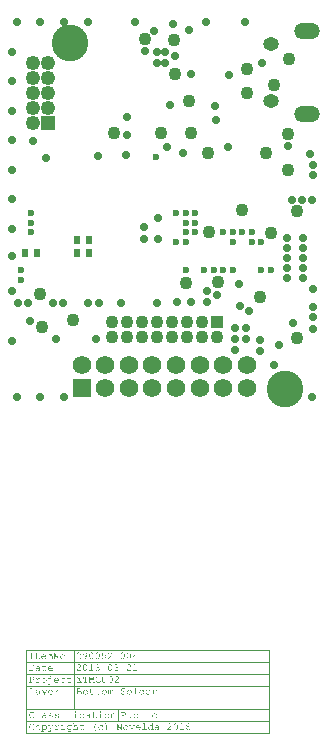
<source format=gbs>
G04*
G04 #@! TF.GenerationSoftware,Altium Limited,Altium Designer,18.0.12 (696)*
G04*
G04 Layer_Color=16711935*
%FSLAX24Y24*%
%MOIN*%
G70*
G01*
G75*
%ADD13C,0.0020*%
%ADD54C,0.1220*%
%ADD56R,0.0237X0.0276*%
%ADD58C,0.0433*%
%ADD59R,0.0433X0.0433*%
%ADD60C,0.0492*%
%ADD61R,0.0492X0.0492*%
%ADD62C,0.0039*%
%ADD63C,0.0614*%
%ADD64O,0.0531X0.0453*%
%ADD65O,0.0866X0.0522*%
%ADD66C,0.0236*%
%ADD67C,0.0276*%
%ADD94R,0.0614X0.0614*%
G36*
X769Y-9662D02*
X773Y-9662D01*
X777Y-9664D01*
X781Y-9665D01*
X785Y-9668D01*
X789Y-9671D01*
X790Y-9672D01*
X791Y-9674D01*
X793Y-9676D01*
X795Y-9679D01*
X797Y-9684D01*
X799Y-9689D01*
X800Y-9694D01*
X801Y-9700D01*
Y-9799D01*
X814D01*
X816Y-9799D01*
X818Y-9800D01*
X820Y-9801D01*
X821Y-9801D01*
X822Y-9802D01*
X822Y-9804D01*
X823Y-9806D01*
Y-9806D01*
X822Y-9808D01*
X822Y-9809D01*
X820Y-9811D01*
X820Y-9811D01*
X819Y-9812D01*
X816Y-9813D01*
X813Y-9813D01*
X787D01*
Y-9700D01*
Y-9700D01*
Y-9699D01*
X787Y-9697D01*
X786Y-9694D01*
X785Y-9691D01*
X784Y-9688D01*
X782Y-9685D01*
X780Y-9682D01*
X780Y-9682D01*
X779Y-9681D01*
X777Y-9680D01*
X776Y-9679D01*
X773Y-9678D01*
X771Y-9676D01*
X768Y-9676D01*
X765Y-9675D01*
X763D01*
X762Y-9676D01*
X760Y-9676D01*
X757Y-9677D01*
X754Y-9678D01*
X751Y-9679D01*
X748Y-9681D01*
X748Y-9681D01*
X746Y-9682D01*
X745Y-9684D01*
X742Y-9686D01*
X739Y-9689D01*
X736Y-9694D01*
X732Y-9699D01*
X728Y-9704D01*
Y-9799D01*
X741D01*
X743Y-9799D01*
X746Y-9800D01*
X748Y-9801D01*
X748Y-9801D01*
X749Y-9802D01*
X750Y-9804D01*
X750Y-9806D01*
Y-9806D01*
X750Y-9808D01*
X749Y-9809D01*
X748Y-9811D01*
X748Y-9811D01*
X746Y-9812D01*
X744Y-9813D01*
X741Y-9813D01*
X714D01*
Y-9701D01*
Y-9701D01*
Y-9700D01*
X714Y-9698D01*
X713Y-9695D01*
X713Y-9692D01*
X711Y-9689D01*
X710Y-9686D01*
X707Y-9683D01*
X707Y-9682D01*
X707Y-9681D01*
X705Y-9680D01*
X703Y-9679D01*
X701Y-9678D01*
X698Y-9677D01*
X695Y-9676D01*
X692Y-9675D01*
X691D01*
X690Y-9676D01*
X688Y-9676D01*
X686Y-9677D01*
X683Y-9678D01*
X680Y-9679D01*
X678Y-9680D01*
X677Y-9681D01*
X676Y-9682D01*
X674Y-9683D01*
X671Y-9686D01*
X668Y-9689D01*
X664Y-9694D01*
X660Y-9699D01*
X656Y-9704D01*
Y-9799D01*
X669D01*
X671Y-9799D01*
X673Y-9800D01*
X675Y-9801D01*
X676Y-9801D01*
X677Y-9802D01*
X677Y-9804D01*
X678Y-9806D01*
Y-9806D01*
X677Y-9808D01*
X677Y-9809D01*
X675Y-9811D01*
X675Y-9811D01*
X674Y-9812D01*
X671Y-9813D01*
X668Y-9813D01*
X629D01*
X627Y-9813D01*
X625Y-9812D01*
X622Y-9811D01*
X622Y-9811D01*
X621Y-9810D01*
X621Y-9808D01*
X620Y-9806D01*
Y-9805D01*
X621Y-9804D01*
X621Y-9802D01*
X622Y-9801D01*
X623Y-9801D01*
X624Y-9800D01*
X626Y-9799D01*
X630Y-9799D01*
X642D01*
Y-9680D01*
X629D01*
X627Y-9680D01*
X625Y-9679D01*
X622Y-9678D01*
X622Y-9678D01*
X621Y-9677D01*
X621Y-9675D01*
X620Y-9673D01*
Y-9672D01*
X621Y-9671D01*
X621Y-9670D01*
X622Y-9668D01*
X623Y-9668D01*
X624Y-9667D01*
X626Y-9666D01*
X630Y-9666D01*
X656D01*
Y-9680D01*
X656Y-9680D01*
X657Y-9679D01*
X658Y-9679D01*
X659Y-9678D01*
X663Y-9674D01*
X667Y-9671D01*
X673Y-9667D01*
X679Y-9664D01*
X682Y-9663D01*
X686Y-9662D01*
X689Y-9661D01*
X692Y-9661D01*
X694D01*
X696Y-9661D01*
X699Y-9662D01*
X702Y-9662D01*
X705Y-9664D01*
X708Y-9665D01*
X711Y-9667D01*
X712Y-9667D01*
X713Y-9668D01*
X714Y-9670D01*
X716Y-9671D01*
X718Y-9674D01*
X721Y-9677D01*
X723Y-9680D01*
X725Y-9684D01*
X726Y-9684D01*
X727Y-9682D01*
X729Y-9680D01*
X731Y-9678D01*
X734Y-9675D01*
X737Y-9672D01*
X741Y-9669D01*
X745Y-9667D01*
X745Y-9667D01*
X746Y-9666D01*
X748Y-9665D01*
X751Y-9664D01*
X754Y-9663D01*
X757Y-9662D01*
X761Y-9661D01*
X764Y-9661D01*
X767D01*
X769Y-9662D01*
D02*
G37*
G36*
X3004Y-9725D02*
X2859D01*
Y-9705D01*
X3004D01*
Y-9725D01*
D02*
G37*
G36*
X1014Y-9615D02*
X1017Y-9615D01*
X1019Y-9617D01*
X1019Y-9617D01*
X1020Y-9618D01*
X1021Y-9619D01*
X1021Y-9622D01*
Y-9622D01*
X1021Y-9624D01*
X1020Y-9625D01*
X1019Y-9627D01*
X1018Y-9627D01*
X1017Y-9628D01*
X1015Y-9628D01*
X1012Y-9629D01*
X999D01*
Y-9813D01*
X981D01*
X875Y-9636D01*
Y-9799D01*
X903D01*
X905Y-9799D01*
X907Y-9800D01*
X909Y-9801D01*
X910Y-9801D01*
X911Y-9802D01*
X911Y-9804D01*
X912Y-9806D01*
Y-9806D01*
X911Y-9808D01*
X911Y-9809D01*
X909Y-9811D01*
X909Y-9811D01*
X908Y-9812D01*
X905Y-9813D01*
X902Y-9813D01*
X848D01*
X846Y-9813D01*
X844Y-9812D01*
X842Y-9811D01*
X841Y-9811D01*
X841Y-9810D01*
X840Y-9808D01*
X840Y-9806D01*
Y-9805D01*
X840Y-9804D01*
X841Y-9802D01*
X842Y-9801D01*
X842Y-9801D01*
X844Y-9800D01*
X846Y-9799D01*
X849Y-9799D01*
X861D01*
Y-9629D01*
X841D01*
X839Y-9628D01*
X837Y-9628D01*
X835Y-9627D01*
X834Y-9627D01*
X834Y-9626D01*
X833Y-9624D01*
X833Y-9622D01*
Y-9621D01*
X833Y-9620D01*
X834Y-9618D01*
X835Y-9617D01*
X835Y-9616D01*
X837Y-9616D01*
X839Y-9615D01*
X842Y-9615D01*
X879D01*
X985Y-9792D01*
Y-9629D01*
X958D01*
X956Y-9628D01*
X953Y-9628D01*
X951Y-9627D01*
X951Y-9627D01*
X950Y-9626D01*
X950Y-9624D01*
X949Y-9622D01*
Y-9621D01*
X950Y-9620D01*
X950Y-9618D01*
X951Y-9617D01*
X952Y-9616D01*
X953Y-9616D01*
X955Y-9615D01*
X957Y-9615D01*
X1012D01*
X1014Y-9615D01*
D02*
G37*
G36*
X2562Y-9600D02*
X2565Y-9601D01*
X2567Y-9602D01*
X2567Y-9603D01*
X2568Y-9604D01*
X2569Y-9605D01*
X2569Y-9607D01*
Y-9608D01*
X2569Y-9609D01*
X2568Y-9611D01*
X2567Y-9612D01*
X2567Y-9613D01*
X2565Y-9613D01*
X2563Y-9614D01*
X2560Y-9614D01*
X2475D01*
Y-9684D01*
X2475Y-9684D01*
X2477Y-9683D01*
X2479Y-9682D01*
X2482Y-9681D01*
X2486Y-9680D01*
X2490Y-9679D01*
X2498Y-9676D01*
X2499D01*
X2500Y-9676D01*
X2503Y-9675D01*
X2506Y-9675D01*
X2509Y-9674D01*
X2513Y-9674D01*
X2520Y-9674D01*
X2523D01*
X2525Y-9674D01*
X2527Y-9674D01*
X2530Y-9675D01*
X2536Y-9676D01*
X2543Y-9678D01*
X2547Y-9680D01*
X2551Y-9681D01*
X2554Y-9684D01*
X2558Y-9686D01*
X2561Y-9689D01*
X2565Y-9693D01*
X2565Y-9693D01*
X2566Y-9694D01*
X2567Y-9695D01*
X2568Y-9696D01*
X2569Y-9698D01*
X2571Y-9700D01*
X2573Y-9703D01*
X2574Y-9706D01*
X2576Y-9709D01*
X2578Y-9713D01*
X2579Y-9717D01*
X2580Y-9721D01*
X2583Y-9731D01*
X2583Y-9737D01*
X2583Y-9742D01*
Y-9742D01*
Y-9744D01*
Y-9745D01*
X2583Y-9748D01*
X2583Y-9751D01*
X2582Y-9754D01*
X2582Y-9758D01*
X2581Y-9761D01*
X2578Y-9770D01*
X2577Y-9775D01*
X2575Y-9780D01*
X2573Y-9784D01*
X2570Y-9788D01*
X2567Y-9793D01*
X2563Y-9797D01*
X2563Y-9797D01*
X2562Y-9798D01*
X2561Y-9799D01*
X2559Y-9800D01*
X2558Y-9802D01*
X2555Y-9803D01*
X2552Y-9805D01*
X2549Y-9807D01*
X2546Y-9809D01*
X2542Y-9811D01*
X2533Y-9815D01*
X2528Y-9816D01*
X2523Y-9817D01*
X2518Y-9818D01*
X2512Y-9818D01*
X2509D01*
X2507Y-9818D01*
X2505D01*
X2500Y-9817D01*
X2494Y-9816D01*
X2487Y-9814D01*
X2480Y-9812D01*
X2473Y-9809D01*
X2473Y-9809D01*
X2471Y-9808D01*
X2469Y-9806D01*
X2465Y-9805D01*
X2462Y-9802D01*
X2457Y-9800D01*
X2454Y-9797D01*
X2449Y-9794D01*
X2449Y-9793D01*
X2448Y-9793D01*
X2447Y-9792D01*
X2446Y-9790D01*
X2444Y-9787D01*
X2443Y-9786D01*
X2443Y-9784D01*
Y-9784D01*
X2443Y-9782D01*
X2444Y-9781D01*
X2445Y-9779D01*
X2445Y-9779D01*
X2446Y-9778D01*
X2448Y-9777D01*
X2450Y-9777D01*
X2450D01*
X2452Y-9777D01*
X2454Y-9778D01*
X2456Y-9780D01*
X2456Y-9781D01*
X2457Y-9781D01*
X2458Y-9782D01*
X2460Y-9784D01*
X2463Y-9786D01*
X2465Y-9788D01*
X2469Y-9790D01*
X2472Y-9792D01*
X2476Y-9794D01*
X2480Y-9796D01*
X2490Y-9800D01*
X2495Y-9801D01*
X2500Y-9803D01*
X2506Y-9803D01*
X2512Y-9804D01*
X2514D01*
X2516Y-9803D01*
X2518Y-9803D01*
X2520Y-9803D01*
X2526Y-9801D01*
X2533Y-9800D01*
X2539Y-9797D01*
X2543Y-9795D01*
X2546Y-9792D01*
X2550Y-9790D01*
X2553Y-9787D01*
X2553Y-9786D01*
X2554Y-9786D01*
X2555Y-9785D01*
X2556Y-9783D01*
X2557Y-9782D01*
X2558Y-9780D01*
X2559Y-9778D01*
X2561Y-9775D01*
X2563Y-9772D01*
X2564Y-9768D01*
X2567Y-9761D01*
X2569Y-9752D01*
X2569Y-9747D01*
X2569Y-9741D01*
Y-9741D01*
Y-9740D01*
Y-9739D01*
X2569Y-9738D01*
Y-9735D01*
X2569Y-9733D01*
X2568Y-9727D01*
X2566Y-9721D01*
X2563Y-9715D01*
X2560Y-9708D01*
X2558Y-9705D01*
X2555Y-9702D01*
Y-9702D01*
X2554Y-9702D01*
X2552Y-9700D01*
X2549Y-9698D01*
X2545Y-9695D01*
X2540Y-9692D01*
X2534Y-9690D01*
X2527Y-9688D01*
X2523Y-9688D01*
X2517D01*
X2515Y-9688D01*
X2513D01*
X2511Y-9688D01*
X2505Y-9689D01*
X2498Y-9691D01*
X2491Y-9693D01*
X2483Y-9696D01*
X2475Y-9700D01*
X2474D01*
X2474Y-9700D01*
X2472Y-9701D01*
X2469Y-9702D01*
X2467Y-9702D01*
X2467D01*
X2465Y-9702D01*
X2464Y-9701D01*
X2462Y-9700D01*
X2462Y-9700D01*
X2461Y-9699D01*
X2461Y-9697D01*
X2460Y-9695D01*
Y-9600D01*
X2560D01*
X2562Y-9600D01*
D02*
G37*
G36*
X1894Y-9596D02*
X1897Y-9596D01*
X1902Y-9597D01*
X1907Y-9598D01*
X1913Y-9600D01*
X1920Y-9603D01*
X1925Y-9607D01*
X1926D01*
X1926Y-9608D01*
X1928Y-9610D01*
X1931Y-9612D01*
X1935Y-9616D01*
X1939Y-9621D01*
X1943Y-9627D01*
X1947Y-9634D01*
X1950Y-9642D01*
Y-9643D01*
X1951Y-9644D01*
X1951Y-9645D01*
X1952Y-9648D01*
X1953Y-9650D01*
X1954Y-9654D01*
X1955Y-9658D01*
X1956Y-9662D01*
X1957Y-9667D01*
X1958Y-9672D01*
X1959Y-9678D01*
X1960Y-9683D01*
X1961Y-9690D01*
X1962Y-9696D01*
X1962Y-9710D01*
Y-9711D01*
Y-9712D01*
Y-9713D01*
Y-9715D01*
X1962Y-9718D01*
X1961Y-9721D01*
Y-9724D01*
X1961Y-9728D01*
X1960Y-9736D01*
X1958Y-9744D01*
X1955Y-9753D01*
X1952Y-9761D01*
X1952Y-9761D01*
X1951Y-9763D01*
X1949Y-9765D01*
X1947Y-9769D01*
X1944Y-9773D01*
X1941Y-9777D01*
X1937Y-9782D01*
X1933Y-9787D01*
X1932Y-9787D01*
X1931Y-9789D01*
X1928Y-9791D01*
X1925Y-9794D01*
X1921Y-9797D01*
X1916Y-9801D01*
X1911Y-9804D01*
X1905Y-9807D01*
X1905D01*
X1904Y-9808D01*
X1903Y-9808D01*
X1901Y-9809D01*
X1900Y-9810D01*
X1897Y-9811D01*
X1892Y-9813D01*
X1885Y-9815D01*
X1878Y-9816D01*
X1869Y-9818D01*
X1861Y-9818D01*
X1858D01*
X1856Y-9818D01*
X1852Y-9817D01*
X1848Y-9817D01*
X1844Y-9816D01*
X1840Y-9814D01*
X1836Y-9812D01*
X1836D01*
X1835Y-9812D01*
X1834Y-9810D01*
X1832Y-9808D01*
X1832Y-9807D01*
X1832Y-9806D01*
Y-9805D01*
X1832Y-9804D01*
X1833Y-9802D01*
X1834Y-9801D01*
X1834Y-9801D01*
X1835Y-9800D01*
X1837Y-9799D01*
X1839Y-9799D01*
X1839D01*
X1840Y-9799D01*
X1842Y-9800D01*
X1844Y-9801D01*
X1845D01*
X1846Y-9801D01*
X1847Y-9802D01*
X1849Y-9802D01*
X1851Y-9803D01*
X1854Y-9803D01*
X1860Y-9804D01*
X1863D01*
X1865Y-9803D01*
X1869Y-9803D01*
X1872Y-9802D01*
X1876Y-9802D01*
X1881Y-9801D01*
X1885Y-9800D01*
X1891Y-9798D01*
X1896Y-9796D01*
X1901Y-9793D01*
X1906Y-9790D01*
X1911Y-9787D01*
X1917Y-9783D01*
X1922Y-9778D01*
X1922Y-9778D01*
X1922Y-9777D01*
X1924Y-9776D01*
X1925Y-9774D01*
X1927Y-9771D01*
X1930Y-9768D01*
X1932Y-9764D01*
X1935Y-9760D01*
X1937Y-9756D01*
X1939Y-9751D01*
X1942Y-9745D01*
X1943Y-9740D01*
X1945Y-9733D01*
X1946Y-9727D01*
X1947Y-9720D01*
X1947Y-9713D01*
Y-9712D01*
Y-9711D01*
Y-9710D01*
Y-9707D01*
Y-9705D01*
X1947Y-9701D01*
Y-9697D01*
X1947Y-9693D01*
Y-9693D01*
X1946Y-9694D01*
X1946Y-9695D01*
X1945Y-9696D01*
X1943Y-9700D01*
X1939Y-9704D01*
X1936Y-9708D01*
X1931Y-9713D01*
X1926Y-9718D01*
X1921Y-9722D01*
X1920Y-9722D01*
X1918Y-9723D01*
X1915Y-9725D01*
X1911Y-9727D01*
X1906Y-9729D01*
X1901Y-9730D01*
X1895Y-9731D01*
X1889Y-9732D01*
X1887D01*
X1884Y-9731D01*
X1880Y-9731D01*
X1876Y-9730D01*
X1871Y-9728D01*
X1866Y-9726D01*
X1861Y-9723D01*
X1860Y-9723D01*
X1859Y-9722D01*
X1856Y-9720D01*
X1853Y-9717D01*
X1849Y-9714D01*
X1846Y-9709D01*
X1842Y-9704D01*
X1839Y-9699D01*
Y-9698D01*
X1839Y-9698D01*
X1838Y-9697D01*
X1838Y-9696D01*
X1836Y-9692D01*
X1835Y-9688D01*
X1834Y-9683D01*
X1832Y-9677D01*
X1831Y-9671D01*
X1831Y-9664D01*
Y-9664D01*
Y-9663D01*
Y-9662D01*
X1831Y-9660D01*
X1832Y-9658D01*
X1832Y-9655D01*
X1832Y-9652D01*
X1833Y-9649D01*
X1835Y-9641D01*
X1838Y-9633D01*
X1840Y-9629D01*
X1842Y-9625D01*
X1844Y-9621D01*
X1847Y-9617D01*
X1847Y-9617D01*
X1848Y-9616D01*
X1849Y-9615D01*
X1850Y-9614D01*
X1852Y-9612D01*
X1854Y-9610D01*
X1856Y-9608D01*
X1859Y-9606D01*
X1865Y-9602D01*
X1872Y-9598D01*
X1876Y-9597D01*
X1881Y-9596D01*
X1885Y-9596D01*
X1890Y-9595D01*
X1892D01*
X1894Y-9596D01*
D02*
G37*
G36*
X3598Y-9740D02*
X3611D01*
X3613Y-9740D01*
X3615Y-9740D01*
X3617Y-9741D01*
X3618Y-9742D01*
X3619Y-9743D01*
X3619Y-9744D01*
X3620Y-9747D01*
Y-9747D01*
X3619Y-9748D01*
X3619Y-9750D01*
X3617Y-9752D01*
X3617Y-9752D01*
X3616Y-9753D01*
X3613Y-9753D01*
X3610Y-9754D01*
X3598D01*
Y-9799D01*
X3611D01*
X3613Y-9799D01*
X3616Y-9800D01*
X3618Y-9801D01*
X3618Y-9801D01*
X3619Y-9802D01*
X3620Y-9804D01*
X3620Y-9806D01*
Y-9806D01*
X3620Y-9808D01*
X3619Y-9809D01*
X3618Y-9811D01*
X3617Y-9811D01*
X3616Y-9812D01*
X3614Y-9813D01*
X3610Y-9813D01*
X3556D01*
X3554Y-9813D01*
X3552Y-9812D01*
X3550Y-9811D01*
X3549Y-9811D01*
X3549Y-9810D01*
X3548Y-9808D01*
X3548Y-9806D01*
Y-9805D01*
X3548Y-9804D01*
X3549Y-9802D01*
X3550Y-9801D01*
X3550Y-9801D01*
X3552Y-9800D01*
X3554Y-9799D01*
X3557Y-9799D01*
X3584D01*
Y-9754D01*
X3489D01*
X3489Y-9738D01*
X3568Y-9600D01*
X3598D01*
Y-9740D01*
D02*
G37*
G36*
X2724Y-9596D02*
X2727Y-9596D01*
X2729Y-9596D01*
X2736Y-9597D01*
X2743Y-9600D01*
X2746Y-9601D01*
X2750Y-9603D01*
X2754Y-9605D01*
X2758Y-9608D01*
X2762Y-9611D01*
X2766Y-9614D01*
X2766Y-9614D01*
X2767Y-9615D01*
X2767Y-9616D01*
X2769Y-9617D01*
X2770Y-9619D01*
X2772Y-9621D01*
X2776Y-9626D01*
X2779Y-9632D01*
X2782Y-9639D01*
X2783Y-9643D01*
X2784Y-9647D01*
X2785Y-9652D01*
X2785Y-9656D01*
Y-9656D01*
Y-9658D01*
Y-9659D01*
X2785Y-9662D01*
X2784Y-9665D01*
X2784Y-9668D01*
X2782Y-9674D01*
Y-9674D01*
X2781Y-9675D01*
X2781Y-9677D01*
X2779Y-9679D01*
X2778Y-9682D01*
X2776Y-9685D01*
X2773Y-9688D01*
X2771Y-9692D01*
X2770Y-9692D01*
X2769Y-9694D01*
X2767Y-9696D01*
X2764Y-9699D01*
X2761Y-9703D01*
X2756Y-9708D01*
X2750Y-9714D01*
X2743Y-9721D01*
X2742Y-9722D01*
X2741Y-9723D01*
X2738Y-9726D01*
X2735Y-9729D01*
X2731Y-9734D01*
X2726Y-9738D01*
X2720Y-9743D01*
X2714Y-9749D01*
X2708Y-9755D01*
X2701Y-9761D01*
X2687Y-9774D01*
X2674Y-9787D01*
X2668Y-9793D01*
X2661Y-9798D01*
Y-9799D01*
X2771D01*
Y-9793D01*
Y-9793D01*
Y-9793D01*
X2772Y-9791D01*
X2772Y-9788D01*
X2773Y-9786D01*
X2774Y-9786D01*
X2775Y-9785D01*
X2776Y-9784D01*
X2779Y-9784D01*
X2779D01*
X2780Y-9784D01*
X2782Y-9785D01*
X2783Y-9786D01*
X2784Y-9786D01*
X2784Y-9788D01*
X2785Y-9790D01*
X2785Y-9793D01*
Y-9813D01*
X2647D01*
Y-9792D01*
X2648Y-9792D01*
X2649Y-9791D01*
X2652Y-9788D01*
X2655Y-9785D01*
X2659Y-9782D01*
X2663Y-9778D01*
X2668Y-9773D01*
X2674Y-9768D01*
X2680Y-9762D01*
X2687Y-9756D01*
X2694Y-9749D01*
X2701Y-9742D01*
X2717Y-9728D01*
X2732Y-9713D01*
X2732Y-9712D01*
X2733Y-9712D01*
X2734Y-9711D01*
X2735Y-9710D01*
X2739Y-9706D01*
X2742Y-9702D01*
X2747Y-9698D01*
X2751Y-9693D01*
X2755Y-9689D01*
X2758Y-9685D01*
X2759Y-9685D01*
X2760Y-9683D01*
X2761Y-9682D01*
X2762Y-9680D01*
X2765Y-9675D01*
X2767Y-9672D01*
X2768Y-9670D01*
Y-9669D01*
X2768Y-9668D01*
X2769Y-9667D01*
X2770Y-9665D01*
X2771Y-9661D01*
X2771Y-9656D01*
Y-9656D01*
Y-9655D01*
Y-9654D01*
X2771Y-9653D01*
X2770Y-9649D01*
X2769Y-9645D01*
X2767Y-9640D01*
X2765Y-9635D01*
X2761Y-9629D01*
X2759Y-9626D01*
X2756Y-9623D01*
Y-9623D01*
X2755Y-9623D01*
X2753Y-9621D01*
X2750Y-9619D01*
X2746Y-9616D01*
X2741Y-9614D01*
X2735Y-9612D01*
X2728Y-9610D01*
X2724Y-9609D01*
X2717D01*
X2714Y-9610D01*
X2709Y-9611D01*
X2704Y-9612D01*
X2698Y-9614D01*
X2693Y-9617D01*
X2687Y-9620D01*
X2686Y-9620D01*
X2685Y-9622D01*
X2682Y-9624D01*
X2679Y-9627D01*
X2676Y-9631D01*
X2673Y-9636D01*
X2670Y-9641D01*
X2668Y-9647D01*
Y-9647D01*
X2668Y-9647D01*
X2668Y-9649D01*
X2667Y-9651D01*
X2666Y-9652D01*
X2665Y-9652D01*
X2664Y-9653D01*
X2663Y-9653D01*
X2661Y-9654D01*
X2660D01*
X2659Y-9653D01*
X2658Y-9653D01*
X2656Y-9652D01*
X2656Y-9652D01*
X2655Y-9651D01*
X2655Y-9649D01*
X2654Y-9647D01*
Y-9647D01*
Y-9646D01*
X2655Y-9644D01*
X2655Y-9641D01*
X2657Y-9638D01*
X2658Y-9635D01*
X2660Y-9630D01*
X2663Y-9625D01*
Y-9625D01*
X2663Y-9625D01*
X2665Y-9623D01*
X2667Y-9620D01*
X2670Y-9617D01*
X2673Y-9614D01*
X2677Y-9610D01*
X2682Y-9607D01*
X2688Y-9603D01*
X2688D01*
X2688Y-9603D01*
X2690Y-9602D01*
X2694Y-9601D01*
X2698Y-9599D01*
X2702Y-9598D01*
X2708Y-9596D01*
X2714Y-9596D01*
X2720Y-9595D01*
X2722D01*
X2724Y-9596D01*
D02*
G37*
G36*
X154Y-9615D02*
X156Y-9615D01*
X158Y-9617D01*
X158Y-9617D01*
X159Y-9618D01*
X160Y-9619D01*
X160Y-9622D01*
Y-9622D01*
X160Y-9624D01*
X159Y-9625D01*
X158Y-9627D01*
X158Y-9627D01*
X156Y-9628D01*
X154Y-9628D01*
X151Y-9629D01*
X102D01*
Y-9799D01*
X152D01*
X154Y-9799D01*
X156Y-9800D01*
X158Y-9801D01*
X158Y-9801D01*
X159Y-9802D01*
X160Y-9804D01*
X160Y-9806D01*
Y-9806D01*
X160Y-9808D01*
X159Y-9809D01*
X158Y-9811D01*
X158Y-9811D01*
X156Y-9812D01*
X154Y-9813D01*
X151Y-9813D01*
X38D01*
X36Y-9813D01*
X34Y-9812D01*
X32Y-9811D01*
X31Y-9811D01*
X31Y-9810D01*
X30Y-9808D01*
X30Y-9806D01*
Y-9805D01*
X30Y-9804D01*
X31Y-9802D01*
X32Y-9801D01*
X32Y-9801D01*
X33Y-9800D01*
X36Y-9799D01*
X39Y-9799D01*
X88D01*
Y-9629D01*
X38D01*
X36Y-9628D01*
X34Y-9628D01*
X32Y-9627D01*
X31Y-9627D01*
X31Y-9626D01*
X30Y-9624D01*
X30Y-9622D01*
Y-9621D01*
X30Y-9620D01*
X31Y-9618D01*
X32Y-9617D01*
X32Y-9616D01*
X33Y-9616D01*
X36Y-9615D01*
X39Y-9615D01*
X152D01*
X154Y-9615D01*
D02*
G37*
G36*
X1681Y-9596D02*
X1684Y-9596D01*
X1686Y-9596D01*
X1693Y-9597D01*
X1700Y-9600D01*
X1703Y-9601D01*
X1707Y-9603D01*
X1711Y-9605D01*
X1715Y-9608D01*
X1719Y-9611D01*
X1723Y-9614D01*
X1723Y-9614D01*
X1724Y-9615D01*
X1724Y-9616D01*
X1726Y-9617D01*
X1727Y-9619D01*
X1729Y-9621D01*
X1733Y-9626D01*
X1736Y-9632D01*
X1739Y-9639D01*
X1740Y-9643D01*
X1741Y-9647D01*
X1742Y-9652D01*
X1742Y-9656D01*
Y-9656D01*
Y-9658D01*
Y-9659D01*
X1742Y-9662D01*
X1741Y-9665D01*
X1741Y-9668D01*
X1739Y-9674D01*
Y-9674D01*
X1738Y-9675D01*
X1737Y-9677D01*
X1736Y-9679D01*
X1735Y-9682D01*
X1733Y-9685D01*
X1730Y-9688D01*
X1728Y-9692D01*
X1727Y-9692D01*
X1726Y-9694D01*
X1724Y-9696D01*
X1721Y-9699D01*
X1717Y-9703D01*
X1713Y-9708D01*
X1707Y-9714D01*
X1700Y-9721D01*
X1699Y-9722D01*
X1698Y-9723D01*
X1695Y-9726D01*
X1692Y-9729D01*
X1688Y-9734D01*
X1683Y-9738D01*
X1677Y-9743D01*
X1671Y-9749D01*
X1665Y-9755D01*
X1658Y-9761D01*
X1644Y-9774D01*
X1631Y-9787D01*
X1625Y-9793D01*
X1618Y-9798D01*
Y-9799D01*
X1728D01*
Y-9793D01*
Y-9793D01*
Y-9793D01*
X1729Y-9791D01*
X1729Y-9788D01*
X1730Y-9786D01*
X1731Y-9786D01*
X1732Y-9785D01*
X1733Y-9784D01*
X1736Y-9784D01*
X1736D01*
X1737Y-9784D01*
X1739Y-9785D01*
X1740Y-9786D01*
X1741Y-9786D01*
X1741Y-9788D01*
X1742Y-9790D01*
X1742Y-9793D01*
Y-9813D01*
X1604D01*
Y-9792D01*
X1605Y-9792D01*
X1606Y-9791D01*
X1609Y-9788D01*
X1612Y-9785D01*
X1615Y-9782D01*
X1620Y-9778D01*
X1625Y-9773D01*
X1631Y-9768D01*
X1637Y-9762D01*
X1644Y-9756D01*
X1651Y-9749D01*
X1658Y-9742D01*
X1674Y-9728D01*
X1689Y-9713D01*
X1689Y-9712D01*
X1690Y-9712D01*
X1691Y-9711D01*
X1692Y-9710D01*
X1696Y-9706D01*
X1699Y-9702D01*
X1704Y-9698D01*
X1708Y-9693D01*
X1712Y-9689D01*
X1715Y-9685D01*
X1716Y-9685D01*
X1717Y-9683D01*
X1717Y-9682D01*
X1719Y-9680D01*
X1722Y-9675D01*
X1724Y-9672D01*
X1725Y-9670D01*
Y-9669D01*
X1725Y-9668D01*
X1726Y-9667D01*
X1727Y-9665D01*
X1728Y-9661D01*
X1728Y-9656D01*
Y-9656D01*
Y-9655D01*
Y-9654D01*
X1728Y-9653D01*
X1727Y-9649D01*
X1726Y-9645D01*
X1724Y-9640D01*
X1722Y-9635D01*
X1718Y-9629D01*
X1716Y-9626D01*
X1713Y-9623D01*
Y-9623D01*
X1712Y-9623D01*
X1710Y-9621D01*
X1707Y-9619D01*
X1703Y-9616D01*
X1698Y-9614D01*
X1692Y-9612D01*
X1685Y-9610D01*
X1681Y-9609D01*
X1674D01*
X1671Y-9610D01*
X1666Y-9611D01*
X1661Y-9612D01*
X1655Y-9614D01*
X1650Y-9617D01*
X1644Y-9620D01*
X1643Y-9620D01*
X1642Y-9622D01*
X1639Y-9624D01*
X1636Y-9627D01*
X1633Y-9631D01*
X1630Y-9636D01*
X1627Y-9641D01*
X1625Y-9647D01*
Y-9647D01*
X1625Y-9647D01*
X1625Y-9649D01*
X1624Y-9651D01*
X1623Y-9652D01*
X1622Y-9652D01*
X1621Y-9653D01*
X1620Y-9653D01*
X1618Y-9654D01*
X1617D01*
X1616Y-9653D01*
X1614Y-9653D01*
X1613Y-9652D01*
X1613Y-9652D01*
X1612Y-9651D01*
X1612Y-9649D01*
X1611Y-9647D01*
Y-9647D01*
Y-9646D01*
X1612Y-9644D01*
X1612Y-9641D01*
X1614Y-9638D01*
X1615Y-9635D01*
X1617Y-9630D01*
X1620Y-9625D01*
Y-9625D01*
X1620Y-9625D01*
X1622Y-9623D01*
X1624Y-9620D01*
X1627Y-9617D01*
X1630Y-9614D01*
X1634Y-9610D01*
X1639Y-9607D01*
X1645Y-9603D01*
X1645D01*
X1645Y-9603D01*
X1647Y-9602D01*
X1651Y-9601D01*
X1655Y-9599D01*
X1659Y-9598D01*
X1665Y-9596D01*
X1671Y-9596D01*
X1677Y-9595D01*
X1679D01*
X1681Y-9596D01*
D02*
G37*
G36*
X3353D02*
X3356Y-9596D01*
X3360Y-9596D01*
X3364Y-9597D01*
X3368Y-9599D01*
X3372Y-9600D01*
X3373Y-9601D01*
X3374Y-9601D01*
X3376Y-9602D01*
X3378Y-9604D01*
X3381Y-9606D01*
X3385Y-9608D01*
X3388Y-9611D01*
X3391Y-9614D01*
X3391Y-9615D01*
X3392Y-9615D01*
X3393Y-9617D01*
X3394Y-9619D01*
X3396Y-9621D01*
X3398Y-9624D01*
X3399Y-9628D01*
X3402Y-9633D01*
X3402Y-9633D01*
X3403Y-9635D01*
X3404Y-9637D01*
X3405Y-9640D01*
X3406Y-9643D01*
X3408Y-9647D01*
X3410Y-9655D01*
X3411Y-9656D01*
X3411Y-9658D01*
X3412Y-9660D01*
X3412Y-9665D01*
X3413Y-9670D01*
X3414Y-9676D01*
X3414Y-9682D01*
Y-9689D01*
Y-9724D01*
Y-9725D01*
Y-9726D01*
Y-9729D01*
X3414Y-9732D01*
X3414Y-9736D01*
X3413Y-9740D01*
X3412Y-9745D01*
X3412Y-9751D01*
X3409Y-9762D01*
X3407Y-9768D01*
X3405Y-9774D01*
X3402Y-9780D01*
X3399Y-9786D01*
X3396Y-9792D01*
X3392Y-9797D01*
X3392Y-9797D01*
X3391Y-9798D01*
X3390Y-9799D01*
X3389Y-9800D01*
X3387Y-9802D01*
X3385Y-9803D01*
X3383Y-9805D01*
X3380Y-9807D01*
X3374Y-9811D01*
X3366Y-9815D01*
X3362Y-9816D01*
X3358Y-9817D01*
X3354Y-9818D01*
X3349Y-9818D01*
X3347D01*
X3344Y-9818D01*
X3341Y-9817D01*
X3337Y-9817D01*
X3334Y-9816D01*
X3329Y-9815D01*
X3325Y-9813D01*
X3325Y-9813D01*
X3323Y-9812D01*
X3321Y-9811D01*
X3318Y-9809D01*
X3316Y-9807D01*
X3312Y-9805D01*
X3309Y-9802D01*
X3306Y-9799D01*
X3306Y-9799D01*
X3305Y-9798D01*
X3304Y-9797D01*
X3303Y-9795D01*
X3301Y-9792D01*
X3299Y-9789D01*
X3297Y-9785D01*
X3295Y-9781D01*
X3295Y-9781D01*
X3294Y-9779D01*
X3293Y-9777D01*
X3292Y-9774D01*
X3291Y-9770D01*
X3289Y-9766D01*
X3287Y-9759D01*
Y-9758D01*
Y-9758D01*
X3286Y-9756D01*
X3286Y-9753D01*
X3285Y-9749D01*
X3284Y-9744D01*
X3284Y-9738D01*
X3283Y-9731D01*
X3283Y-9724D01*
Y-9689D01*
Y-9689D01*
Y-9687D01*
Y-9685D01*
X3283Y-9682D01*
X3284Y-9678D01*
X3284Y-9673D01*
X3285Y-9668D01*
X3286Y-9663D01*
X3288Y-9651D01*
X3290Y-9645D01*
X3292Y-9639D01*
X3295Y-9633D01*
X3297Y-9627D01*
X3301Y-9622D01*
X3305Y-9617D01*
X3305Y-9616D01*
X3305Y-9616D01*
X3306Y-9615D01*
X3308Y-9613D01*
X3310Y-9612D01*
X3312Y-9610D01*
X3314Y-9608D01*
X3317Y-9606D01*
X3323Y-9602D01*
X3331Y-9598D01*
X3335Y-9597D01*
X3339Y-9596D01*
X3343Y-9596D01*
X3348Y-9595D01*
X3351D01*
X3353Y-9596D01*
D02*
G37*
G36*
X3144D02*
X3148Y-9596D01*
X3151Y-9596D01*
X3155Y-9597D01*
X3159Y-9599D01*
X3163Y-9600D01*
X3164Y-9601D01*
X3165Y-9601D01*
X3167Y-9602D01*
X3170Y-9604D01*
X3173Y-9606D01*
X3176Y-9608D01*
X3179Y-9611D01*
X3182Y-9614D01*
X3183Y-9615D01*
X3183Y-9615D01*
X3184Y-9617D01*
X3186Y-9619D01*
X3187Y-9621D01*
X3189Y-9624D01*
X3191Y-9628D01*
X3193Y-9633D01*
X3193Y-9633D01*
X3194Y-9635D01*
X3195Y-9637D01*
X3196Y-9640D01*
X3198Y-9643D01*
X3199Y-9647D01*
X3202Y-9655D01*
X3202Y-9656D01*
X3202Y-9658D01*
X3203Y-9660D01*
X3204Y-9665D01*
X3204Y-9670D01*
X3205Y-9676D01*
X3206Y-9682D01*
Y-9689D01*
Y-9724D01*
Y-9725D01*
Y-9726D01*
Y-9729D01*
X3205Y-9732D01*
X3205Y-9736D01*
X3204Y-9740D01*
X3204Y-9745D01*
X3203Y-9751D01*
X3200Y-9762D01*
X3198Y-9768D01*
X3196Y-9774D01*
X3194Y-9780D01*
X3191Y-9786D01*
X3187Y-9792D01*
X3183Y-9797D01*
X3183Y-9797D01*
X3183Y-9798D01*
X3182Y-9799D01*
X3180Y-9800D01*
X3179Y-9802D01*
X3176Y-9803D01*
X3174Y-9805D01*
X3172Y-9807D01*
X3165Y-9811D01*
X3158Y-9815D01*
X3154Y-9816D01*
X3150Y-9817D01*
X3145Y-9818D01*
X3140Y-9818D01*
X3138D01*
X3135Y-9818D01*
X3132Y-9817D01*
X3129Y-9817D01*
X3125Y-9816D01*
X3121Y-9815D01*
X3116Y-9813D01*
X3116Y-9813D01*
X3114Y-9812D01*
X3112Y-9811D01*
X3110Y-9809D01*
X3107Y-9807D01*
X3104Y-9805D01*
X3100Y-9802D01*
X3097Y-9799D01*
X3097Y-9799D01*
X3096Y-9798D01*
X3095Y-9797D01*
X3094Y-9795D01*
X3092Y-9792D01*
X3091Y-9789D01*
X3089Y-9785D01*
X3087Y-9781D01*
X3086Y-9781D01*
X3086Y-9779D01*
X3085Y-9777D01*
X3083Y-9774D01*
X3082Y-9770D01*
X3080Y-9766D01*
X3078Y-9759D01*
Y-9758D01*
Y-9758D01*
X3077Y-9756D01*
X3077Y-9753D01*
X3076Y-9749D01*
X3076Y-9744D01*
X3075Y-9738D01*
X3075Y-9731D01*
X3074Y-9724D01*
Y-9689D01*
Y-9689D01*
Y-9687D01*
Y-9685D01*
X3075Y-9682D01*
X3075Y-9678D01*
X3076Y-9673D01*
X3076Y-9668D01*
X3077Y-9663D01*
X3080Y-9651D01*
X3081Y-9645D01*
X3084Y-9639D01*
X3086Y-9633D01*
X3089Y-9627D01*
X3092Y-9622D01*
X3096Y-9617D01*
X3096Y-9616D01*
X3097Y-9616D01*
X3098Y-9615D01*
X3099Y-9613D01*
X3101Y-9612D01*
X3103Y-9610D01*
X3105Y-9608D01*
X3108Y-9606D01*
X3114Y-9602D01*
X3122Y-9598D01*
X3126Y-9597D01*
X3130Y-9596D01*
X3135Y-9596D01*
X3140Y-9595D01*
X3142D01*
X3144Y-9596D01*
D02*
G37*
G36*
X2310D02*
X2313Y-9596D01*
X2317Y-9596D01*
X2321Y-9597D01*
X2325Y-9599D01*
X2329Y-9600D01*
X2330Y-9601D01*
X2331Y-9601D01*
X2333Y-9602D01*
X2335Y-9604D01*
X2338Y-9606D01*
X2342Y-9608D01*
X2345Y-9611D01*
X2348Y-9614D01*
X2348Y-9615D01*
X2349Y-9615D01*
X2350Y-9617D01*
X2351Y-9619D01*
X2353Y-9621D01*
X2354Y-9624D01*
X2356Y-9628D01*
X2359Y-9633D01*
X2359Y-9633D01*
X2360Y-9635D01*
X2361Y-9637D01*
X2362Y-9640D01*
X2363Y-9643D01*
X2365Y-9647D01*
X2367Y-9655D01*
X2368Y-9656D01*
X2368Y-9658D01*
X2369Y-9660D01*
X2369Y-9665D01*
X2370Y-9670D01*
X2371Y-9676D01*
X2371Y-9682D01*
Y-9689D01*
Y-9724D01*
Y-9725D01*
Y-9726D01*
Y-9729D01*
X2371Y-9732D01*
X2371Y-9736D01*
X2370Y-9740D01*
X2369Y-9745D01*
X2369Y-9751D01*
X2366Y-9762D01*
X2364Y-9768D01*
X2362Y-9774D01*
X2359Y-9780D01*
X2356Y-9786D01*
X2353Y-9792D01*
X2349Y-9797D01*
X2349Y-9797D01*
X2348Y-9798D01*
X2347Y-9799D01*
X2346Y-9800D01*
X2344Y-9802D01*
X2342Y-9803D01*
X2340Y-9805D01*
X2337Y-9807D01*
X2331Y-9811D01*
X2323Y-9815D01*
X2319Y-9816D01*
X2315Y-9817D01*
X2311Y-9818D01*
X2306Y-9818D01*
X2304D01*
X2301Y-9818D01*
X2298Y-9817D01*
X2294Y-9817D01*
X2291Y-9816D01*
X2286Y-9815D01*
X2282Y-9813D01*
X2282Y-9813D01*
X2280Y-9812D01*
X2278Y-9811D01*
X2275Y-9809D01*
X2272Y-9807D01*
X2269Y-9805D01*
X2266Y-9802D01*
X2263Y-9799D01*
X2263Y-9799D01*
X2262Y-9798D01*
X2261Y-9797D01*
X2260Y-9795D01*
X2258Y-9792D01*
X2256Y-9789D01*
X2254Y-9785D01*
X2252Y-9781D01*
X2252Y-9781D01*
X2251Y-9779D01*
X2250Y-9777D01*
X2249Y-9774D01*
X2248Y-9770D01*
X2246Y-9766D01*
X2244Y-9759D01*
Y-9758D01*
Y-9758D01*
X2243Y-9756D01*
X2243Y-9753D01*
X2242Y-9749D01*
X2241Y-9744D01*
X2241Y-9738D01*
X2240Y-9731D01*
X2240Y-9724D01*
Y-9689D01*
Y-9689D01*
Y-9687D01*
Y-9685D01*
X2240Y-9682D01*
X2241Y-9678D01*
X2241Y-9673D01*
X2242Y-9668D01*
X2243Y-9663D01*
X2245Y-9651D01*
X2247Y-9645D01*
X2249Y-9639D01*
X2251Y-9633D01*
X2254Y-9627D01*
X2258Y-9622D01*
X2262Y-9617D01*
X2262Y-9616D01*
X2262Y-9616D01*
X2263Y-9615D01*
X2265Y-9613D01*
X2267Y-9612D01*
X2269Y-9610D01*
X2271Y-9608D01*
X2274Y-9606D01*
X2280Y-9602D01*
X2288Y-9598D01*
X2291Y-9597D01*
X2296Y-9596D01*
X2300Y-9596D01*
X2305Y-9595D01*
X2308D01*
X2310Y-9596D01*
D02*
G37*
G36*
X2101D02*
X2105Y-9596D01*
X2108Y-9596D01*
X2112Y-9597D01*
X2116Y-9599D01*
X2120Y-9600D01*
X2121Y-9601D01*
X2122Y-9601D01*
X2124Y-9602D01*
X2127Y-9604D01*
X2130Y-9606D01*
X2133Y-9608D01*
X2136Y-9611D01*
X2139Y-9614D01*
X2140Y-9615D01*
X2140Y-9615D01*
X2141Y-9617D01*
X2143Y-9619D01*
X2144Y-9621D01*
X2146Y-9624D01*
X2148Y-9628D01*
X2150Y-9633D01*
X2150Y-9633D01*
X2151Y-9635D01*
X2152Y-9637D01*
X2153Y-9640D01*
X2155Y-9643D01*
X2156Y-9647D01*
X2159Y-9655D01*
X2159Y-9656D01*
X2159Y-9658D01*
X2160Y-9660D01*
X2161Y-9665D01*
X2161Y-9670D01*
X2162Y-9676D01*
X2163Y-9682D01*
Y-9689D01*
Y-9724D01*
Y-9725D01*
Y-9726D01*
Y-9729D01*
X2162Y-9732D01*
X2162Y-9736D01*
X2161Y-9740D01*
X2161Y-9745D01*
X2160Y-9751D01*
X2157Y-9762D01*
X2155Y-9768D01*
X2153Y-9774D01*
X2151Y-9780D01*
X2148Y-9786D01*
X2144Y-9792D01*
X2140Y-9797D01*
X2140Y-9797D01*
X2140Y-9798D01*
X2139Y-9799D01*
X2137Y-9800D01*
X2136Y-9802D01*
X2133Y-9803D01*
X2131Y-9805D01*
X2128Y-9807D01*
X2122Y-9811D01*
X2115Y-9815D01*
X2111Y-9816D01*
X2106Y-9817D01*
X2102Y-9818D01*
X2097Y-9818D01*
X2095D01*
X2092Y-9818D01*
X2089Y-9817D01*
X2086Y-9817D01*
X2082Y-9816D01*
X2078Y-9815D01*
X2073Y-9813D01*
X2073Y-9813D01*
X2071Y-9812D01*
X2069Y-9811D01*
X2067Y-9809D01*
X2064Y-9807D01*
X2061Y-9805D01*
X2057Y-9802D01*
X2054Y-9799D01*
X2054Y-9799D01*
X2053Y-9798D01*
X2052Y-9797D01*
X2051Y-9795D01*
X2049Y-9792D01*
X2048Y-9789D01*
X2046Y-9785D01*
X2044Y-9781D01*
X2043Y-9781D01*
X2043Y-9779D01*
X2042Y-9777D01*
X2040Y-9774D01*
X2039Y-9770D01*
X2037Y-9766D01*
X2035Y-9759D01*
Y-9758D01*
Y-9758D01*
X2034Y-9756D01*
X2034Y-9753D01*
X2033Y-9749D01*
X2033Y-9744D01*
X2032Y-9738D01*
X2032Y-9731D01*
X2031Y-9724D01*
Y-9689D01*
Y-9689D01*
Y-9687D01*
Y-9685D01*
X2032Y-9682D01*
X2032Y-9678D01*
X2033Y-9673D01*
X2033Y-9668D01*
X2034Y-9663D01*
X2037Y-9651D01*
X2038Y-9645D01*
X2041Y-9639D01*
X2043Y-9633D01*
X2046Y-9627D01*
X2049Y-9622D01*
X2053Y-9617D01*
X2053Y-9616D01*
X2054Y-9616D01*
X2055Y-9615D01*
X2056Y-9613D01*
X2058Y-9612D01*
X2060Y-9610D01*
X2062Y-9608D01*
X2065Y-9606D01*
X2071Y-9602D01*
X2079Y-9598D01*
X2083Y-9597D01*
X2087Y-9596D01*
X2092Y-9596D01*
X2097Y-9595D01*
X2099D01*
X2101Y-9596D01*
D02*
G37*
G36*
X1144Y-9661D02*
X1146Y-9662D01*
X1150Y-9662D01*
X1154Y-9663D01*
X1158Y-9664D01*
X1162Y-9665D01*
X1166Y-9667D01*
X1171Y-9669D01*
X1176Y-9671D01*
X1180Y-9674D01*
X1185Y-9677D01*
X1190Y-9680D01*
X1194Y-9684D01*
X1195Y-9685D01*
X1195Y-9685D01*
X1197Y-9687D01*
X1198Y-9688D01*
X1200Y-9691D01*
X1202Y-9693D01*
X1204Y-9697D01*
X1206Y-9700D01*
X1208Y-9704D01*
X1210Y-9708D01*
X1212Y-9713D01*
X1214Y-9718D01*
X1216Y-9723D01*
X1217Y-9728D01*
X1218Y-9734D01*
X1218Y-9740D01*
Y-9740D01*
Y-9741D01*
Y-9743D01*
X1218Y-9746D01*
X1217Y-9748D01*
X1217Y-9752D01*
X1216Y-9755D01*
X1215Y-9759D01*
X1214Y-9763D01*
X1212Y-9768D01*
X1210Y-9773D01*
X1208Y-9777D01*
X1205Y-9782D01*
X1202Y-9787D01*
X1199Y-9791D01*
X1194Y-9796D01*
X1194Y-9796D01*
X1193Y-9797D01*
X1192Y-9798D01*
X1190Y-9799D01*
X1188Y-9801D01*
X1185Y-9803D01*
X1182Y-9805D01*
X1179Y-9807D01*
X1175Y-9809D01*
X1170Y-9811D01*
X1166Y-9813D01*
X1161Y-9815D01*
X1156Y-9817D01*
X1150Y-9818D01*
X1144Y-9818D01*
X1138Y-9819D01*
X1135D01*
X1133Y-9818D01*
X1130Y-9818D01*
X1126Y-9817D01*
X1123Y-9817D01*
X1118Y-9816D01*
X1114Y-9815D01*
X1110Y-9813D01*
X1105Y-9811D01*
X1100Y-9809D01*
X1095Y-9806D01*
X1091Y-9803D01*
X1086Y-9800D01*
X1081Y-9796D01*
X1081Y-9795D01*
X1080Y-9795D01*
X1079Y-9793D01*
X1078Y-9791D01*
X1076Y-9789D01*
X1074Y-9786D01*
X1072Y-9783D01*
X1070Y-9780D01*
X1068Y-9776D01*
X1066Y-9772D01*
X1064Y-9767D01*
X1062Y-9762D01*
X1060Y-9757D01*
X1059Y-9752D01*
X1059Y-9746D01*
X1058Y-9740D01*
Y-9740D01*
Y-9739D01*
Y-9737D01*
X1059Y-9735D01*
X1059Y-9732D01*
X1060Y-9729D01*
X1060Y-9725D01*
X1061Y-9721D01*
X1062Y-9717D01*
X1064Y-9712D01*
X1066Y-9708D01*
X1068Y-9703D01*
X1071Y-9698D01*
X1074Y-9694D01*
X1077Y-9689D01*
X1081Y-9684D01*
X1082Y-9684D01*
X1082Y-9683D01*
X1084Y-9682D01*
X1086Y-9681D01*
X1088Y-9679D01*
X1091Y-9677D01*
X1094Y-9675D01*
X1097Y-9673D01*
X1101Y-9671D01*
X1105Y-9668D01*
X1110Y-9666D01*
X1115Y-9665D01*
X1120Y-9663D01*
X1126Y-9662D01*
X1132Y-9661D01*
X1138Y-9661D01*
X1141D01*
X1144Y-9661D01*
D02*
G37*
G36*
X515D02*
X518Y-9662D01*
X522Y-9662D01*
X525Y-9663D01*
X530Y-9664D01*
X534Y-9665D01*
X539Y-9667D01*
X544Y-9669D01*
X548Y-9671D01*
X553Y-9674D01*
X558Y-9677D01*
X563Y-9680D01*
X567Y-9684D01*
X567Y-9684D01*
X568Y-9685D01*
X569Y-9686D01*
X571Y-9688D01*
X572Y-9691D01*
X574Y-9693D01*
X576Y-9697D01*
X578Y-9700D01*
X581Y-9704D01*
X583Y-9709D01*
X584Y-9713D01*
X586Y-9719D01*
X587Y-9724D01*
X588Y-9730D01*
X589Y-9737D01*
X589Y-9743D01*
X444D01*
Y-9743D01*
X444Y-9744D01*
Y-9746D01*
X445Y-9748D01*
X445Y-9750D01*
X446Y-9753D01*
X448Y-9759D01*
X451Y-9766D01*
X455Y-9774D01*
X458Y-9777D01*
X460Y-9781D01*
X463Y-9784D01*
X467Y-9788D01*
X467Y-9788D01*
X468Y-9788D01*
X469Y-9789D01*
X470Y-9790D01*
X472Y-9792D01*
X475Y-9793D01*
X477Y-9795D01*
X480Y-9796D01*
X483Y-9798D01*
X487Y-9799D01*
X495Y-9802D01*
X505Y-9804D01*
X510Y-9804D01*
X515Y-9804D01*
X518D01*
X521Y-9804D01*
X525Y-9804D01*
X530Y-9803D01*
X536Y-9802D01*
X542Y-9801D01*
X548Y-9799D01*
X549D01*
X549Y-9799D01*
X550Y-9799D01*
X551Y-9798D01*
X555Y-9797D01*
X559Y-9796D01*
X563Y-9793D01*
X568Y-9791D01*
X573Y-9788D01*
X577Y-9785D01*
X578Y-9785D01*
X579Y-9784D01*
X581Y-9783D01*
X583Y-9782D01*
X583D01*
X584Y-9783D01*
X586Y-9783D01*
X587Y-9785D01*
X588Y-9785D01*
X589Y-9786D01*
X589Y-9788D01*
X590Y-9790D01*
Y-9790D01*
X589Y-9791D01*
X588Y-9793D01*
X587Y-9795D01*
X586Y-9796D01*
X585Y-9797D01*
X583Y-9798D01*
X580Y-9801D01*
X576Y-9803D01*
X571Y-9806D01*
X565Y-9808D01*
X558Y-9811D01*
X558D01*
X557Y-9812D01*
X556Y-9812D01*
X554Y-9812D01*
X552Y-9813D01*
X550Y-9814D01*
X545Y-9815D01*
X539Y-9816D01*
X531Y-9818D01*
X523Y-9818D01*
X515Y-9819D01*
X514D01*
X512Y-9818D01*
X509D01*
X506Y-9818D01*
X503Y-9817D01*
X498Y-9817D01*
X494Y-9816D01*
X489Y-9814D01*
X484Y-9813D01*
X479Y-9811D01*
X474Y-9808D01*
X469Y-9806D01*
X464Y-9802D01*
X459Y-9799D01*
X454Y-9795D01*
X454Y-9794D01*
X453Y-9794D01*
X452Y-9792D01*
X450Y-9790D01*
X448Y-9788D01*
X446Y-9785D01*
X444Y-9782D01*
X442Y-9778D01*
X440Y-9774D01*
X437Y-9770D01*
X435Y-9765D01*
X434Y-9760D01*
X432Y-9755D01*
X431Y-9749D01*
X430Y-9743D01*
X430Y-9737D01*
Y-9736D01*
Y-9735D01*
Y-9734D01*
X430Y-9731D01*
X430Y-9729D01*
X431Y-9726D01*
X432Y-9722D01*
X433Y-9718D01*
X434Y-9714D01*
X435Y-9710D01*
X437Y-9706D01*
X440Y-9701D01*
X442Y-9697D01*
X445Y-9692D01*
X449Y-9688D01*
X453Y-9683D01*
X453Y-9683D01*
X454Y-9682D01*
X455Y-9681D01*
X457Y-9680D01*
X459Y-9678D01*
X462Y-9676D01*
X465Y-9674D01*
X468Y-9672D01*
X472Y-9670D01*
X477Y-9668D01*
X481Y-9666D01*
X486Y-9665D01*
X492Y-9663D01*
X497Y-9662D01*
X503Y-9661D01*
X509Y-9661D01*
X513D01*
X515Y-9661D01*
D02*
G37*
G36*
X269Y-9615D02*
X270Y-9615D01*
X272Y-9617D01*
X272Y-9617D01*
X273Y-9618D01*
X274Y-9621D01*
X274Y-9624D01*
Y-9666D01*
X352D01*
X354Y-9666D01*
X357Y-9667D01*
X359Y-9668D01*
X359Y-9668D01*
X360Y-9669D01*
X361Y-9671D01*
X361Y-9673D01*
Y-9674D01*
X361Y-9675D01*
X360Y-9677D01*
X359Y-9678D01*
X359Y-9679D01*
X357Y-9679D01*
X355Y-9680D01*
X352Y-9680D01*
X274D01*
Y-9776D01*
Y-9776D01*
X275Y-9778D01*
X275Y-9780D01*
X276Y-9783D01*
X277Y-9786D01*
X278Y-9790D01*
X281Y-9793D01*
X284Y-9796D01*
X284Y-9797D01*
X286Y-9798D01*
X288Y-9799D01*
X291Y-9800D01*
X296Y-9802D01*
X300Y-9803D01*
X306Y-9804D01*
X313Y-9804D01*
X316D01*
X318Y-9804D01*
X322Y-9804D01*
X327Y-9803D01*
X332Y-9802D01*
X338Y-9801D01*
X344Y-9800D01*
X344D01*
X345Y-9800D01*
X347Y-9800D01*
X350Y-9799D01*
X354Y-9797D01*
X358Y-9796D01*
X362Y-9794D01*
X366Y-9793D01*
X370Y-9791D01*
X371Y-9790D01*
X372Y-9789D01*
X374Y-9789D01*
X376Y-9788D01*
X376D01*
X378Y-9789D01*
X379Y-9789D01*
X380Y-9791D01*
X381Y-9791D01*
X382Y-9792D01*
X382Y-9794D01*
X383Y-9796D01*
Y-9796D01*
X382Y-9797D01*
X382Y-9799D01*
X380Y-9800D01*
X380Y-9801D01*
X379Y-9801D01*
X378Y-9802D01*
X375Y-9804D01*
X372Y-9805D01*
X367Y-9808D01*
X364Y-9809D01*
X361Y-9810D01*
X358Y-9811D01*
X354Y-9812D01*
X354D01*
X353Y-9813D01*
X352Y-9813D01*
X350Y-9813D01*
X349Y-9814D01*
X346Y-9814D01*
X341Y-9815D01*
X335Y-9817D01*
X328Y-9818D01*
X321Y-9818D01*
X314Y-9819D01*
X312D01*
X310Y-9818D01*
X308D01*
X306Y-9818D01*
X300Y-9817D01*
X294Y-9816D01*
X287Y-9814D01*
X280Y-9811D01*
X275Y-9807D01*
X274Y-9806D01*
X272Y-9805D01*
X270Y-9802D01*
X267Y-9799D01*
X265Y-9794D01*
X262Y-9789D01*
X261Y-9782D01*
X260Y-9779D01*
X260Y-9775D01*
Y-9680D01*
X233D01*
X231Y-9680D01*
X228Y-9679D01*
X226Y-9678D01*
X226Y-9678D01*
X225Y-9677D01*
X225Y-9675D01*
X224Y-9673D01*
Y-9673D01*
X225Y-9672D01*
X225Y-9670D01*
X226Y-9668D01*
X227Y-9668D01*
X228Y-9667D01*
X230Y-9666D01*
X234Y-9666D01*
X260D01*
Y-9624D01*
Y-9624D01*
Y-9623D01*
X260Y-9621D01*
X261Y-9619D01*
X262Y-9617D01*
X262Y-9616D01*
X263Y-9615D01*
X265Y-9615D01*
X267Y-9614D01*
X268D01*
X269Y-9615D01*
D02*
G37*
G36*
X3213Y-10119D02*
X3067D01*
Y-10098D01*
X3213D01*
Y-10119D01*
D02*
G37*
G36*
X2587D02*
X2441D01*
Y-10098D01*
X2587D01*
Y-10119D01*
D02*
G37*
G36*
X318Y-10055D02*
X320D01*
X323Y-10055D01*
X329Y-10056D01*
X336Y-10058D01*
X343Y-10060D01*
X350Y-10064D01*
X356Y-10068D01*
X356D01*
X357Y-10069D01*
X358Y-10071D01*
X361Y-10074D01*
X364Y-10077D01*
X366Y-10081D01*
X369Y-10087D01*
X371Y-10092D01*
X371Y-10095D01*
Y-10098D01*
Y-10193D01*
X391D01*
X393Y-10193D01*
X396Y-10193D01*
X398Y-10195D01*
X398Y-10195D01*
X399Y-10196D01*
X400Y-10197D01*
X400Y-10200D01*
Y-10200D01*
X400Y-10201D01*
X399Y-10203D01*
X398Y-10205D01*
X397Y-10205D01*
X396Y-10206D01*
X394Y-10206D01*
X390Y-10207D01*
X357D01*
Y-10186D01*
X357Y-10187D01*
X356Y-10187D01*
X354Y-10189D01*
X352Y-10190D01*
X349Y-10192D01*
X345Y-10195D01*
X341Y-10197D01*
X337Y-10199D01*
X332Y-10202D01*
X327Y-10204D01*
X321Y-10206D01*
X316Y-10208D01*
X310Y-10210D01*
X303Y-10211D01*
X297Y-10212D01*
X290Y-10212D01*
X288D01*
X286Y-10212D01*
X284D01*
X281Y-10212D01*
X276Y-10211D01*
X269Y-10209D01*
X263Y-10207D01*
X256Y-10204D01*
X250Y-10199D01*
X250Y-10199D01*
X248Y-10197D01*
X246Y-10195D01*
X243Y-10191D01*
X240Y-10186D01*
X238Y-10181D01*
X236Y-10175D01*
X236Y-10171D01*
X236Y-10168D01*
Y-10167D01*
Y-10167D01*
Y-10166D01*
X236Y-10164D01*
X236Y-10162D01*
X237Y-10160D01*
X238Y-10156D01*
X240Y-10150D01*
X242Y-10147D01*
X244Y-10144D01*
X246Y-10141D01*
X249Y-10137D01*
X252Y-10135D01*
X255Y-10132D01*
X255Y-10131D01*
X256Y-10131D01*
X257Y-10130D01*
X258Y-10129D01*
X260Y-10128D01*
X263Y-10127D01*
X266Y-10125D01*
X269Y-10124D01*
X273Y-10122D01*
X277Y-10121D01*
X281Y-10120D01*
X286Y-10118D01*
X292Y-10117D01*
X298Y-10117D01*
X304Y-10116D01*
X317D01*
X320Y-10116D01*
X324Y-10117D01*
X328Y-10117D01*
X332Y-10117D01*
X333D01*
X334Y-10118D01*
X336Y-10118D01*
X339Y-10118D01*
X343Y-10119D01*
X347Y-10120D01*
X352Y-10120D01*
X357Y-10121D01*
Y-10098D01*
Y-10098D01*
Y-10096D01*
X357Y-10094D01*
X356Y-10092D01*
X355Y-10088D01*
X353Y-10085D01*
X350Y-10081D01*
X346Y-10078D01*
X345Y-10077D01*
X344Y-10076D01*
X341Y-10075D01*
X338Y-10073D01*
X333Y-10072D01*
X328Y-10070D01*
X321Y-10069D01*
X313Y-10069D01*
X310D01*
X308Y-10069D01*
X306Y-10070D01*
X304Y-10070D01*
X301Y-10070D01*
X298Y-10071D01*
X295Y-10072D01*
X291Y-10072D01*
X286Y-10073D01*
X282Y-10074D01*
X277Y-10076D01*
X266Y-10079D01*
X266D01*
X265Y-10079D01*
X263Y-10080D01*
X261Y-10080D01*
X260Y-10081D01*
X259D01*
X258Y-10080D01*
X256Y-10080D01*
X255Y-10079D01*
X254Y-10078D01*
X254Y-10077D01*
X253Y-10076D01*
X253Y-10074D01*
Y-10073D01*
X253Y-10072D01*
X254Y-10071D01*
X255Y-10069D01*
X255Y-10069D01*
X256Y-10068D01*
X258Y-10067D01*
X260Y-10066D01*
X263Y-10065D01*
X268Y-10064D01*
X271Y-10063D01*
X274Y-10062D01*
X274D01*
X275Y-10062D01*
X276Y-10061D01*
X278Y-10061D01*
X280Y-10060D01*
X283Y-10060D01*
X289Y-10058D01*
X295Y-10057D01*
X302Y-10056D01*
X308Y-10055D01*
X314Y-10055D01*
X317D01*
X318Y-10055D01*
D02*
G37*
G36*
X2936Y-9989D02*
X2939D01*
X2941Y-9990D01*
X2947Y-9991D01*
X2954Y-9993D01*
X2962Y-9996D01*
X2966Y-9998D01*
X2969Y-10000D01*
X2973Y-10002D01*
X2976Y-10005D01*
X2976Y-10006D01*
X2977Y-10006D01*
X2978Y-10007D01*
X2979Y-10008D01*
X2982Y-10012D01*
X2985Y-10016D01*
X2988Y-10022D01*
X2991Y-10028D01*
X2993Y-10035D01*
X2993Y-10039D01*
X2993Y-10044D01*
Y-10044D01*
Y-10046D01*
X2993Y-10049D01*
X2992Y-10052D01*
X2991Y-10056D01*
X2990Y-10061D01*
X2988Y-10066D01*
X2985Y-10071D01*
X2985Y-10071D01*
X2983Y-10073D01*
X2982Y-10075D01*
X2979Y-10078D01*
X2975Y-10081D01*
X2971Y-10085D01*
X2966Y-10088D01*
X2961Y-10091D01*
X2961D01*
X2962Y-10091D01*
X2963Y-10092D01*
X2964Y-10093D01*
X2968Y-10095D01*
X2972Y-10097D01*
X2977Y-10101D01*
X2982Y-10105D01*
X2986Y-10110D01*
X2990Y-10115D01*
X2991Y-10116D01*
X2992Y-10118D01*
X2994Y-10121D01*
X2996Y-10125D01*
X2998Y-10130D01*
X2999Y-10135D01*
X3001Y-10141D01*
X3001Y-10147D01*
Y-10147D01*
Y-10148D01*
Y-10150D01*
X3001Y-10151D01*
X3000Y-10154D01*
X3000Y-10156D01*
X2998Y-10162D01*
X2996Y-10169D01*
X2994Y-10173D01*
X2992Y-10177D01*
X2990Y-10181D01*
X2987Y-10185D01*
X2984Y-10189D01*
X2980Y-10192D01*
X2980Y-10193D01*
X2979Y-10193D01*
X2978Y-10194D01*
X2976Y-10195D01*
X2974Y-10197D01*
X2972Y-10198D01*
X2969Y-10200D01*
X2966Y-10202D01*
X2962Y-10204D01*
X2958Y-10205D01*
X2954Y-10207D01*
X2949Y-10209D01*
X2945Y-10210D01*
X2939Y-10211D01*
X2934Y-10211D01*
X2928Y-10212D01*
X2925D01*
X2923Y-10211D01*
X2921D01*
X2917Y-10211D01*
X2911Y-10210D01*
X2904Y-10208D01*
X2897Y-10207D01*
X2890Y-10204D01*
X2890D01*
X2889Y-10204D01*
X2888Y-10203D01*
X2887Y-10203D01*
X2884Y-10201D01*
X2879Y-10199D01*
X2875Y-10197D01*
X2870Y-10194D01*
X2866Y-10191D01*
X2863Y-10188D01*
X2862Y-10188D01*
X2862Y-10186D01*
X2861Y-10185D01*
X2860Y-10182D01*
Y-10182D01*
X2861Y-10181D01*
X2861Y-10179D01*
X2862Y-10178D01*
X2862Y-10177D01*
X2863Y-10177D01*
X2865Y-10176D01*
X2867Y-10176D01*
X2867D01*
X2868Y-10176D01*
X2870Y-10177D01*
X2873Y-10178D01*
X2873Y-10178D01*
X2874Y-10179D01*
X2875Y-10180D01*
X2877Y-10181D01*
X2880Y-10183D01*
X2883Y-10184D01*
X2886Y-10186D01*
X2889Y-10188D01*
X2894Y-10190D01*
X2898Y-10191D01*
X2907Y-10195D01*
X2912Y-10196D01*
X2918Y-10197D01*
X2923Y-10197D01*
X2928Y-10197D01*
X2931D01*
X2933Y-10197D01*
X2935D01*
X2937Y-10197D01*
X2943Y-10196D01*
X2949Y-10194D01*
X2956Y-10191D01*
X2963Y-10187D01*
X2967Y-10185D01*
X2970Y-10182D01*
X2970Y-10182D01*
X2970Y-10181D01*
X2972Y-10179D01*
X2975Y-10176D01*
X2978Y-10172D01*
X2982Y-10167D01*
X2984Y-10161D01*
X2986Y-10155D01*
X2987Y-10151D01*
X2987Y-10148D01*
Y-10147D01*
Y-10145D01*
X2987Y-10143D01*
X2986Y-10140D01*
X2985Y-10136D01*
X2983Y-10132D01*
X2981Y-10127D01*
X2978Y-10123D01*
X2978Y-10122D01*
X2977Y-10121D01*
X2975Y-10118D01*
X2972Y-10115D01*
X2969Y-10113D01*
X2965Y-10109D01*
X2960Y-10106D01*
X2955Y-10103D01*
X2954D01*
X2954Y-10103D01*
X2952Y-10102D01*
X2949Y-10101D01*
X2945Y-10100D01*
X2940Y-10098D01*
X2935Y-10097D01*
X2929Y-10096D01*
X2924Y-10096D01*
X2923D01*
X2921Y-10096D01*
X2918Y-10095D01*
X2916Y-10095D01*
X2916Y-10094D01*
X2915Y-10093D01*
X2914Y-10092D01*
X2914Y-10089D01*
Y-10089D01*
X2914Y-10087D01*
X2915Y-10086D01*
X2916Y-10084D01*
X2916Y-10084D01*
X2918Y-10083D01*
X2920Y-10082D01*
X2923Y-10082D01*
X2937D01*
X2938Y-10082D01*
X2942Y-10081D01*
X2946Y-10081D01*
X2951Y-10079D01*
X2956Y-10077D01*
X2962Y-10074D01*
X2967Y-10071D01*
X2967Y-10070D01*
X2968Y-10069D01*
X2970Y-10066D01*
X2973Y-10063D01*
X2975Y-10059D01*
X2977Y-10054D01*
X2979Y-10049D01*
X2979Y-10043D01*
Y-10043D01*
Y-10043D01*
X2979Y-10041D01*
X2979Y-10038D01*
X2978Y-10034D01*
X2976Y-10030D01*
X2974Y-10025D01*
X2970Y-10020D01*
X2966Y-10015D01*
X2965Y-10015D01*
X2964Y-10013D01*
X2961Y-10012D01*
X2957Y-10009D01*
X2952Y-10007D01*
X2946Y-10005D01*
X2939Y-10004D01*
X2932Y-10003D01*
X2929D01*
X2927Y-10003D01*
X2923Y-10004D01*
X2919Y-10004D01*
X2914Y-10005D01*
X2909Y-10007D01*
X2905Y-10008D01*
X2904Y-10009D01*
X2903Y-10009D01*
X2900Y-10010D01*
X2897Y-10012D01*
X2894Y-10014D01*
X2891Y-10016D01*
X2887Y-10019D01*
X2885Y-10022D01*
X2884Y-10023D01*
X2883Y-10024D01*
X2882Y-10025D01*
X2880Y-10026D01*
X2880D01*
X2879Y-10027D01*
X2877Y-10027D01*
X2877D01*
X2876Y-10027D01*
X2874Y-10026D01*
X2872Y-10025D01*
X2872Y-10025D01*
X2871Y-10024D01*
X2871Y-10022D01*
X2870Y-10020D01*
Y-10020D01*
X2871Y-10019D01*
X2871Y-10018D01*
X2872Y-10016D01*
X2874Y-10013D01*
X2877Y-10011D01*
X2880Y-10007D01*
X2883Y-10005D01*
X2885Y-10003D01*
X2885Y-10003D01*
X2886Y-10003D01*
X2887Y-10002D01*
X2889Y-10001D01*
X2891Y-10000D01*
X2893Y-9999D01*
X2896Y-9997D01*
X2899Y-9996D01*
X2906Y-9993D01*
X2914Y-9991D01*
X2922Y-9990D01*
X2927Y-9989D01*
X2934D01*
X2936Y-9989D01*
D02*
G37*
G36*
X3564Y-10193D02*
X3614D01*
X3616Y-10193D01*
X3618Y-10193D01*
X3620Y-10195D01*
X3621Y-10195D01*
X3622Y-10196D01*
X3622Y-10197D01*
X3623Y-10200D01*
Y-10200D01*
X3622Y-10201D01*
X3622Y-10203D01*
X3620Y-10205D01*
X3620Y-10205D01*
X3619Y-10206D01*
X3616Y-10206D01*
X3613Y-10207D01*
X3500D01*
X3498Y-10206D01*
X3496Y-10206D01*
X3494Y-10205D01*
X3493Y-10204D01*
X3493Y-10203D01*
X3492Y-10202D01*
X3492Y-10200D01*
Y-10199D01*
X3492Y-10198D01*
X3493Y-10196D01*
X3494Y-10195D01*
X3494Y-10194D01*
X3496Y-10194D01*
X3498Y-10193D01*
X3501Y-10193D01*
X3550D01*
Y-10011D01*
X3503Y-10025D01*
X3503D01*
X3501Y-10026D01*
X3500Y-10026D01*
X3499Y-10026D01*
X3498D01*
X3497Y-10026D01*
X3495Y-10025D01*
X3494Y-10024D01*
X3493Y-10024D01*
X3493Y-10023D01*
X3492Y-10021D01*
X3492Y-10019D01*
Y-10019D01*
X3492Y-10018D01*
X3492Y-10016D01*
X3493Y-10014D01*
X3494Y-10014D01*
X3495Y-10013D01*
X3496Y-10013D01*
X3499Y-10012D01*
X3564Y-9991D01*
Y-10193D01*
D02*
G37*
G36*
X3350Y-9989D02*
X3353Y-9990D01*
X3355Y-9990D01*
X3361Y-9991D01*
X3369Y-9993D01*
X3372Y-9995D01*
X3376Y-9997D01*
X3380Y-9999D01*
X3384Y-10001D01*
X3388Y-10004D01*
X3392Y-10008D01*
X3392Y-10008D01*
X3393Y-10009D01*
X3393Y-10010D01*
X3395Y-10011D01*
X3396Y-10013D01*
X3398Y-10014D01*
X3401Y-10020D01*
X3405Y-10026D01*
X3408Y-10033D01*
X3409Y-10037D01*
X3410Y-10041D01*
X3411Y-10045D01*
X3411Y-10050D01*
Y-10050D01*
Y-10051D01*
Y-10053D01*
X3411Y-10055D01*
X3410Y-10058D01*
X3410Y-10061D01*
X3408Y-10068D01*
Y-10068D01*
X3407Y-10069D01*
X3406Y-10071D01*
X3405Y-10073D01*
X3403Y-10075D01*
X3401Y-10078D01*
X3399Y-10082D01*
X3397Y-10085D01*
X3396Y-10086D01*
X3395Y-10087D01*
X3393Y-10090D01*
X3390Y-10093D01*
X3386Y-10097D01*
X3382Y-10102D01*
X3376Y-10108D01*
X3369Y-10115D01*
X3368Y-10115D01*
X3367Y-10117D01*
X3364Y-10119D01*
X3361Y-10123D01*
X3357Y-10127D01*
X3352Y-10132D01*
X3346Y-10137D01*
X3340Y-10143D01*
X3334Y-10149D01*
X3327Y-10155D01*
X3313Y-10168D01*
X3300Y-10180D01*
X3294Y-10186D01*
X3287Y-10192D01*
Y-10193D01*
X3397D01*
Y-10187D01*
Y-10187D01*
Y-10186D01*
X3398Y-10184D01*
X3398Y-10182D01*
X3399Y-10180D01*
X3399Y-10179D01*
X3400Y-10178D01*
X3402Y-10178D01*
X3404Y-10177D01*
X3405D01*
X3406Y-10178D01*
X3408Y-10178D01*
X3409Y-10180D01*
X3410Y-10180D01*
X3410Y-10181D01*
X3411Y-10184D01*
X3411Y-10187D01*
Y-10207D01*
X3273D01*
Y-10186D01*
X3274Y-10186D01*
X3275Y-10184D01*
X3277Y-10182D01*
X3281Y-10179D01*
X3284Y-10176D01*
X3289Y-10172D01*
X3294Y-10167D01*
X3300Y-10161D01*
X3306Y-10156D01*
X3313Y-10149D01*
X3320Y-10143D01*
X3327Y-10136D01*
X3342Y-10121D01*
X3358Y-10106D01*
X3358Y-10106D01*
X3359Y-10105D01*
X3360Y-10105D01*
X3361Y-10103D01*
X3364Y-10100D01*
X3368Y-10096D01*
X3373Y-10091D01*
X3377Y-10087D01*
X3381Y-10082D01*
X3384Y-10079D01*
X3384Y-10078D01*
X3385Y-10077D01*
X3386Y-10075D01*
X3388Y-10074D01*
X3391Y-10069D01*
X3393Y-10066D01*
X3394Y-10063D01*
Y-10063D01*
X3394Y-10062D01*
X3395Y-10061D01*
X3396Y-10059D01*
X3397Y-10054D01*
X3397Y-10050D01*
Y-10049D01*
Y-10049D01*
Y-10048D01*
X3397Y-10047D01*
X3396Y-10043D01*
X3395Y-10039D01*
X3393Y-10034D01*
X3391Y-10028D01*
X3387Y-10023D01*
X3384Y-10020D01*
X3382Y-10017D01*
Y-10017D01*
X3381Y-10016D01*
X3379Y-10015D01*
X3376Y-10013D01*
X3372Y-10010D01*
X3367Y-10008D01*
X3360Y-10005D01*
X3354Y-10004D01*
X3350Y-10003D01*
X3343D01*
X3339Y-10004D01*
X3335Y-10004D01*
X3330Y-10006D01*
X3324Y-10008D01*
X3318Y-10010D01*
X3313Y-10014D01*
X3312Y-10014D01*
X3311Y-10016D01*
X3308Y-10018D01*
X3305Y-10021D01*
X3302Y-10025D01*
X3299Y-10030D01*
X3296Y-10035D01*
X3294Y-10040D01*
Y-10041D01*
X3294Y-10041D01*
X3294Y-10043D01*
X3293Y-10044D01*
X3292Y-10046D01*
X3291Y-10046D01*
X3290Y-10046D01*
X3289Y-10047D01*
X3287Y-10047D01*
X3286D01*
X3285Y-10047D01*
X3283Y-10047D01*
X3282Y-10046D01*
X3281Y-10045D01*
X3281Y-10044D01*
X3280Y-10043D01*
X3280Y-10041D01*
Y-10040D01*
Y-10039D01*
X3280Y-10037D01*
X3281Y-10035D01*
X3282Y-10032D01*
X3284Y-10028D01*
X3286Y-10024D01*
X3289Y-10019D01*
Y-10019D01*
X3289Y-10018D01*
X3291Y-10017D01*
X3293Y-10014D01*
X3295Y-10011D01*
X3299Y-10008D01*
X3303Y-10004D01*
X3308Y-10000D01*
X3314Y-9997D01*
X3314D01*
X3314Y-9997D01*
X3316Y-9996D01*
X3319Y-9994D01*
X3323Y-9993D01*
X3328Y-9992D01*
X3334Y-9990D01*
X3339Y-9989D01*
X3346Y-9989D01*
X3348D01*
X3350Y-9989D01*
D02*
G37*
G36*
X2104Y-10193D02*
X2153D01*
X2155Y-10193D01*
X2158Y-10193D01*
X2160Y-10195D01*
X2160Y-10195D01*
X2161Y-10196D01*
X2162Y-10197D01*
X2162Y-10200D01*
Y-10200D01*
X2162Y-10201D01*
X2161Y-10203D01*
X2160Y-10205D01*
X2160Y-10205D01*
X2158Y-10206D01*
X2156Y-10206D01*
X2153Y-10207D01*
X2040D01*
X2038Y-10206D01*
X2036Y-10206D01*
X2033Y-10205D01*
X2033Y-10204D01*
X2032Y-10203D01*
X2032Y-10202D01*
X2031Y-10200D01*
Y-10199D01*
X2032Y-10198D01*
X2032Y-10196D01*
X2033Y-10195D01*
X2034Y-10194D01*
X2035Y-10194D01*
X2038Y-10193D01*
X2041Y-10193D01*
X2090D01*
Y-10011D01*
X2043Y-10025D01*
X2043D01*
X2041Y-10026D01*
X2040Y-10026D01*
X2038Y-10026D01*
X2038D01*
X2037Y-10026D01*
X2035Y-10025D01*
X2033Y-10024D01*
X2033Y-10024D01*
X2032Y-10023D01*
X2032Y-10021D01*
X2031Y-10019D01*
Y-10019D01*
X2032Y-10018D01*
X2032Y-10016D01*
X2033Y-10014D01*
X2033Y-10014D01*
X2034Y-10013D01*
X2036Y-10013D01*
X2039Y-10012D01*
X2104Y-9991D01*
Y-10193D01*
D02*
G37*
G36*
X122Y-10009D02*
X127Y-10009D01*
X132Y-10010D01*
X137Y-10012D01*
X143Y-10013D01*
X149Y-10016D01*
X149D01*
X149Y-10016D01*
X151Y-10017D01*
X154Y-10019D01*
X157Y-10021D01*
X161Y-10023D01*
X164Y-10026D01*
X168Y-10029D01*
X171Y-10033D01*
Y-10033D01*
X172Y-10034D01*
X173Y-10034D01*
X174Y-10035D01*
X176Y-10039D01*
X179Y-10043D01*
X182Y-10048D01*
X185Y-10054D01*
X189Y-10060D01*
X192Y-10067D01*
X192Y-10068D01*
X193Y-10069D01*
X193Y-10072D01*
X194Y-10076D01*
X195Y-10080D01*
X196Y-10085D01*
X196Y-10091D01*
X197Y-10098D01*
Y-10117D01*
Y-10118D01*
Y-10118D01*
Y-10120D01*
Y-10121D01*
X196Y-10123D01*
X196Y-10125D01*
X195Y-10131D01*
X195Y-10137D01*
X193Y-10145D01*
X190Y-10152D01*
X187Y-10160D01*
Y-10160D01*
X187Y-10161D01*
X186Y-10162D01*
X185Y-10163D01*
X183Y-10167D01*
X179Y-10172D01*
X175Y-10178D01*
X169Y-10184D01*
X162Y-10190D01*
X154Y-10196D01*
X154D01*
X154Y-10196D01*
X153Y-10197D01*
X152Y-10197D01*
X148Y-10199D01*
X143Y-10201D01*
X138Y-10203D01*
X131Y-10205D01*
X124Y-10206D01*
X116Y-10207D01*
X38D01*
X36Y-10206D01*
X34Y-10206D01*
X32Y-10205D01*
X31Y-10204D01*
X31Y-10203D01*
X30Y-10202D01*
X30Y-10200D01*
Y-10199D01*
X30Y-10198D01*
X31Y-10196D01*
X32Y-10195D01*
X32Y-10194D01*
X33Y-10194D01*
X36Y-10193D01*
X39Y-10193D01*
X51D01*
Y-10022D01*
X38D01*
X36Y-10022D01*
X34Y-10022D01*
X32Y-10021D01*
X31Y-10020D01*
X31Y-10019D01*
X30Y-10018D01*
X30Y-10015D01*
Y-10015D01*
X30Y-10013D01*
X31Y-10012D01*
X32Y-10010D01*
X32Y-10010D01*
X33Y-10009D01*
X36Y-10009D01*
X39Y-10008D01*
X119D01*
X122Y-10009D01*
D02*
G37*
G36*
X1681Y-9989D02*
X1684Y-9990D01*
X1686Y-9990D01*
X1693Y-9991D01*
X1700Y-9993D01*
X1703Y-9995D01*
X1707Y-9997D01*
X1711Y-9999D01*
X1715Y-10001D01*
X1719Y-10004D01*
X1723Y-10008D01*
X1723Y-10008D01*
X1724Y-10009D01*
X1724Y-10010D01*
X1726Y-10011D01*
X1727Y-10013D01*
X1729Y-10014D01*
X1733Y-10020D01*
X1736Y-10026D01*
X1739Y-10033D01*
X1740Y-10037D01*
X1741Y-10041D01*
X1742Y-10045D01*
X1742Y-10050D01*
Y-10050D01*
Y-10051D01*
Y-10053D01*
X1742Y-10055D01*
X1741Y-10058D01*
X1741Y-10061D01*
X1739Y-10068D01*
Y-10068D01*
X1738Y-10069D01*
X1737Y-10071D01*
X1736Y-10073D01*
X1735Y-10075D01*
X1733Y-10078D01*
X1730Y-10082D01*
X1728Y-10085D01*
X1727Y-10086D01*
X1726Y-10087D01*
X1724Y-10090D01*
X1721Y-10093D01*
X1717Y-10097D01*
X1713Y-10102D01*
X1707Y-10108D01*
X1700Y-10115D01*
X1699Y-10115D01*
X1698Y-10117D01*
X1695Y-10119D01*
X1692Y-10123D01*
X1688Y-10127D01*
X1683Y-10132D01*
X1677Y-10137D01*
X1671Y-10143D01*
X1665Y-10149D01*
X1658Y-10155D01*
X1644Y-10168D01*
X1631Y-10180D01*
X1625Y-10186D01*
X1618Y-10192D01*
Y-10193D01*
X1728D01*
Y-10187D01*
Y-10187D01*
Y-10186D01*
X1729Y-10184D01*
X1729Y-10182D01*
X1730Y-10180D01*
X1731Y-10179D01*
X1732Y-10178D01*
X1733Y-10178D01*
X1736Y-10177D01*
X1736D01*
X1737Y-10178D01*
X1739Y-10178D01*
X1740Y-10180D01*
X1741Y-10180D01*
X1741Y-10181D01*
X1742Y-10184D01*
X1742Y-10187D01*
Y-10207D01*
X1604D01*
Y-10186D01*
X1605Y-10186D01*
X1606Y-10184D01*
X1609Y-10182D01*
X1612Y-10179D01*
X1615Y-10176D01*
X1620Y-10172D01*
X1625Y-10167D01*
X1631Y-10161D01*
X1637Y-10156D01*
X1644Y-10149D01*
X1651Y-10143D01*
X1658Y-10136D01*
X1674Y-10121D01*
X1689Y-10106D01*
X1689Y-10106D01*
X1690Y-10105D01*
X1691Y-10105D01*
X1692Y-10103D01*
X1696Y-10100D01*
X1699Y-10096D01*
X1704Y-10091D01*
X1708Y-10087D01*
X1712Y-10082D01*
X1715Y-10079D01*
X1716Y-10078D01*
X1717Y-10077D01*
X1717Y-10075D01*
X1719Y-10074D01*
X1722Y-10069D01*
X1724Y-10066D01*
X1725Y-10063D01*
Y-10063D01*
X1725Y-10062D01*
X1726Y-10061D01*
X1727Y-10059D01*
X1728Y-10054D01*
X1728Y-10050D01*
Y-10049D01*
Y-10049D01*
Y-10048D01*
X1728Y-10047D01*
X1727Y-10043D01*
X1726Y-10039D01*
X1724Y-10034D01*
X1722Y-10028D01*
X1718Y-10023D01*
X1716Y-10020D01*
X1713Y-10017D01*
Y-10017D01*
X1712Y-10016D01*
X1710Y-10015D01*
X1707Y-10013D01*
X1703Y-10010D01*
X1698Y-10008D01*
X1692Y-10005D01*
X1685Y-10004D01*
X1681Y-10003D01*
X1674D01*
X1671Y-10004D01*
X1666Y-10004D01*
X1661Y-10006D01*
X1655Y-10008D01*
X1650Y-10010D01*
X1644Y-10014D01*
X1643Y-10014D01*
X1642Y-10016D01*
X1639Y-10018D01*
X1636Y-10021D01*
X1633Y-10025D01*
X1630Y-10030D01*
X1627Y-10035D01*
X1625Y-10040D01*
Y-10041D01*
X1625Y-10041D01*
X1625Y-10043D01*
X1624Y-10044D01*
X1623Y-10046D01*
X1622Y-10046D01*
X1621Y-10046D01*
X1620Y-10047D01*
X1618Y-10047D01*
X1617D01*
X1616Y-10047D01*
X1614Y-10047D01*
X1613Y-10046D01*
X1613Y-10045D01*
X1612Y-10044D01*
X1612Y-10043D01*
X1611Y-10041D01*
Y-10040D01*
Y-10039D01*
X1612Y-10037D01*
X1612Y-10035D01*
X1614Y-10032D01*
X1615Y-10028D01*
X1617Y-10024D01*
X1620Y-10019D01*
Y-10019D01*
X1620Y-10018D01*
X1622Y-10017D01*
X1624Y-10014D01*
X1627Y-10011D01*
X1630Y-10008D01*
X1634Y-10004D01*
X1639Y-10000D01*
X1645Y-9997D01*
X1645D01*
X1645Y-9997D01*
X1647Y-9996D01*
X1651Y-9994D01*
X1655Y-9993D01*
X1659Y-9992D01*
X1665Y-9990D01*
X1671Y-9989D01*
X1677Y-9989D01*
X1679D01*
X1681Y-9989D01*
D02*
G37*
G36*
X2727D02*
X2730Y-9990D01*
X2734Y-9990D01*
X2738Y-9991D01*
X2742Y-9992D01*
X2746Y-9994D01*
X2747Y-9994D01*
X2748Y-9995D01*
X2750Y-9996D01*
X2753Y-9998D01*
X2756Y-10000D01*
X2759Y-10002D01*
X2762Y-10005D01*
X2765Y-10008D01*
X2765Y-10008D01*
X2766Y-10009D01*
X2767Y-10011D01*
X2768Y-10013D01*
X2770Y-10015D01*
X2772Y-10018D01*
X2774Y-10022D01*
X2776Y-10026D01*
X2776Y-10027D01*
X2777Y-10028D01*
X2778Y-10031D01*
X2779Y-10034D01*
X2781Y-10037D01*
X2782Y-10041D01*
X2784Y-10049D01*
X2785Y-10049D01*
X2785Y-10051D01*
X2786Y-10054D01*
X2786Y-10058D01*
X2787Y-10063D01*
X2788Y-10069D01*
X2788Y-10076D01*
Y-10083D01*
Y-10118D01*
Y-10119D01*
Y-10120D01*
Y-10122D01*
X2788Y-10126D01*
X2788Y-10130D01*
X2787Y-10134D01*
X2786Y-10139D01*
X2786Y-10144D01*
X2783Y-10156D01*
X2781Y-10162D01*
X2779Y-10168D01*
X2777Y-10174D01*
X2773Y-10180D01*
X2770Y-10185D01*
X2766Y-10191D01*
X2766Y-10191D01*
X2765Y-10192D01*
X2764Y-10193D01*
X2763Y-10194D01*
X2762Y-10196D01*
X2759Y-10197D01*
X2757Y-10199D01*
X2754Y-10201D01*
X2748Y-10205D01*
X2741Y-10208D01*
X2737Y-10210D01*
X2732Y-10211D01*
X2728Y-10211D01*
X2723Y-10212D01*
X2721D01*
X2718Y-10211D01*
X2715Y-10211D01*
X2712Y-10210D01*
X2708Y-10210D01*
X2703Y-10208D01*
X2699Y-10207D01*
X2699Y-10206D01*
X2697Y-10206D01*
X2695Y-10205D01*
X2693Y-10203D01*
X2690Y-10201D01*
X2686Y-10199D01*
X2683Y-10196D01*
X2680Y-10193D01*
X2680Y-10193D01*
X2679Y-10192D01*
X2678Y-10191D01*
X2677Y-10189D01*
X2675Y-10186D01*
X2674Y-10183D01*
X2672Y-10179D01*
X2669Y-10175D01*
X2669Y-10174D01*
X2668Y-10173D01*
X2667Y-10170D01*
X2666Y-10167D01*
X2665Y-10164D01*
X2663Y-10160D01*
X2661Y-10152D01*
Y-10152D01*
Y-10152D01*
X2660Y-10150D01*
X2660Y-10147D01*
X2659Y-10142D01*
X2659Y-10137D01*
X2658Y-10132D01*
X2658Y-10125D01*
X2657Y-10118D01*
Y-10083D01*
Y-10082D01*
Y-10081D01*
Y-10078D01*
X2658Y-10075D01*
X2658Y-10072D01*
X2659Y-10067D01*
X2659Y-10062D01*
X2660Y-10056D01*
X2662Y-10045D01*
X2664Y-10039D01*
X2666Y-10033D01*
X2669Y-10027D01*
X2672Y-10021D01*
X2675Y-10015D01*
X2679Y-10010D01*
X2679Y-10010D01*
X2680Y-10009D01*
X2680Y-10008D01*
X2682Y-10007D01*
X2684Y-10005D01*
X2686Y-10003D01*
X2688Y-10002D01*
X2691Y-9999D01*
X2697Y-9996D01*
X2705Y-9992D01*
X2709Y-9991D01*
X2713Y-9990D01*
X2718Y-9989D01*
X2722Y-9989D01*
X2725D01*
X2727Y-9989D01*
D02*
G37*
G36*
X2310D02*
X2312Y-9990D01*
X2314Y-9990D01*
X2320Y-9991D01*
X2327Y-9993D01*
X2334Y-9996D01*
X2338Y-9998D01*
X2342Y-10001D01*
X2345Y-10003D01*
X2349Y-10007D01*
X2349Y-10007D01*
X2350Y-10007D01*
X2351Y-10008D01*
X2352Y-10010D01*
X2353Y-10011D01*
X2354Y-10013D01*
X2358Y-10018D01*
X2361Y-10024D01*
X2364Y-10031D01*
X2366Y-10039D01*
X2367Y-10043D01*
X2367Y-10048D01*
Y-10048D01*
Y-10048D01*
Y-10049D01*
Y-10050D01*
X2367Y-10054D01*
X2366Y-10057D01*
X2365Y-10062D01*
X2363Y-10067D01*
X2361Y-10073D01*
X2357Y-10078D01*
X2357Y-10078D01*
X2356Y-10079D01*
X2354Y-10081D01*
X2352Y-10084D01*
X2349Y-10087D01*
X2345Y-10090D01*
X2340Y-10093D01*
X2335Y-10096D01*
X2335D01*
X2335Y-10097D01*
X2336Y-10097D01*
X2338Y-10098D01*
X2341Y-10100D01*
X2345Y-10102D01*
X2349Y-10106D01*
X2353Y-10110D01*
X2358Y-10114D01*
X2362Y-10119D01*
X2362Y-10120D01*
X2363Y-10121D01*
X2365Y-10124D01*
X2366Y-10128D01*
X2368Y-10133D01*
X2370Y-10138D01*
X2371Y-10144D01*
X2371Y-10150D01*
Y-10150D01*
Y-10151D01*
Y-10152D01*
X2371Y-10154D01*
X2370Y-10156D01*
X2370Y-10158D01*
X2369Y-10164D01*
X2366Y-10171D01*
X2365Y-10175D01*
X2363Y-10179D01*
X2360Y-10182D01*
X2358Y-10186D01*
X2355Y-10190D01*
X2352Y-10193D01*
X2351Y-10194D01*
X2351Y-10194D01*
X2350Y-10195D01*
X2348Y-10196D01*
X2346Y-10197D01*
X2344Y-10199D01*
X2341Y-10201D01*
X2339Y-10202D01*
X2332Y-10206D01*
X2324Y-10209D01*
X2315Y-10211D01*
X2310Y-10211D01*
X2305Y-10212D01*
X2303D01*
X2301Y-10211D01*
X2298Y-10211D01*
X2296Y-10211D01*
X2289Y-10209D01*
X2282Y-10207D01*
X2274Y-10204D01*
X2271Y-10202D01*
X2267Y-10199D01*
X2263Y-10197D01*
X2259Y-10193D01*
X2259Y-10193D01*
X2258Y-10192D01*
X2257Y-10191D01*
X2256Y-10190D01*
X2255Y-10188D01*
X2253Y-10186D01*
X2251Y-10184D01*
X2250Y-10181D01*
X2246Y-10175D01*
X2243Y-10167D01*
X2242Y-10163D01*
X2241Y-10159D01*
X2240Y-10154D01*
X2240Y-10150D01*
Y-10149D01*
Y-10149D01*
Y-10147D01*
X2240Y-10144D01*
X2241Y-10140D01*
X2242Y-10135D01*
X2244Y-10130D01*
X2246Y-10125D01*
X2249Y-10119D01*
Y-10119D01*
X2249Y-10119D01*
X2250Y-10117D01*
X2253Y-10115D01*
X2256Y-10111D01*
X2260Y-10108D01*
X2264Y-10104D01*
X2270Y-10100D01*
X2276Y-10096D01*
X2276D01*
X2275Y-10096D01*
X2273Y-10095D01*
X2271Y-10093D01*
X2267Y-10091D01*
X2264Y-10088D01*
X2260Y-10085D01*
X2256Y-10081D01*
X2253Y-10078D01*
X2253Y-10077D01*
X2252Y-10075D01*
X2250Y-10073D01*
X2249Y-10069D01*
X2247Y-10064D01*
X2245Y-10059D01*
X2244Y-10054D01*
X2244Y-10048D01*
Y-10047D01*
Y-10047D01*
Y-10045D01*
X2244Y-10044D01*
X2244Y-10042D01*
X2245Y-10039D01*
X2246Y-10034D01*
X2248Y-10027D01*
X2251Y-10020D01*
X2253Y-10017D01*
X2256Y-10013D01*
X2258Y-10010D01*
X2262Y-10007D01*
X2262Y-10006D01*
X2263Y-10006D01*
X2264Y-10005D01*
X2265Y-10004D01*
X2267Y-10002D01*
X2269Y-10001D01*
X2271Y-9999D01*
X2274Y-9998D01*
X2280Y-9994D01*
X2288Y-9992D01*
X2296Y-9990D01*
X2301Y-9989D01*
X2305Y-9989D01*
X2308D01*
X2310Y-9989D01*
D02*
G37*
G36*
X1893D02*
X1896Y-9990D01*
X1900Y-9990D01*
X1903Y-9991D01*
X1907Y-9992D01*
X1912Y-9994D01*
X1912Y-9994D01*
X1914Y-9995D01*
X1916Y-9996D01*
X1918Y-9998D01*
X1921Y-10000D01*
X1924Y-10002D01*
X1928Y-10005D01*
X1931Y-10008D01*
X1931Y-10008D01*
X1932Y-10009D01*
X1933Y-10011D01*
X1934Y-10013D01*
X1936Y-10015D01*
X1937Y-10018D01*
X1939Y-10022D01*
X1942Y-10026D01*
X1942Y-10027D01*
X1943Y-10028D01*
X1943Y-10031D01*
X1945Y-10034D01*
X1946Y-10037D01*
X1948Y-10041D01*
X1950Y-10049D01*
X1950Y-10049D01*
X1951Y-10051D01*
X1951Y-10054D01*
X1952Y-10058D01*
X1953Y-10063D01*
X1953Y-10069D01*
X1954Y-10076D01*
Y-10083D01*
Y-10118D01*
Y-10119D01*
Y-10120D01*
Y-10122D01*
X1954Y-10126D01*
X1953Y-10130D01*
X1953Y-10134D01*
X1952Y-10139D01*
X1951Y-10144D01*
X1948Y-10156D01*
X1947Y-10162D01*
X1944Y-10168D01*
X1942Y-10174D01*
X1939Y-10180D01*
X1936Y-10185D01*
X1932Y-10191D01*
X1931Y-10191D01*
X1931Y-10192D01*
X1930Y-10193D01*
X1929Y-10194D01*
X1927Y-10196D01*
X1925Y-10197D01*
X1922Y-10199D01*
X1920Y-10201D01*
X1914Y-10205D01*
X1906Y-10208D01*
X1902Y-10210D01*
X1898Y-10211D01*
X1893Y-10211D01*
X1888Y-10212D01*
X1886D01*
X1884Y-10211D01*
X1881Y-10211D01*
X1877Y-10210D01*
X1873Y-10210D01*
X1869Y-10208D01*
X1865Y-10207D01*
X1864Y-10206D01*
X1863Y-10206D01*
X1861Y-10205D01*
X1858Y-10203D01*
X1855Y-10201D01*
X1852Y-10199D01*
X1849Y-10196D01*
X1846Y-10193D01*
X1845Y-10193D01*
X1845Y-10192D01*
X1844Y-10191D01*
X1842Y-10189D01*
X1841Y-10186D01*
X1839Y-10183D01*
X1837Y-10179D01*
X1835Y-10175D01*
X1835Y-10174D01*
X1834Y-10173D01*
X1833Y-10170D01*
X1832Y-10167D01*
X1830Y-10164D01*
X1829Y-10160D01*
X1826Y-10152D01*
Y-10152D01*
Y-10152D01*
X1826Y-10150D01*
X1825Y-10147D01*
X1825Y-10142D01*
X1824Y-10137D01*
X1823Y-10132D01*
X1823Y-10125D01*
X1823Y-10118D01*
Y-10083D01*
Y-10082D01*
Y-10081D01*
Y-10078D01*
X1823Y-10075D01*
X1823Y-10072D01*
X1824Y-10067D01*
X1825Y-10062D01*
X1825Y-10056D01*
X1828Y-10045D01*
X1830Y-10039D01*
X1832Y-10033D01*
X1834Y-10027D01*
X1837Y-10021D01*
X1840Y-10015D01*
X1844Y-10010D01*
X1845Y-10010D01*
X1845Y-10009D01*
X1846Y-10008D01*
X1848Y-10007D01*
X1849Y-10005D01*
X1851Y-10003D01*
X1854Y-10002D01*
X1857Y-9999D01*
X1863Y-9996D01*
X1870Y-9992D01*
X1874Y-9991D01*
X1879Y-9990D01*
X1883Y-9989D01*
X1888Y-9989D01*
X1890D01*
X1893Y-9989D01*
D02*
G37*
G36*
X736Y-10055D02*
X739Y-10055D01*
X743Y-10056D01*
X746Y-10057D01*
X750Y-10058D01*
X755Y-10059D01*
X760Y-10060D01*
X765Y-10062D01*
X769Y-10064D01*
X774Y-10067D01*
X779Y-10070D01*
X784Y-10074D01*
X788Y-10078D01*
X788Y-10078D01*
X789Y-10079D01*
X790Y-10080D01*
X791Y-10082D01*
X793Y-10084D01*
X795Y-10087D01*
X797Y-10090D01*
X799Y-10094D01*
X801Y-10098D01*
X803Y-10102D01*
X805Y-10107D01*
X807Y-10112D01*
X808Y-10118D01*
X809Y-10124D01*
X810Y-10130D01*
X810Y-10137D01*
X665D01*
Y-10137D01*
X665Y-10138D01*
Y-10139D01*
X666Y-10141D01*
X666Y-10144D01*
X667Y-10147D01*
X669Y-10153D01*
X672Y-10160D01*
X676Y-10167D01*
X678Y-10171D01*
X681Y-10175D01*
X684Y-10178D01*
X688Y-10181D01*
X688Y-10182D01*
X688Y-10182D01*
X689Y-10183D01*
X691Y-10184D01*
X693Y-10185D01*
X695Y-10187D01*
X698Y-10188D01*
X701Y-10190D01*
X704Y-10191D01*
X708Y-10193D01*
X716Y-10196D01*
X726Y-10197D01*
X730Y-10198D01*
X736Y-10198D01*
X739D01*
X742Y-10198D01*
X746Y-10197D01*
X751Y-10197D01*
X757Y-10196D01*
X763Y-10195D01*
X769Y-10193D01*
X769D01*
X770Y-10193D01*
X771Y-10192D01*
X772Y-10192D01*
X775Y-10191D01*
X779Y-10189D01*
X784Y-10187D01*
X789Y-10185D01*
X793Y-10182D01*
X798Y-10179D01*
X799Y-10178D01*
X800Y-10177D01*
X802Y-10177D01*
X804Y-10176D01*
X804D01*
X805Y-10177D01*
X807Y-10177D01*
X808Y-10178D01*
X809Y-10179D01*
X810Y-10180D01*
X810Y-10181D01*
X811Y-10183D01*
Y-10184D01*
X810Y-10185D01*
X809Y-10187D01*
X808Y-10189D01*
X807Y-10189D01*
X806Y-10190D01*
X804Y-10192D01*
X801Y-10194D01*
X797Y-10197D01*
X792Y-10199D01*
X786Y-10202D01*
X779Y-10205D01*
X778D01*
X778Y-10205D01*
X777Y-10206D01*
X775Y-10206D01*
X773Y-10207D01*
X771Y-10207D01*
X766Y-10209D01*
X759Y-10210D01*
X752Y-10211D01*
X744Y-10212D01*
X736Y-10212D01*
X734D01*
X732Y-10212D01*
X730D01*
X727Y-10212D01*
X723Y-10211D01*
X719Y-10210D01*
X715Y-10209D01*
X710Y-10208D01*
X705Y-10206D01*
X700Y-10204D01*
X695Y-10202D01*
X689Y-10199D01*
X685Y-10196D01*
X679Y-10193D01*
X675Y-10188D01*
X674Y-10188D01*
X674Y-10187D01*
X672Y-10186D01*
X671Y-10184D01*
X669Y-10182D01*
X667Y-10179D01*
X665Y-10176D01*
X663Y-10172D01*
X660Y-10168D01*
X658Y-10164D01*
X656Y-10159D01*
X654Y-10154D01*
X653Y-10148D01*
X651Y-10142D01*
X651Y-10136D01*
X650Y-10130D01*
Y-10130D01*
Y-10129D01*
Y-10127D01*
X651Y-10125D01*
X651Y-10122D01*
X652Y-10119D01*
X652Y-10116D01*
X653Y-10112D01*
X654Y-10108D01*
X656Y-10104D01*
X658Y-10099D01*
X660Y-10095D01*
X663Y-10090D01*
X666Y-10086D01*
X669Y-10081D01*
X673Y-10077D01*
X674Y-10077D01*
X674Y-10076D01*
X676Y-10075D01*
X678Y-10074D01*
X680Y-10072D01*
X683Y-10070D01*
X686Y-10068D01*
X689Y-10066D01*
X693Y-10064D01*
X697Y-10062D01*
X702Y-10060D01*
X707Y-10058D01*
X712Y-10057D01*
X718Y-10056D01*
X724Y-10055D01*
X730Y-10055D01*
X733D01*
X736Y-10055D01*
D02*
G37*
G36*
X489Y-10008D02*
X491Y-10009D01*
X493Y-10010D01*
X493Y-10011D01*
X494Y-10012D01*
X495Y-10014D01*
X495Y-10018D01*
Y-10060D01*
X573D01*
X575Y-10060D01*
X578Y-10060D01*
X580Y-10062D01*
X580Y-10062D01*
X581Y-10063D01*
X582Y-10065D01*
X582Y-10067D01*
Y-10067D01*
X582Y-10069D01*
X581Y-10070D01*
X580Y-10072D01*
X579Y-10072D01*
X578Y-10073D01*
X576Y-10074D01*
X572Y-10074D01*
X495D01*
Y-10169D01*
Y-10170D01*
X495Y-10171D01*
X496Y-10174D01*
X496Y-10177D01*
X497Y-10180D01*
X499Y-10183D01*
X502Y-10187D01*
X505Y-10190D01*
X505Y-10190D01*
X507Y-10191D01*
X509Y-10193D01*
X512Y-10194D01*
X516Y-10196D01*
X521Y-10197D01*
X527Y-10198D01*
X534Y-10198D01*
X536D01*
X539Y-10198D01*
X543Y-10197D01*
X548Y-10197D01*
X553Y-10196D01*
X559Y-10195D01*
X565Y-10194D01*
X565D01*
X565Y-10194D01*
X567Y-10193D01*
X571Y-10192D01*
X574Y-10191D01*
X579Y-10190D01*
X583Y-10188D01*
X587Y-10186D01*
X591Y-10184D01*
X592Y-10184D01*
X593Y-10183D01*
X595Y-10182D01*
X597Y-10182D01*
X597D01*
X598Y-10182D01*
X600Y-10183D01*
X601Y-10184D01*
X602Y-10185D01*
X603Y-10186D01*
X603Y-10187D01*
X604Y-10189D01*
Y-10190D01*
X603Y-10191D01*
X603Y-10192D01*
X601Y-10194D01*
X601Y-10194D01*
X600Y-10195D01*
X598Y-10196D01*
X596Y-10197D01*
X592Y-10199D01*
X588Y-10201D01*
X585Y-10202D01*
X582Y-10204D01*
X578Y-10205D01*
X575Y-10206D01*
X574D01*
X574Y-10206D01*
X573Y-10207D01*
X571Y-10207D01*
X569Y-10207D01*
X567Y-10208D01*
X562Y-10209D01*
X556Y-10210D01*
X549Y-10211D01*
X542Y-10212D01*
X535Y-10212D01*
X533D01*
X531Y-10212D01*
X529D01*
X526Y-10212D01*
X521Y-10211D01*
X514Y-10209D01*
X508Y-10207D01*
X501Y-10205D01*
X495Y-10201D01*
X495Y-10200D01*
X493Y-10198D01*
X491Y-10196D01*
X488Y-10192D01*
X485Y-10188D01*
X483Y-10182D01*
X482Y-10176D01*
X481Y-10173D01*
X481Y-10169D01*
Y-10074D01*
X454D01*
X452Y-10074D01*
X449Y-10073D01*
X447Y-10072D01*
X447Y-10072D01*
X446Y-10071D01*
X445Y-10069D01*
X445Y-10067D01*
Y-10066D01*
X445Y-10065D01*
X446Y-10064D01*
X447Y-10062D01*
X447Y-10062D01*
X449Y-10061D01*
X451Y-10060D01*
X454Y-10060D01*
X481D01*
Y-10018D01*
Y-10017D01*
Y-10017D01*
X481Y-10015D01*
X482Y-10013D01*
X483Y-10010D01*
X483Y-10010D01*
X484Y-10009D01*
X486Y-10008D01*
X488Y-10008D01*
X488D01*
X489Y-10008D01*
D02*
G37*
G36*
X750Y-10417D02*
X729D01*
Y-10381D01*
X750D01*
Y-10417D01*
D02*
G37*
G36*
X2329Y-10398D02*
X2332Y-10398D01*
X2335Y-10399D01*
X2339Y-10399D01*
X2344Y-10400D01*
X2349Y-10402D01*
X2353Y-10403D01*
X2358Y-10405D01*
X2364Y-10408D01*
X2369Y-10410D01*
X2374Y-10413D01*
X2379Y-10417D01*
X2384Y-10421D01*
Y-10411D01*
Y-10411D01*
Y-10411D01*
X2384Y-10409D01*
X2385Y-10406D01*
X2386Y-10404D01*
X2386Y-10404D01*
X2387Y-10403D01*
X2389Y-10402D01*
X2391Y-10402D01*
X2392D01*
X2393Y-10402D01*
X2394Y-10403D01*
X2396Y-10404D01*
X2396Y-10405D01*
X2397Y-10406D01*
X2398Y-10408D01*
X2398Y-10411D01*
Y-10451D01*
Y-10451D01*
Y-10452D01*
X2398Y-10454D01*
X2397Y-10456D01*
X2396Y-10458D01*
X2396Y-10459D01*
X2395Y-10459D01*
X2393Y-10460D01*
X2391Y-10460D01*
X2391D01*
X2389Y-10460D01*
X2388Y-10459D01*
X2386Y-10458D01*
X2386Y-10458D01*
X2385Y-10457D01*
X2384Y-10455D01*
X2384Y-10452D01*
Y-10451D01*
Y-10451D01*
X2384Y-10450D01*
X2383Y-10447D01*
X2382Y-10443D01*
X2380Y-10439D01*
X2377Y-10435D01*
X2373Y-10431D01*
X2368Y-10427D01*
X2368Y-10426D01*
X2367Y-10426D01*
X2366Y-10425D01*
X2365Y-10424D01*
X2363Y-10423D01*
X2361Y-10422D01*
X2358Y-10420D01*
X2355Y-10419D01*
X2349Y-10416D01*
X2341Y-10414D01*
X2332Y-10412D01*
X2328Y-10411D01*
X2320D01*
X2317Y-10412D01*
X2313Y-10412D01*
X2308Y-10413D01*
X2303Y-10415D01*
X2298Y-10416D01*
X2292Y-10419D01*
X2292Y-10419D01*
X2290Y-10420D01*
X2288Y-10421D01*
X2286Y-10423D01*
X2283Y-10425D01*
X2280Y-10427D01*
X2277Y-10429D01*
X2275Y-10432D01*
X2274Y-10432D01*
X2273Y-10434D01*
X2271Y-10437D01*
X2268Y-10441D01*
X2265Y-10445D01*
X2262Y-10450D01*
X2259Y-10455D01*
X2257Y-10461D01*
X2256Y-10462D01*
X2256Y-10463D01*
X2255Y-10466D01*
X2254Y-10469D01*
X2253Y-10473D01*
X2253Y-10478D01*
X2252Y-10483D01*
X2252Y-10488D01*
Y-10513D01*
Y-10513D01*
Y-10514D01*
Y-10516D01*
X2252Y-10518D01*
X2253Y-10521D01*
X2253Y-10524D01*
X2254Y-10528D01*
X2255Y-10532D01*
X2256Y-10536D01*
X2258Y-10541D01*
X2260Y-10545D01*
X2262Y-10550D01*
X2265Y-10555D01*
X2268Y-10559D01*
X2271Y-10564D01*
X2275Y-10569D01*
X2275Y-10569D01*
X2276Y-10570D01*
X2277Y-10571D01*
X2279Y-10572D01*
X2281Y-10574D01*
X2284Y-10576D01*
X2287Y-10578D01*
X2291Y-10580D01*
X2294Y-10582D01*
X2299Y-10585D01*
X2308Y-10588D01*
X2313Y-10590D01*
X2318Y-10591D01*
X2324Y-10592D01*
X2329Y-10592D01*
X2332D01*
X2336Y-10592D01*
X2340Y-10591D01*
X2345Y-10590D01*
X2351Y-10589D01*
X2356Y-10587D01*
X2362Y-10584D01*
X2362D01*
X2363Y-10584D01*
X2365Y-10582D01*
X2367Y-10581D01*
X2371Y-10578D01*
X2375Y-10574D01*
X2380Y-10571D01*
X2385Y-10566D01*
X2390Y-10560D01*
Y-10559D01*
X2391Y-10559D01*
X2392Y-10558D01*
X2394Y-10557D01*
X2395Y-10556D01*
X2397D01*
X2398Y-10556D01*
X2400Y-10557D01*
X2401Y-10558D01*
X2402Y-10558D01*
X2402Y-10559D01*
X2403Y-10561D01*
X2403Y-10563D01*
Y-10563D01*
Y-10564D01*
X2403Y-10565D01*
X2402Y-10566D01*
X2401Y-10568D01*
X2400Y-10570D01*
X2398Y-10572D01*
X2396Y-10575D01*
Y-10575D01*
X2395Y-10575D01*
X2394Y-10577D01*
X2391Y-10580D01*
X2387Y-10583D01*
X2382Y-10587D01*
X2377Y-10591D01*
X2371Y-10595D01*
X2365Y-10598D01*
X2364D01*
X2364Y-10598D01*
X2363Y-10599D01*
X2362Y-10599D01*
X2358Y-10601D01*
X2354Y-10602D01*
X2348Y-10603D01*
X2342Y-10605D01*
X2336Y-10606D01*
X2329Y-10606D01*
X2327D01*
X2324Y-10606D01*
X2319Y-10605D01*
X2315Y-10605D01*
X2310Y-10603D01*
X2304Y-10602D01*
X2298Y-10600D01*
X2297Y-10600D01*
X2296Y-10599D01*
X2293Y-10598D01*
X2291Y-10597D01*
X2288Y-10595D01*
X2284Y-10594D01*
X2281Y-10592D01*
X2277Y-10590D01*
X2277Y-10589D01*
X2276Y-10588D01*
X2274Y-10587D01*
X2272Y-10585D01*
X2269Y-10582D01*
X2266Y-10578D01*
X2262Y-10574D01*
X2258Y-10569D01*
Y-10569D01*
X2257Y-10568D01*
X2256Y-10567D01*
X2254Y-10564D01*
X2251Y-10560D01*
X2249Y-10556D01*
X2246Y-10552D01*
X2244Y-10547D01*
X2242Y-10542D01*
Y-10542D01*
X2241Y-10540D01*
X2241Y-10538D01*
X2240Y-10534D01*
X2239Y-10530D01*
X2239Y-10526D01*
X2238Y-10520D01*
X2238Y-10515D01*
Y-10486D01*
Y-10486D01*
Y-10485D01*
Y-10484D01*
X2238Y-10482D01*
Y-10480D01*
X2239Y-10478D01*
X2239Y-10473D01*
X2241Y-10466D01*
X2243Y-10459D01*
X2246Y-10451D01*
X2249Y-10443D01*
Y-10443D01*
X2250Y-10442D01*
X2250Y-10441D01*
X2251Y-10439D01*
X2254Y-10435D01*
X2257Y-10430D01*
X2262Y-10425D01*
X2267Y-10419D01*
X2273Y-10414D01*
X2280Y-10409D01*
X2281D01*
X2281Y-10409D01*
X2282Y-10408D01*
X2284Y-10407D01*
X2286Y-10407D01*
X2288Y-10406D01*
X2293Y-10403D01*
X2299Y-10401D01*
X2307Y-10399D01*
X2314Y-10398D01*
X2323Y-10397D01*
X2327D01*
X2329Y-10398D01*
D02*
G37*
G36*
X1983Y-10466D02*
Y-10466D01*
Y-10467D01*
X1983Y-10469D01*
X1983Y-10471D01*
X1982Y-10473D01*
X1981Y-10473D01*
X1980Y-10474D01*
X1979Y-10475D01*
X1976Y-10475D01*
X1976D01*
X1974Y-10475D01*
X1973Y-10474D01*
X1971Y-10473D01*
X1971Y-10473D01*
X1970Y-10471D01*
X1970Y-10469D01*
X1969Y-10466D01*
Y-10416D01*
X1911D01*
Y-10586D01*
X1949D01*
X1951Y-10587D01*
X1953Y-10587D01*
X1955Y-10588D01*
X1956Y-10589D01*
X1957Y-10590D01*
X1957Y-10591D01*
X1958Y-10594D01*
Y-10594D01*
X1957Y-10595D01*
X1957Y-10597D01*
X1955Y-10598D01*
X1955Y-10599D01*
X1954Y-10599D01*
X1951Y-10600D01*
X1948Y-10600D01*
X1859D01*
X1857Y-10600D01*
X1855Y-10599D01*
X1852Y-10598D01*
X1852Y-10598D01*
X1851Y-10597D01*
X1851Y-10595D01*
X1850Y-10594D01*
Y-10593D01*
X1851Y-10592D01*
X1851Y-10590D01*
X1852Y-10588D01*
X1853Y-10588D01*
X1854Y-10587D01*
X1857Y-10587D01*
X1860Y-10586D01*
X1897D01*
Y-10416D01*
X1839D01*
Y-10466D01*
Y-10466D01*
Y-10467D01*
X1838Y-10469D01*
X1838Y-10471D01*
X1837Y-10473D01*
X1836Y-10473D01*
X1835Y-10474D01*
X1834Y-10475D01*
X1831Y-10475D01*
X1831D01*
X1830Y-10475D01*
X1828Y-10474D01*
X1826Y-10473D01*
X1826Y-10473D01*
X1825Y-10471D01*
X1825Y-10469D01*
X1824Y-10466D01*
Y-10402D01*
X1983D01*
Y-10466D01*
D02*
G37*
G36*
X1775Y-10402D02*
X1778Y-10403D01*
X1780Y-10404D01*
X1780Y-10404D01*
X1781Y-10405D01*
X1782Y-10407D01*
X1782Y-10409D01*
Y-10410D01*
X1782Y-10411D01*
X1781Y-10413D01*
X1780Y-10414D01*
X1779Y-10415D01*
X1778Y-10415D01*
X1776Y-10416D01*
X1773Y-10416D01*
X1767D01*
X1704Y-10499D01*
X1771Y-10586D01*
X1778D01*
X1779Y-10587D01*
X1782Y-10587D01*
X1784Y-10588D01*
X1784Y-10589D01*
X1785Y-10590D01*
X1786Y-10591D01*
X1786Y-10594D01*
Y-10594D01*
X1786Y-10595D01*
X1785Y-10597D01*
X1784Y-10598D01*
X1784Y-10599D01*
X1782Y-10599D01*
X1780Y-10600D01*
X1777Y-10600D01*
X1730D01*
X1728Y-10600D01*
X1726Y-10599D01*
X1723Y-10598D01*
X1723Y-10598D01*
X1722Y-10597D01*
X1722Y-10595D01*
X1721Y-10594D01*
Y-10593D01*
X1722Y-10592D01*
X1722Y-10590D01*
X1723Y-10588D01*
X1724Y-10588D01*
X1725Y-10587D01*
X1728Y-10587D01*
X1731Y-10586D01*
X1754D01*
X1695Y-10511D01*
X1636Y-10586D01*
X1660D01*
X1662Y-10587D01*
X1664Y-10587D01*
X1667Y-10588D01*
X1667Y-10589D01*
X1668Y-10590D01*
X1669Y-10591D01*
X1669Y-10594D01*
Y-10594D01*
X1669Y-10595D01*
X1668Y-10597D01*
X1667Y-10598D01*
X1666Y-10599D01*
X1665Y-10599D01*
X1662Y-10600D01*
X1659Y-10600D01*
X1613D01*
X1611Y-10600D01*
X1609Y-10599D01*
X1606Y-10598D01*
X1606Y-10598D01*
X1605Y-10597D01*
X1605Y-10595D01*
X1604Y-10594D01*
Y-10593D01*
X1605Y-10592D01*
X1605Y-10591D01*
X1606Y-10590D01*
X1606Y-10589D01*
X1607Y-10589D01*
X1608Y-10588D01*
X1609Y-10587D01*
X1609D01*
X1610Y-10587D01*
X1612D01*
X1614Y-10586D01*
X1619D01*
X1686Y-10499D01*
X1622Y-10416D01*
X1616D01*
X1614Y-10416D01*
X1612Y-10415D01*
X1609Y-10414D01*
X1609Y-10414D01*
X1608Y-10413D01*
X1608Y-10411D01*
X1607Y-10409D01*
Y-10409D01*
X1608Y-10407D01*
X1608Y-10406D01*
X1609Y-10404D01*
X1610Y-10404D01*
X1611Y-10403D01*
X1613Y-10402D01*
X1616Y-10402D01*
X1656D01*
X1658Y-10402D01*
X1661Y-10403D01*
X1663Y-10404D01*
X1663Y-10404D01*
X1664Y-10405D01*
X1665Y-10407D01*
X1665Y-10409D01*
Y-10410D01*
X1665Y-10411D01*
X1664Y-10413D01*
X1663Y-10414D01*
X1663Y-10415D01*
X1661Y-10415D01*
X1659Y-10416D01*
X1655Y-10416D01*
X1640D01*
X1695Y-10487D01*
X1749Y-10416D01*
X1732D01*
X1730Y-10416D01*
X1728Y-10415D01*
X1726Y-10414D01*
X1725Y-10414D01*
X1725Y-10413D01*
X1724Y-10411D01*
X1724Y-10409D01*
Y-10409D01*
X1724Y-10407D01*
X1725Y-10406D01*
X1726Y-10404D01*
X1726Y-10404D01*
X1728Y-10403D01*
X1730Y-10402D01*
X1733Y-10402D01*
X1773D01*
X1775Y-10402D01*
D02*
G37*
G36*
X367Y-10450D02*
X370Y-10451D01*
X374Y-10452D01*
X378Y-10453D01*
X382Y-10456D01*
X386Y-10459D01*
X386Y-10459D01*
X388Y-10460D01*
X390Y-10462D01*
X392Y-10464D01*
X394Y-10466D01*
X396Y-10468D01*
X397Y-10470D01*
X397Y-10471D01*
Y-10472D01*
X397Y-10473D01*
X396Y-10475D01*
X395Y-10477D01*
X395Y-10477D01*
X394Y-10478D01*
X392Y-10479D01*
X390Y-10479D01*
X389D01*
X386Y-10479D01*
X386Y-10478D01*
X385Y-10478D01*
X384Y-10477D01*
X382Y-10475D01*
X382Y-10474D01*
X381Y-10474D01*
X380Y-10473D01*
X379Y-10471D01*
X375Y-10469D01*
X373Y-10467D01*
X372Y-10466D01*
X371D01*
X371Y-10466D01*
X369Y-10465D01*
X366Y-10464D01*
X363Y-10464D01*
X361D01*
X360Y-10464D01*
X357Y-10465D01*
X353Y-10466D01*
X350Y-10467D01*
X345Y-10469D01*
X340Y-10471D01*
X340Y-10472D01*
X339Y-10472D01*
X338Y-10473D01*
X337Y-10474D01*
X335Y-10475D01*
X332Y-10477D01*
X330Y-10479D01*
X327Y-10481D01*
X324Y-10484D01*
X320Y-10487D01*
X316Y-10490D01*
X311Y-10494D01*
X306Y-10498D01*
X301Y-10503D01*
X295Y-10508D01*
Y-10586D01*
X359D01*
X361Y-10587D01*
X363Y-10587D01*
X365Y-10588D01*
X366Y-10589D01*
X367Y-10590D01*
X367Y-10591D01*
X368Y-10594D01*
Y-10594D01*
X367Y-10595D01*
X367Y-10597D01*
X365Y-10598D01*
X365Y-10599D01*
X364Y-10599D01*
X361Y-10600D01*
X358Y-10600D01*
X245D01*
X243Y-10600D01*
X241Y-10599D01*
X239Y-10598D01*
X238Y-10598D01*
X238Y-10597D01*
X237Y-10595D01*
X237Y-10594D01*
Y-10593D01*
X237Y-10592D01*
X238Y-10590D01*
X239Y-10589D01*
X239Y-10588D01*
X240Y-10588D01*
X243Y-10587D01*
X244Y-10587D01*
X281D01*
Y-10468D01*
X254D01*
X252Y-10467D01*
X249Y-10467D01*
X247Y-10466D01*
X247Y-10465D01*
X246Y-10464D01*
X245Y-10463D01*
X245Y-10460D01*
Y-10460D01*
X245Y-10459D01*
X246Y-10457D01*
X247Y-10455D01*
X247Y-10455D01*
X249Y-10454D01*
X251Y-10454D01*
X253Y-10453D01*
X295D01*
Y-10490D01*
X295Y-10489D01*
X296Y-10489D01*
X298Y-10487D01*
X299Y-10486D01*
X302Y-10484D01*
X304Y-10481D01*
X311Y-10476D01*
X317Y-10471D01*
X324Y-10466D01*
X331Y-10461D01*
X334Y-10459D01*
X337Y-10457D01*
X337D01*
X337Y-10457D01*
X339Y-10456D01*
X341Y-10455D01*
X345Y-10453D01*
X349Y-10452D01*
X353Y-10451D01*
X358Y-10450D01*
X362Y-10450D01*
X364D01*
X367Y-10450D01*
D02*
G37*
G36*
X1157Y-10449D02*
X1159Y-10449D01*
X1163Y-10450D01*
X1166Y-10450D01*
X1171Y-10451D01*
X1179Y-10453D01*
X1184Y-10455D01*
X1189Y-10457D01*
X1193Y-10459D01*
X1198Y-10461D01*
X1202Y-10465D01*
X1207Y-10468D01*
Y-10463D01*
Y-10463D01*
Y-10462D01*
X1207Y-10460D01*
X1208Y-10458D01*
X1209Y-10456D01*
X1209Y-10455D01*
X1210Y-10454D01*
X1212Y-10454D01*
X1214Y-10453D01*
X1214D01*
X1215Y-10454D01*
X1217Y-10454D01*
X1219Y-10456D01*
X1219Y-10456D01*
X1220Y-10457D01*
X1221Y-10460D01*
X1221Y-10463D01*
Y-10495D01*
Y-10496D01*
Y-10496D01*
X1221Y-10498D01*
X1220Y-10501D01*
X1219Y-10503D01*
X1218Y-10503D01*
X1217Y-10504D01*
X1216Y-10505D01*
X1214Y-10505D01*
X1213D01*
X1212Y-10505D01*
X1210Y-10504D01*
X1209Y-10503D01*
X1208Y-10503D01*
X1208Y-10502D01*
X1207Y-10500D01*
X1207Y-10497D01*
Y-10496D01*
X1206Y-10495D01*
X1205Y-10492D01*
X1204Y-10489D01*
X1202Y-10486D01*
X1199Y-10482D01*
X1195Y-10478D01*
X1190Y-10474D01*
X1190Y-10473D01*
X1189Y-10473D01*
X1188Y-10472D01*
X1184Y-10470D01*
X1180Y-10468D01*
X1174Y-10466D01*
X1167Y-10464D01*
X1159Y-10463D01*
X1150Y-10463D01*
X1147D01*
X1145Y-10463D01*
X1142Y-10463D01*
X1139Y-10464D01*
X1136Y-10464D01*
X1132Y-10465D01*
X1124Y-10468D01*
X1120Y-10469D01*
X1116Y-10471D01*
X1112Y-10473D01*
X1109Y-10476D01*
X1105Y-10479D01*
X1102Y-10483D01*
X1101Y-10483D01*
X1101Y-10484D01*
X1100Y-10485D01*
X1099Y-10486D01*
X1098Y-10488D01*
X1097Y-10490D01*
X1095Y-10493D01*
X1094Y-10496D01*
X1091Y-10502D01*
X1088Y-10510D01*
X1086Y-10519D01*
X1086Y-10523D01*
X1085Y-10528D01*
Y-10529D01*
Y-10530D01*
Y-10531D01*
X1086Y-10533D01*
X1086Y-10535D01*
X1086Y-10538D01*
X1088Y-10544D01*
X1090Y-10552D01*
X1093Y-10559D01*
X1095Y-10563D01*
X1098Y-10567D01*
X1100Y-10571D01*
X1103Y-10574D01*
X1104Y-10574D01*
X1104Y-10575D01*
X1105Y-10576D01*
X1107Y-10577D01*
X1109Y-10578D01*
X1111Y-10580D01*
X1113Y-10581D01*
X1116Y-10583D01*
X1119Y-10585D01*
X1123Y-10586D01*
X1131Y-10589D01*
X1140Y-10591D01*
X1146Y-10592D01*
X1154D01*
X1157Y-10592D01*
X1161Y-10591D01*
X1167Y-10591D01*
X1172Y-10589D01*
X1179Y-10588D01*
X1185Y-10586D01*
X1185D01*
X1185Y-10586D01*
X1186Y-10585D01*
X1188Y-10585D01*
X1191Y-10583D01*
X1195Y-10581D01*
X1200Y-10578D01*
X1205Y-10575D01*
X1211Y-10571D01*
X1216Y-10566D01*
X1216Y-10566D01*
X1217Y-10565D01*
X1218Y-10564D01*
X1220Y-10563D01*
X1221Y-10562D01*
X1223D01*
X1224Y-10563D01*
X1225Y-10563D01*
X1227Y-10564D01*
X1227Y-10565D01*
X1228Y-10566D01*
X1229Y-10567D01*
X1229Y-10569D01*
Y-10570D01*
X1229Y-10571D01*
X1228Y-10572D01*
X1227Y-10574D01*
X1225Y-10577D01*
X1222Y-10580D01*
X1220Y-10582D01*
X1218Y-10584D01*
X1215Y-10586D01*
X1212Y-10588D01*
X1211Y-10588D01*
X1210Y-10589D01*
X1209Y-10590D01*
X1207Y-10591D01*
X1204Y-10592D01*
X1201Y-10594D01*
X1198Y-10595D01*
X1194Y-10597D01*
X1189Y-10599D01*
X1184Y-10600D01*
X1179Y-10602D01*
X1174Y-10603D01*
X1162Y-10605D01*
X1156Y-10606D01*
X1150Y-10606D01*
X1147D01*
X1144Y-10606D01*
X1141Y-10605D01*
X1138Y-10605D01*
X1134Y-10604D01*
X1130Y-10603D01*
X1121Y-10601D01*
X1116Y-10599D01*
X1112Y-10597D01*
X1107Y-10594D01*
X1102Y-10592D01*
X1098Y-10588D01*
X1093Y-10584D01*
X1093Y-10584D01*
X1092Y-10583D01*
X1091Y-10582D01*
X1090Y-10580D01*
X1088Y-10578D01*
X1086Y-10575D01*
X1084Y-10573D01*
X1082Y-10569D01*
X1080Y-10565D01*
X1078Y-10561D01*
X1076Y-10556D01*
X1075Y-10552D01*
X1073Y-10546D01*
X1072Y-10541D01*
X1072Y-10535D01*
X1071Y-10529D01*
Y-10528D01*
Y-10527D01*
Y-10525D01*
X1072Y-10523D01*
X1072Y-10520D01*
X1073Y-10516D01*
X1073Y-10512D01*
X1074Y-10509D01*
X1075Y-10504D01*
X1077Y-10499D01*
X1078Y-10495D01*
X1081Y-10490D01*
X1083Y-10485D01*
X1086Y-10480D01*
X1090Y-10476D01*
X1094Y-10471D01*
X1094Y-10471D01*
X1095Y-10470D01*
X1096Y-10470D01*
X1098Y-10468D01*
X1100Y-10466D01*
X1103Y-10464D01*
X1106Y-10462D01*
X1110Y-10460D01*
X1114Y-10458D01*
X1118Y-10456D01*
X1122Y-10454D01*
X1128Y-10452D01*
X1133Y-10450D01*
X1139Y-10450D01*
X1145Y-10449D01*
X1151Y-10449D01*
X1155D01*
X1157Y-10449D01*
D02*
G37*
G36*
X2204Y-10402D02*
X2207Y-10403D01*
X2209Y-10404D01*
X2209Y-10404D01*
X2210Y-10405D01*
X2211Y-10407D01*
X2211Y-10409D01*
Y-10410D01*
X2211Y-10411D01*
X2210Y-10413D01*
X2209Y-10414D01*
X2209Y-10415D01*
X2207Y-10415D01*
X2205Y-10416D01*
X2202Y-10416D01*
X2193D01*
Y-10586D01*
X2206D01*
X2208Y-10587D01*
X2210Y-10587D01*
X2212Y-10588D01*
X2212Y-10589D01*
X2213Y-10590D01*
X2214Y-10591D01*
X2214Y-10594D01*
Y-10594D01*
X2214Y-10595D01*
X2213Y-10597D01*
X2212Y-10598D01*
X2212Y-10599D01*
X2210Y-10599D01*
X2208Y-10600D01*
X2205Y-10600D01*
X2151D01*
X2149Y-10600D01*
X2147Y-10599D01*
X2145Y-10598D01*
X2144Y-10598D01*
X2144Y-10597D01*
X2143Y-10595D01*
X2143Y-10594D01*
Y-10593D01*
X2143Y-10592D01*
X2144Y-10590D01*
X2145Y-10588D01*
X2145Y-10588D01*
X2147Y-10587D01*
X2149Y-10587D01*
X2152Y-10586D01*
X2179D01*
Y-10416D01*
X2176D01*
X2122Y-10541D01*
X2106D01*
X2050Y-10416D01*
X2048D01*
Y-10586D01*
X2075D01*
X2077Y-10587D01*
X2080Y-10587D01*
X2082Y-10588D01*
X2082Y-10589D01*
X2083Y-10590D01*
X2084Y-10591D01*
X2084Y-10594D01*
Y-10594D01*
X2084Y-10595D01*
X2083Y-10597D01*
X2082Y-10598D01*
X2081Y-10599D01*
X2080Y-10599D01*
X2078Y-10600D01*
X2074Y-10600D01*
X2021D01*
X2019Y-10600D01*
X2016Y-10599D01*
X2014Y-10598D01*
X2014Y-10598D01*
X2013Y-10597D01*
X2012Y-10595D01*
X2012Y-10594D01*
Y-10593D01*
X2012Y-10592D01*
X2013Y-10590D01*
X2014Y-10588D01*
X2014Y-10588D01*
X2016Y-10587D01*
X2018Y-10587D01*
X2022Y-10586D01*
X2034D01*
Y-10416D01*
X2024D01*
X2022Y-10416D01*
X2020Y-10415D01*
X2017Y-10414D01*
X2017Y-10414D01*
X2016Y-10413D01*
X2016Y-10411D01*
X2015Y-10409D01*
Y-10409D01*
X2016Y-10407D01*
X2016Y-10406D01*
X2017Y-10404D01*
X2018Y-10404D01*
X2019Y-10403D01*
X2022Y-10402D01*
X2025Y-10402D01*
X2059D01*
X2113Y-10525D01*
X2166Y-10402D01*
X2202D01*
X2204Y-10402D01*
D02*
G37*
G36*
X2613D02*
X2616Y-10403D01*
X2618Y-10404D01*
X2618Y-10404D01*
X2619Y-10405D01*
X2620Y-10407D01*
X2620Y-10409D01*
Y-10410D01*
X2620Y-10411D01*
X2619Y-10413D01*
X2618Y-10414D01*
X2618Y-10415D01*
X2616Y-10415D01*
X2614Y-10416D01*
X2611Y-10416D01*
X2598D01*
Y-10535D01*
Y-10536D01*
Y-10537D01*
Y-10538D01*
X2598Y-10540D01*
X2598Y-10543D01*
X2598Y-10546D01*
X2597Y-10549D01*
X2596Y-10553D01*
X2594Y-10561D01*
X2592Y-10565D01*
X2590Y-10569D01*
X2588Y-10573D01*
X2585Y-10578D01*
X2582Y-10582D01*
X2578Y-10586D01*
X2578Y-10586D01*
X2578Y-10587D01*
X2577Y-10588D01*
X2575Y-10589D01*
X2573Y-10590D01*
X2571Y-10592D01*
X2568Y-10594D01*
X2565Y-10596D01*
X2561Y-10598D01*
X2558Y-10599D01*
X2550Y-10603D01*
X2545Y-10604D01*
X2540Y-10605D01*
X2535Y-10606D01*
X2530Y-10606D01*
X2527D01*
X2523Y-10606D01*
X2518Y-10605D01*
X2513Y-10604D01*
X2508Y-10602D01*
X2502Y-10600D01*
X2496Y-10598D01*
X2496Y-10597D01*
X2494Y-10596D01*
X2491Y-10594D01*
X2488Y-10592D01*
X2484Y-10588D01*
X2479Y-10584D01*
X2475Y-10579D01*
X2471Y-10573D01*
Y-10573D01*
X2471Y-10572D01*
X2470Y-10571D01*
X2470Y-10570D01*
X2468Y-10566D01*
X2466Y-10562D01*
X2464Y-10556D01*
X2463Y-10550D01*
X2461Y-10543D01*
X2461Y-10535D01*
Y-10416D01*
X2448D01*
X2446Y-10416D01*
X2444Y-10415D01*
X2441Y-10414D01*
X2441Y-10414D01*
X2440Y-10413D01*
X2440Y-10411D01*
X2439Y-10409D01*
Y-10409D01*
X2440Y-10407D01*
X2440Y-10406D01*
X2442Y-10404D01*
X2442Y-10404D01*
X2443Y-10403D01*
X2446Y-10402D01*
X2449Y-10402D01*
X2502D01*
X2504Y-10402D01*
X2507Y-10403D01*
X2509Y-10404D01*
X2509Y-10404D01*
X2510Y-10405D01*
X2511Y-10407D01*
X2511Y-10409D01*
Y-10410D01*
X2511Y-10411D01*
X2510Y-10413D01*
X2509Y-10414D01*
X2509Y-10415D01*
X2507Y-10415D01*
X2505Y-10416D01*
X2502Y-10416D01*
X2475D01*
Y-10535D01*
Y-10536D01*
Y-10536D01*
Y-10538D01*
X2475Y-10539D01*
Y-10541D01*
X2476Y-10544D01*
X2477Y-10549D01*
X2479Y-10556D01*
X2482Y-10562D01*
X2483Y-10566D01*
X2486Y-10569D01*
X2488Y-10573D01*
X2491Y-10576D01*
X2491Y-10576D01*
X2492Y-10576D01*
X2493Y-10577D01*
X2494Y-10578D01*
X2497Y-10581D01*
X2502Y-10584D01*
X2508Y-10587D01*
X2514Y-10590D01*
X2521Y-10591D01*
X2525Y-10592D01*
X2532D01*
X2534Y-10592D01*
X2538Y-10591D01*
X2542Y-10590D01*
X2546Y-10589D01*
X2551Y-10588D01*
X2555Y-10586D01*
X2556Y-10585D01*
X2557Y-10584D01*
X2559Y-10583D01*
X2562Y-10581D01*
X2565Y-10578D01*
X2569Y-10574D01*
X2572Y-10570D01*
X2576Y-10566D01*
X2576Y-10565D01*
X2577Y-10563D01*
X2578Y-10560D01*
X2580Y-10557D01*
X2581Y-10552D01*
X2583Y-10547D01*
X2584Y-10542D01*
X2584Y-10535D01*
Y-10416D01*
X2557D01*
X2555Y-10416D01*
X2553Y-10415D01*
X2550Y-10414D01*
X2550Y-10414D01*
X2549Y-10413D01*
X2549Y-10411D01*
X2548Y-10409D01*
Y-10409D01*
X2549Y-10407D01*
X2549Y-10406D01*
X2550Y-10404D01*
X2551Y-10404D01*
X2552Y-10403D01*
X2555Y-10402D01*
X2558Y-10402D01*
X2611D01*
X2613Y-10402D01*
D02*
G37*
G36*
X2948Y-10383D02*
X2951Y-10383D01*
X2953Y-10384D01*
X2960Y-10385D01*
X2967Y-10387D01*
X2970Y-10388D01*
X2974Y-10390D01*
X2978Y-10393D01*
X2982Y-10395D01*
X2986Y-10398D01*
X2990Y-10401D01*
X2990Y-10402D01*
X2991Y-10402D01*
X2991Y-10403D01*
X2993Y-10405D01*
X2994Y-10406D01*
X2996Y-10408D01*
X3000Y-10413D01*
X3003Y-10420D01*
X3006Y-10427D01*
X3008Y-10430D01*
X3008Y-10435D01*
X3009Y-10439D01*
X3009Y-10443D01*
Y-10444D01*
Y-10445D01*
Y-10447D01*
X3009Y-10449D01*
X3009Y-10452D01*
X3008Y-10455D01*
X3006Y-10461D01*
Y-10462D01*
X3005Y-10463D01*
X3005Y-10464D01*
X3003Y-10467D01*
X3002Y-10469D01*
X3000Y-10472D01*
X2997Y-10475D01*
X2995Y-10479D01*
X2994Y-10479D01*
X2993Y-10481D01*
X2991Y-10483D01*
X2988Y-10486D01*
X2985Y-10491D01*
X2980Y-10496D01*
X2974Y-10502D01*
X2967Y-10509D01*
X2967Y-10509D01*
X2965Y-10511D01*
X2962Y-10513D01*
X2959Y-10517D01*
X2955Y-10521D01*
X2950Y-10526D01*
X2944Y-10531D01*
X2938Y-10537D01*
X2932Y-10543D01*
X2925Y-10549D01*
X2911Y-10562D01*
X2898Y-10574D01*
X2892Y-10580D01*
X2885Y-10585D01*
Y-10586D01*
X2995D01*
Y-10581D01*
Y-10580D01*
Y-10580D01*
X2996Y-10578D01*
X2996Y-10575D01*
X2997Y-10573D01*
X2998Y-10573D01*
X2999Y-10572D01*
X3000Y-10572D01*
X3003Y-10571D01*
X3003D01*
X3004Y-10572D01*
X3006Y-10572D01*
X3008Y-10573D01*
X3008Y-10574D01*
X3009Y-10575D01*
X3009Y-10577D01*
X3009Y-10581D01*
Y-10600D01*
X2871D01*
Y-10580D01*
X2872Y-10579D01*
X2873Y-10578D01*
X2876Y-10576D01*
X2879Y-10573D01*
X2883Y-10569D01*
X2887Y-10565D01*
X2892Y-10560D01*
X2898Y-10555D01*
X2905Y-10549D01*
X2911Y-10543D01*
X2918Y-10536D01*
X2926Y-10530D01*
X2941Y-10515D01*
X2956Y-10500D01*
X2956Y-10500D01*
X2957Y-10499D01*
X2958Y-10498D01*
X2959Y-10497D01*
X2963Y-10494D01*
X2967Y-10490D01*
X2971Y-10485D01*
X2975Y-10480D01*
X2979Y-10476D01*
X2982Y-10472D01*
X2983Y-10472D01*
X2984Y-10471D01*
X2985Y-10469D01*
X2986Y-10467D01*
X2989Y-10462D01*
X2991Y-10460D01*
X2992Y-10457D01*
Y-10457D01*
X2992Y-10456D01*
X2993Y-10454D01*
X2994Y-10453D01*
X2995Y-10448D01*
X2995Y-10443D01*
Y-10443D01*
Y-10442D01*
Y-10442D01*
X2995Y-10440D01*
X2994Y-10437D01*
X2993Y-10432D01*
X2991Y-10427D01*
X2989Y-10422D01*
X2985Y-10416D01*
X2983Y-10413D01*
X2980Y-10411D01*
Y-10410D01*
X2979Y-10410D01*
X2977Y-10409D01*
X2974Y-10406D01*
X2970Y-10404D01*
X2965Y-10401D01*
X2959Y-10399D01*
X2952Y-10397D01*
X2948Y-10397D01*
X2941D01*
X2938Y-10397D01*
X2933Y-10398D01*
X2928Y-10399D01*
X2922Y-10401D01*
X2917Y-10404D01*
X2911Y-10408D01*
X2910Y-10408D01*
X2909Y-10409D01*
X2906Y-10412D01*
X2903Y-10415D01*
X2900Y-10419D01*
X2897Y-10423D01*
X2894Y-10429D01*
X2892Y-10434D01*
Y-10434D01*
X2892Y-10435D01*
X2892Y-10436D01*
X2891Y-10438D01*
X2890Y-10439D01*
X2889Y-10440D01*
X2888Y-10440D01*
X2887Y-10441D01*
X2885Y-10441D01*
X2885D01*
X2883Y-10441D01*
X2882Y-10440D01*
X2880Y-10439D01*
X2880Y-10439D01*
X2879Y-10438D01*
X2879Y-10436D01*
X2878Y-10434D01*
Y-10434D01*
Y-10433D01*
X2879Y-10431D01*
X2879Y-10429D01*
X2881Y-10426D01*
X2882Y-10422D01*
X2884Y-10418D01*
X2887Y-10413D01*
Y-10412D01*
X2887Y-10412D01*
X2889Y-10410D01*
X2891Y-10408D01*
X2894Y-10405D01*
X2897Y-10401D01*
X2901Y-10398D01*
X2906Y-10394D01*
X2912Y-10391D01*
X2912D01*
X2912Y-10390D01*
X2914Y-10389D01*
X2918Y-10388D01*
X2922Y-10387D01*
X2927Y-10385D01*
X2932Y-10384D01*
X2938Y-10383D01*
X2944Y-10383D01*
X2947D01*
X2948Y-10383D01*
D02*
G37*
G36*
X127Y-10402D02*
X129Y-10403D01*
X132Y-10403D01*
X135Y-10403D01*
X139Y-10404D01*
X146Y-10406D01*
X154Y-10409D01*
X158Y-10411D01*
X162Y-10413D01*
X166Y-10416D01*
X170Y-10419D01*
X170Y-10420D01*
X171Y-10420D01*
X172Y-10421D01*
X173Y-10422D01*
X174Y-10424D01*
X176Y-10426D01*
X179Y-10431D01*
X183Y-10437D01*
X186Y-10444D01*
X187Y-10448D01*
X188Y-10451D01*
X188Y-10455D01*
X189Y-10460D01*
Y-10460D01*
Y-10462D01*
X188Y-10465D01*
X188Y-10468D01*
X187Y-10472D01*
X186Y-10476D01*
X184Y-10480D01*
X182Y-10485D01*
X182Y-10485D01*
X181Y-10486D01*
X180Y-10488D01*
X178Y-10491D01*
X176Y-10493D01*
X174Y-10496D01*
X171Y-10499D01*
X168Y-10502D01*
X167Y-10502D01*
X166Y-10503D01*
X163Y-10505D01*
X160Y-10507D01*
X156Y-10509D01*
X151Y-10511D01*
X147Y-10514D01*
X141Y-10516D01*
X141D01*
X140Y-10516D01*
X137Y-10517D01*
X134Y-10517D01*
X131Y-10518D01*
X127Y-10518D01*
X122Y-10519D01*
X72D01*
Y-10586D01*
X122D01*
X124Y-10587D01*
X126Y-10587D01*
X128Y-10588D01*
X129Y-10589D01*
X130Y-10590D01*
X130Y-10591D01*
X131Y-10594D01*
Y-10594D01*
X130Y-10595D01*
X130Y-10597D01*
X128Y-10598D01*
X128Y-10599D01*
X127Y-10599D01*
X124Y-10600D01*
X121Y-10600D01*
X38D01*
X36Y-10600D01*
X34Y-10599D01*
X32Y-10598D01*
X31Y-10598D01*
X31Y-10597D01*
X30Y-10595D01*
X30Y-10594D01*
Y-10593D01*
X30Y-10592D01*
X31Y-10590D01*
X32Y-10588D01*
X32Y-10588D01*
X33Y-10587D01*
X36Y-10587D01*
X39Y-10586D01*
X58D01*
Y-10416D01*
X38D01*
X36Y-10416D01*
X34Y-10415D01*
X32Y-10414D01*
X31Y-10414D01*
X31Y-10413D01*
X30Y-10411D01*
X30Y-10409D01*
Y-10409D01*
X30Y-10407D01*
X31Y-10406D01*
X32Y-10404D01*
X32Y-10404D01*
X33Y-10403D01*
X36Y-10402D01*
X39Y-10402D01*
X125D01*
X127Y-10402D01*
D02*
G37*
G36*
X2742Y-10383D02*
X2746Y-10383D01*
X2749Y-10384D01*
X2753Y-10385D01*
X2757Y-10386D01*
X2762Y-10388D01*
X2762Y-10388D01*
X2763Y-10389D01*
X2765Y-10390D01*
X2768Y-10391D01*
X2771Y-10393D01*
X2774Y-10396D01*
X2778Y-10398D01*
X2781Y-10402D01*
X2781Y-10402D01*
X2782Y-10403D01*
X2783Y-10404D01*
X2784Y-10406D01*
X2785Y-10409D01*
X2787Y-10412D01*
X2789Y-10416D01*
X2791Y-10420D01*
X2792Y-10421D01*
X2792Y-10422D01*
X2793Y-10424D01*
X2795Y-10427D01*
X2796Y-10431D01*
X2798Y-10434D01*
X2800Y-10442D01*
X2800Y-10443D01*
X2801Y-10445D01*
X2801Y-10448D01*
X2802Y-10452D01*
X2803Y-10457D01*
X2803Y-10463D01*
X2804Y-10470D01*
Y-10477D01*
Y-10512D01*
Y-10512D01*
Y-10514D01*
Y-10516D01*
X2803Y-10519D01*
X2803Y-10523D01*
X2803Y-10528D01*
X2802Y-10533D01*
X2801Y-10538D01*
X2798Y-10550D01*
X2797Y-10556D01*
X2794Y-10562D01*
X2792Y-10568D01*
X2789Y-10573D01*
X2785Y-10579D01*
X2782Y-10584D01*
X2781Y-10585D01*
X2781Y-10585D01*
X2780Y-10586D01*
X2779Y-10588D01*
X2777Y-10589D01*
X2775Y-10591D01*
X2772Y-10593D01*
X2770Y-10595D01*
X2763Y-10599D01*
X2756Y-10602D01*
X2752Y-10603D01*
X2748Y-10604D01*
X2743Y-10605D01*
X2738Y-10605D01*
X2736D01*
X2734Y-10605D01*
X2731Y-10605D01*
X2727Y-10604D01*
X2723Y-10603D01*
X2719Y-10602D01*
X2715Y-10600D01*
X2714Y-10600D01*
X2713Y-10599D01*
X2711Y-10598D01*
X2708Y-10597D01*
X2705Y-10595D01*
X2702Y-10593D01*
X2699Y-10590D01*
X2696Y-10587D01*
X2695Y-10586D01*
X2695Y-10586D01*
X2694Y-10584D01*
X2692Y-10582D01*
X2691Y-10580D01*
X2689Y-10577D01*
X2687Y-10573D01*
X2685Y-10569D01*
X2684Y-10568D01*
X2684Y-10567D01*
X2683Y-10564D01*
X2681Y-10561D01*
X2680Y-10557D01*
X2679Y-10554D01*
X2676Y-10546D01*
Y-10546D01*
Y-10545D01*
X2676Y-10543D01*
X2675Y-10540D01*
X2675Y-10536D01*
X2674Y-10531D01*
X2673Y-10525D01*
X2673Y-10519D01*
X2673Y-10512D01*
Y-10477D01*
Y-10476D01*
Y-10475D01*
Y-10472D01*
X2673Y-10469D01*
X2673Y-10465D01*
X2674Y-10461D01*
X2675Y-10456D01*
X2675Y-10450D01*
X2678Y-10439D01*
X2680Y-10432D01*
X2682Y-10427D01*
X2684Y-10421D01*
X2687Y-10415D01*
X2690Y-10409D01*
X2694Y-10404D01*
X2695Y-10404D01*
X2695Y-10403D01*
X2696Y-10402D01*
X2698Y-10401D01*
X2699Y-10399D01*
X2701Y-10397D01*
X2703Y-10395D01*
X2706Y-10393D01*
X2713Y-10389D01*
X2720Y-10386D01*
X2724Y-10385D01*
X2728Y-10384D01*
X2733Y-10383D01*
X2738Y-10383D01*
X2740D01*
X2742Y-10383D01*
D02*
G37*
G36*
X1320Y-10402D02*
X1322Y-10403D01*
X1323Y-10404D01*
X1324Y-10404D01*
X1325Y-10406D01*
X1325Y-10408D01*
X1326Y-10411D01*
Y-10453D01*
X1404D01*
X1406Y-10454D01*
X1408Y-10454D01*
X1410Y-10455D01*
X1411Y-10456D01*
X1412Y-10457D01*
X1412Y-10458D01*
X1413Y-10461D01*
Y-10461D01*
X1412Y-10462D01*
X1412Y-10464D01*
X1410Y-10466D01*
X1410Y-10466D01*
X1409Y-10467D01*
X1406Y-10467D01*
X1403Y-10468D01*
X1326D01*
Y-10563D01*
Y-10564D01*
X1326Y-10565D01*
X1326Y-10567D01*
X1327Y-10570D01*
X1328Y-10573D01*
X1330Y-10577D01*
X1332Y-10580D01*
X1336Y-10584D01*
X1336Y-10584D01*
X1338Y-10585D01*
X1340Y-10586D01*
X1343Y-10588D01*
X1347Y-10589D01*
X1352Y-10591D01*
X1358Y-10592D01*
X1364Y-10592D01*
X1367D01*
X1370Y-10592D01*
X1374Y-10591D01*
X1379Y-10591D01*
X1384Y-10590D01*
X1389Y-10589D01*
X1396Y-10588D01*
X1396D01*
X1396Y-10587D01*
X1398Y-10587D01*
X1402Y-10586D01*
X1405Y-10585D01*
X1409Y-10583D01*
X1414Y-10582D01*
X1418Y-10580D01*
X1422Y-10578D01*
X1423Y-10578D01*
X1424Y-10577D01*
X1426Y-10576D01*
X1427Y-10576D01*
X1428D01*
X1429Y-10576D01*
X1430Y-10577D01*
X1432Y-10578D01*
X1432Y-10578D01*
X1433Y-10579D01*
X1434Y-10581D01*
X1434Y-10583D01*
Y-10583D01*
X1434Y-10585D01*
X1433Y-10586D01*
X1432Y-10588D01*
X1432Y-10588D01*
X1431Y-10589D01*
X1429Y-10590D01*
X1427Y-10591D01*
X1423Y-10593D01*
X1419Y-10595D01*
X1416Y-10596D01*
X1413Y-10597D01*
X1409Y-10598D01*
X1405Y-10600D01*
X1405D01*
X1405Y-10600D01*
X1404Y-10600D01*
X1402Y-10601D01*
X1400Y-10601D01*
X1398Y-10602D01*
X1393Y-10603D01*
X1387Y-10604D01*
X1380Y-10605D01*
X1373Y-10606D01*
X1366Y-10606D01*
X1364D01*
X1362Y-10606D01*
X1360D01*
X1357Y-10605D01*
X1351Y-10605D01*
X1345Y-10603D01*
X1339Y-10601D01*
X1332Y-10598D01*
X1326Y-10594D01*
X1325Y-10594D01*
X1324Y-10592D01*
X1322Y-10590D01*
X1319Y-10586D01*
X1316Y-10581D01*
X1314Y-10576D01*
X1312Y-10570D01*
X1312Y-10566D01*
X1312Y-10563D01*
Y-10468D01*
X1284D01*
X1282Y-10467D01*
X1280Y-10467D01*
X1278Y-10466D01*
X1278Y-10465D01*
X1277Y-10464D01*
X1276Y-10463D01*
X1276Y-10461D01*
Y-10460D01*
X1276Y-10459D01*
X1277Y-10457D01*
X1278Y-10456D01*
X1278Y-10455D01*
X1280Y-10454D01*
X1282Y-10454D01*
X1285Y-10453D01*
X1312D01*
Y-10411D01*
Y-10411D01*
Y-10410D01*
X1312Y-10409D01*
X1313Y-10406D01*
X1314Y-10404D01*
X1314Y-10404D01*
X1315Y-10403D01*
X1317Y-10402D01*
X1319Y-10402D01*
X1319D01*
X1320Y-10402D01*
D02*
G37*
G36*
X941Y-10449D02*
X944Y-10449D01*
X948Y-10450D01*
X951Y-10450D01*
X955Y-10451D01*
X960Y-10452D01*
X965Y-10454D01*
X970Y-10456D01*
X974Y-10458D01*
X979Y-10461D01*
X984Y-10464D01*
X989Y-10468D01*
X993Y-10471D01*
X993Y-10472D01*
X994Y-10472D01*
X995Y-10474D01*
X996Y-10476D01*
X998Y-10478D01*
X1000Y-10481D01*
X1002Y-10484D01*
X1004Y-10488D01*
X1006Y-10491D01*
X1008Y-10496D01*
X1010Y-10501D01*
X1012Y-10506D01*
X1013Y-10512D01*
X1014Y-10518D01*
X1015Y-10524D01*
X1015Y-10531D01*
X870D01*
Y-10531D01*
X870Y-10532D01*
Y-10533D01*
X871Y-10535D01*
X871Y-10537D01*
X872Y-10540D01*
X874Y-10547D01*
X877Y-10554D01*
X881Y-10561D01*
X883Y-10565D01*
X886Y-10568D01*
X889Y-10572D01*
X892Y-10575D01*
X893Y-10575D01*
X893Y-10576D01*
X894Y-10577D01*
X896Y-10578D01*
X898Y-10579D01*
X900Y-10580D01*
X903Y-10582D01*
X906Y-10583D01*
X909Y-10585D01*
X913Y-10587D01*
X921Y-10589D01*
X931Y-10591D01*
X935Y-10592D01*
X941Y-10592D01*
X944D01*
X947Y-10592D01*
X951Y-10591D01*
X956Y-10591D01*
X962Y-10590D01*
X968Y-10588D01*
X974Y-10587D01*
X975D01*
X975Y-10586D01*
X976Y-10586D01*
X977Y-10586D01*
X980Y-10584D01*
X984Y-10583D01*
X989Y-10581D01*
X994Y-10578D01*
X998Y-10576D01*
X1003Y-10573D01*
X1004Y-10572D01*
X1005Y-10571D01*
X1007Y-10570D01*
X1009Y-10570D01*
X1009D01*
X1010Y-10570D01*
X1012Y-10571D01*
X1013Y-10572D01*
X1014Y-10573D01*
X1015Y-10573D01*
X1015Y-10575D01*
X1015Y-10577D01*
Y-10577D01*
X1015Y-10579D01*
X1014Y-10581D01*
X1013Y-10583D01*
X1012Y-10583D01*
X1011Y-10584D01*
X1009Y-10586D01*
X1006Y-10588D01*
X1002Y-10590D01*
X997Y-10593D01*
X991Y-10596D01*
X984Y-10599D01*
X983D01*
X983Y-10599D01*
X982Y-10599D01*
X980Y-10600D01*
X978Y-10600D01*
X976Y-10601D01*
X971Y-10602D01*
X964Y-10604D01*
X957Y-10605D01*
X949Y-10606D01*
X941Y-10606D01*
X939D01*
X937Y-10606D01*
X935D01*
X932Y-10605D01*
X928Y-10605D01*
X924Y-10604D01*
X920Y-10603D01*
X915Y-10602D01*
X910Y-10600D01*
X905Y-10598D01*
X900Y-10596D01*
X894Y-10593D01*
X890Y-10590D01*
X884Y-10586D01*
X880Y-10582D01*
X879Y-10582D01*
X879Y-10581D01*
X877Y-10580D01*
X876Y-10578D01*
X874Y-10575D01*
X872Y-10573D01*
X870Y-10570D01*
X868Y-10566D01*
X865Y-10562D01*
X863Y-10557D01*
X861Y-10553D01*
X859Y-10547D01*
X858Y-10542D01*
X856Y-10536D01*
X856Y-10530D01*
X855Y-10524D01*
Y-10524D01*
Y-10523D01*
Y-10521D01*
X856Y-10519D01*
X856Y-10516D01*
X857Y-10513D01*
X857Y-10510D01*
X858Y-10506D01*
X859Y-10502D01*
X861Y-10497D01*
X863Y-10493D01*
X865Y-10489D01*
X868Y-10484D01*
X871Y-10479D01*
X874Y-10475D01*
X878Y-10471D01*
X879Y-10470D01*
X879Y-10470D01*
X881Y-10469D01*
X883Y-10467D01*
X885Y-10466D01*
X888Y-10464D01*
X891Y-10462D01*
X894Y-10460D01*
X898Y-10458D01*
X902Y-10455D01*
X907Y-10454D01*
X912Y-10452D01*
X917Y-10450D01*
X923Y-10450D01*
X929Y-10449D01*
X935Y-10449D01*
X938D01*
X941Y-10449D01*
D02*
G37*
G36*
X526D02*
X529Y-10449D01*
X532Y-10450D01*
X536Y-10450D01*
X540Y-10451D01*
X544Y-10453D01*
X549Y-10454D01*
X554Y-10456D01*
X558Y-10458D01*
X563Y-10461D01*
X568Y-10464D01*
X572Y-10468D01*
X577Y-10472D01*
X577Y-10472D01*
X578Y-10473D01*
X579Y-10474D01*
X581Y-10476D01*
X583Y-10478D01*
X584Y-10481D01*
X586Y-10484D01*
X589Y-10487D01*
X591Y-10491D01*
X593Y-10495D01*
X595Y-10500D01*
X597Y-10505D01*
X598Y-10510D01*
X600Y-10516D01*
X600Y-10522D01*
X601Y-10528D01*
Y-10528D01*
Y-10529D01*
Y-10531D01*
X600Y-10533D01*
X600Y-10536D01*
X599Y-10539D01*
X599Y-10543D01*
X598Y-10547D01*
X596Y-10551D01*
X595Y-10555D01*
X593Y-10560D01*
X591Y-10565D01*
X588Y-10569D01*
X585Y-10574D01*
X581Y-10579D01*
X577Y-10583D01*
X577Y-10583D01*
X576Y-10584D01*
X575Y-10585D01*
X573Y-10587D01*
X571Y-10588D01*
X568Y-10590D01*
X565Y-10592D01*
X561Y-10594D01*
X557Y-10596D01*
X553Y-10599D01*
X548Y-10601D01*
X543Y-10602D01*
X538Y-10604D01*
X533Y-10605D01*
X527Y-10606D01*
X521Y-10606D01*
X518D01*
X515Y-10606D01*
X512Y-10605D01*
X509Y-10605D01*
X505Y-10604D01*
X501Y-10603D01*
X497Y-10602D01*
X492Y-10600D01*
X488Y-10598D01*
X483Y-10596D01*
X478Y-10594D01*
X473Y-10591D01*
X469Y-10587D01*
X464Y-10583D01*
X464Y-10583D01*
X463Y-10582D01*
X462Y-10581D01*
X461Y-10579D01*
X459Y-10577D01*
X457Y-10574D01*
X455Y-10571D01*
X453Y-10567D01*
X451Y-10563D01*
X448Y-10559D01*
X446Y-10555D01*
X445Y-10550D01*
X443Y-10545D01*
X442Y-10539D01*
X441Y-10533D01*
X441Y-10528D01*
Y-10527D01*
Y-10526D01*
Y-10524D01*
X441Y-10522D01*
X442Y-10519D01*
X442Y-10516D01*
X443Y-10512D01*
X444Y-10509D01*
X445Y-10504D01*
X447Y-10500D01*
X449Y-10495D01*
X451Y-10490D01*
X454Y-10486D01*
X457Y-10481D01*
X460Y-10476D01*
X464Y-10472D01*
X464Y-10471D01*
X465Y-10471D01*
X466Y-10470D01*
X468Y-10468D01*
X471Y-10467D01*
X473Y-10465D01*
X476Y-10462D01*
X480Y-10460D01*
X484Y-10458D01*
X488Y-10456D01*
X493Y-10454D01*
X498Y-10452D01*
X503Y-10451D01*
X509Y-10450D01*
X515Y-10449D01*
X521Y-10449D01*
X524D01*
X526Y-10449D01*
D02*
G37*
G36*
X765Y-10610D02*
Y-10611D01*
Y-10611D01*
Y-10612D01*
Y-10613D01*
X765Y-10617D01*
X764Y-10621D01*
X763Y-10626D01*
X762Y-10631D01*
X760Y-10636D01*
X757Y-10641D01*
X757Y-10641D01*
X756Y-10643D01*
X754Y-10645D01*
X752Y-10648D01*
X749Y-10651D01*
X745Y-10654D01*
X740Y-10657D01*
X735Y-10660D01*
X735Y-10661D01*
X733Y-10661D01*
X731Y-10662D01*
X728Y-10663D01*
X725Y-10664D01*
X720Y-10665D01*
X716Y-10666D01*
X710Y-10666D01*
X664D01*
X662Y-10666D01*
X660Y-10665D01*
X658Y-10664D01*
X657Y-10664D01*
X657Y-10663D01*
X656Y-10661D01*
X656Y-10659D01*
Y-10658D01*
X656Y-10657D01*
X657Y-10655D01*
X658Y-10654D01*
X658Y-10654D01*
X660Y-10653D01*
X662Y-10652D01*
X665Y-10652D01*
X710Y-10652D01*
X712D01*
X713Y-10652D01*
X716Y-10652D01*
X721Y-10651D01*
X725Y-10649D01*
X730Y-10647D01*
X735Y-10644D01*
X739Y-10640D01*
X740Y-10639D01*
X741Y-10638D01*
X743Y-10635D01*
X745Y-10632D01*
X747Y-10628D01*
X749Y-10623D01*
X750Y-10617D01*
X751Y-10611D01*
Y-10468D01*
X665D01*
X663Y-10467D01*
X661Y-10467D01*
X659Y-10466D01*
X658Y-10465D01*
X658Y-10464D01*
X657Y-10463D01*
X657Y-10461D01*
Y-10460D01*
X657Y-10459D01*
X658Y-10457D01*
X659Y-10456D01*
X659Y-10455D01*
X660Y-10454D01*
X663Y-10454D01*
X664Y-10453D01*
X765D01*
Y-10610D01*
D02*
G37*
G36*
X3158Y-10791D02*
X3161Y-10792D01*
X3164Y-10792D01*
X3168Y-10793D01*
X3171Y-10793D01*
X3179Y-10796D01*
X3184Y-10797D01*
X3188Y-10799D01*
X3193Y-10801D01*
X3197Y-10804D01*
X3201Y-10807D01*
X3205Y-10810D01*
Y-10805D01*
Y-10805D01*
Y-10805D01*
X3206Y-10803D01*
X3206Y-10800D01*
X3207Y-10798D01*
X3207Y-10798D01*
X3208Y-10797D01*
X3210Y-10796D01*
X3212Y-10796D01*
X3213D01*
X3214Y-10796D01*
X3216Y-10797D01*
X3217Y-10798D01*
X3218Y-10798D01*
X3218Y-10800D01*
X3219Y-10802D01*
X3219Y-10805D01*
Y-10842D01*
Y-10842D01*
Y-10843D01*
X3219Y-10845D01*
X3219Y-10847D01*
X3217Y-10849D01*
X3217Y-10849D01*
X3216Y-10850D01*
X3214Y-10851D01*
X3212Y-10851D01*
X3212D01*
X3211Y-10851D01*
X3209Y-10850D01*
X3207Y-10849D01*
X3207Y-10849D01*
X3206Y-10847D01*
X3206Y-10846D01*
X3205Y-10843D01*
Y-10842D01*
Y-10842D01*
X3205Y-10840D01*
X3204Y-10837D01*
X3203Y-10834D01*
X3201Y-10830D01*
X3198Y-10826D01*
X3195Y-10821D01*
X3190Y-10817D01*
X3190Y-10816D01*
X3188Y-10815D01*
X3185Y-10813D01*
X3181Y-10811D01*
X3175Y-10809D01*
X3169Y-10807D01*
X3162Y-10805D01*
X3154Y-10805D01*
X3152D01*
X3150Y-10805D01*
X3148D01*
X3146Y-10806D01*
X3141Y-10807D01*
X3134Y-10808D01*
X3128Y-10810D01*
X3122Y-10813D01*
X3116Y-10817D01*
X3116Y-10818D01*
X3114Y-10820D01*
X3112Y-10822D01*
X3110Y-10826D01*
X3107Y-10830D01*
X3105Y-10835D01*
X3103Y-10840D01*
X3103Y-10846D01*
Y-10846D01*
Y-10847D01*
X3103Y-10849D01*
Y-10851D01*
X3104Y-10856D01*
X3105Y-10859D01*
X3106Y-10862D01*
X3107Y-10862D01*
X3107Y-10863D01*
X3108Y-10864D01*
X3109Y-10866D01*
X3112Y-10869D01*
X3117Y-10873D01*
X3117Y-10873D01*
X3118Y-10874D01*
X3119Y-10875D01*
X3121Y-10875D01*
X3123Y-10877D01*
X3126Y-10878D01*
X3131Y-10880D01*
X3132D01*
X3133Y-10880D01*
X3135Y-10881D01*
X3138Y-10882D01*
X3141Y-10882D01*
X3146Y-10883D01*
X3151Y-10884D01*
X3157Y-10885D01*
X3157D01*
X3158Y-10886D01*
X3160D01*
X3162Y-10886D01*
X3164Y-10886D01*
X3167Y-10887D01*
X3173Y-10888D01*
X3179Y-10890D01*
X3186Y-10891D01*
X3192Y-10893D01*
X3195Y-10894D01*
X3197Y-10895D01*
X3197D01*
X3198Y-10895D01*
X3199Y-10896D01*
X3202Y-10898D01*
X3205Y-10900D01*
X3209Y-10902D01*
X3213Y-10906D01*
X3216Y-10909D01*
X3219Y-10913D01*
X3220Y-10914D01*
X3221Y-10915D01*
X3222Y-10918D01*
X3223Y-10921D01*
X3225Y-10925D01*
X3226Y-10930D01*
X3227Y-10935D01*
X3227Y-10941D01*
Y-10941D01*
Y-10942D01*
Y-10943D01*
X3227Y-10945D01*
X3226Y-10947D01*
X3226Y-10949D01*
X3225Y-10955D01*
X3222Y-10962D01*
X3221Y-10965D01*
X3219Y-10969D01*
X3216Y-10972D01*
X3214Y-10976D01*
X3211Y-10979D01*
X3207Y-10983D01*
X3207Y-10983D01*
X3206Y-10983D01*
X3205Y-10984D01*
X3204Y-10985D01*
X3202Y-10987D01*
X3199Y-10988D01*
X3196Y-10989D01*
X3193Y-10991D01*
X3190Y-10993D01*
X3186Y-10994D01*
X3181Y-10996D01*
X3177Y-10997D01*
X3172Y-10998D01*
X3166Y-10999D01*
X3160Y-10999D01*
X3154Y-11000D01*
X3151D01*
X3148Y-10999D01*
X3145Y-10999D01*
X3141Y-10998D01*
X3137Y-10998D01*
X3133Y-10997D01*
X3128Y-10996D01*
X3124Y-10994D01*
X3119Y-10992D01*
X3114Y-10990D01*
X3109Y-10987D01*
X3104Y-10984D01*
X3099Y-10981D01*
X3095Y-10977D01*
Y-10985D01*
Y-10985D01*
Y-10986D01*
X3095Y-10988D01*
X3094Y-10990D01*
X3093Y-10992D01*
X3093Y-10992D01*
X3092Y-10993D01*
X3090Y-10994D01*
X3088Y-10994D01*
X3088D01*
X3086Y-10994D01*
X3085Y-10993D01*
X3083Y-10992D01*
X3083Y-10992D01*
X3082Y-10990D01*
X3081Y-10988D01*
X3081Y-10985D01*
Y-10946D01*
Y-10945D01*
Y-10945D01*
X3081Y-10943D01*
X3082Y-10940D01*
X3083Y-10938D01*
X3083Y-10938D01*
X3084Y-10937D01*
X3086Y-10936D01*
X3088Y-10936D01*
X3089D01*
X3090Y-10936D01*
X3091Y-10937D01*
X3093Y-10938D01*
X3093Y-10938D01*
X3094Y-10940D01*
X3095Y-10942D01*
X3095Y-10945D01*
Y-10945D01*
Y-10945D01*
X3095Y-10947D01*
X3096Y-10950D01*
X3097Y-10954D01*
X3099Y-10958D01*
X3102Y-10963D01*
X3106Y-10968D01*
X3109Y-10970D01*
X3111Y-10973D01*
X3112D01*
X3112Y-10973D01*
X3113Y-10974D01*
X3114Y-10975D01*
X3116Y-10976D01*
X3118Y-10977D01*
X3120Y-10978D01*
X3123Y-10979D01*
X3129Y-10982D01*
X3136Y-10984D01*
X3145Y-10985D01*
X3154Y-10986D01*
X3157D01*
X3159Y-10985D01*
X3161D01*
X3164Y-10985D01*
X3170Y-10984D01*
X3177Y-10982D01*
X3184Y-10980D01*
X3191Y-10977D01*
X3197Y-10972D01*
X3197Y-10972D01*
X3198Y-10972D01*
X3200Y-10970D01*
X3202Y-10967D01*
X3205Y-10963D01*
X3208Y-10959D01*
X3211Y-10953D01*
X3212Y-10947D01*
X3213Y-10944D01*
X3213Y-10941D01*
Y-10940D01*
Y-10939D01*
X3213Y-10937D01*
X3212Y-10934D01*
X3211Y-10931D01*
X3210Y-10927D01*
X3209Y-10924D01*
X3207Y-10921D01*
X3206Y-10920D01*
X3206Y-10919D01*
X3204Y-10918D01*
X3202Y-10916D01*
X3200Y-10913D01*
X3197Y-10911D01*
X3193Y-10909D01*
X3189Y-10907D01*
X3189Y-10907D01*
X3188Y-10906D01*
X3185Y-10906D01*
X3182Y-10905D01*
X3180Y-10904D01*
X3177Y-10903D01*
X3174Y-10903D01*
X3172Y-10902D01*
X3168Y-10901D01*
X3164Y-10900D01*
X3160Y-10900D01*
X3155Y-10899D01*
X3155D01*
X3153Y-10898D01*
X3152Y-10898D01*
X3149Y-10898D01*
X3146Y-10897D01*
X3143Y-10896D01*
X3139Y-10895D01*
X3135Y-10894D01*
X3127Y-10892D01*
X3118Y-10888D01*
X3111Y-10885D01*
X3107Y-10883D01*
X3104Y-10881D01*
X3103Y-10880D01*
X3102Y-10878D01*
X3099Y-10876D01*
X3096Y-10872D01*
X3093Y-10867D01*
X3091Y-10861D01*
X3089Y-10854D01*
X3089Y-10850D01*
X3089Y-10846D01*
Y-10846D01*
Y-10845D01*
Y-10844D01*
X3089Y-10842D01*
X3089Y-10840D01*
X3090Y-10838D01*
X3091Y-10833D01*
X3093Y-10827D01*
X3096Y-10820D01*
X3098Y-10817D01*
X3100Y-10814D01*
X3103Y-10810D01*
X3106Y-10807D01*
X3107Y-10807D01*
X3107Y-10807D01*
X3108Y-10806D01*
X3110Y-10805D01*
X3111Y-10804D01*
X3113Y-10802D01*
X3116Y-10801D01*
X3119Y-10799D01*
X3122Y-10798D01*
X3126Y-10796D01*
X3134Y-10794D01*
X3143Y-10792D01*
X3148Y-10791D01*
X3153Y-10791D01*
X3156D01*
X3158Y-10791D01*
D02*
G37*
G36*
X2785Y-10843D02*
X2789Y-10844D01*
X2793Y-10845D01*
X2797Y-10846D01*
X2801Y-10849D01*
X2805Y-10852D01*
X2805Y-10853D01*
X2807Y-10855D01*
X2809Y-10857D01*
X2811Y-10861D01*
X2813Y-10865D01*
X2815Y-10870D01*
X2816Y-10875D01*
X2817Y-10881D01*
Y-10980D01*
X2830D01*
X2832Y-10980D01*
X2834Y-10981D01*
X2836Y-10982D01*
X2837Y-10982D01*
X2838Y-10983D01*
X2838Y-10985D01*
X2839Y-10987D01*
Y-10988D01*
X2838Y-10989D01*
X2838Y-10990D01*
X2836Y-10992D01*
X2836Y-10992D01*
X2835Y-10993D01*
X2832Y-10994D01*
X2829Y-10994D01*
X2803D01*
Y-10882D01*
Y-10881D01*
Y-10880D01*
X2803Y-10878D01*
X2802Y-10875D01*
X2801Y-10872D01*
X2800Y-10869D01*
X2798Y-10866D01*
X2796Y-10864D01*
X2796Y-10863D01*
X2795Y-10863D01*
X2793Y-10861D01*
X2792Y-10860D01*
X2789Y-10859D01*
X2787Y-10857D01*
X2784Y-10857D01*
X2781Y-10856D01*
X2779D01*
X2778Y-10857D01*
X2776Y-10857D01*
X2773Y-10858D01*
X2770Y-10859D01*
X2767Y-10860D01*
X2764Y-10862D01*
X2763Y-10863D01*
X2762Y-10864D01*
X2761Y-10865D01*
X2758Y-10867D01*
X2755Y-10870D01*
X2752Y-10875D01*
X2748Y-10880D01*
X2744Y-10886D01*
Y-10980D01*
X2757D01*
X2759Y-10980D01*
X2762Y-10981D01*
X2764Y-10982D01*
X2764Y-10982D01*
X2765Y-10983D01*
X2766Y-10985D01*
X2766Y-10987D01*
Y-10988D01*
X2766Y-10989D01*
X2765Y-10990D01*
X2764Y-10992D01*
X2763Y-10992D01*
X2762Y-10993D01*
X2760Y-10994D01*
X2757Y-10994D01*
X2730D01*
Y-10883D01*
Y-10882D01*
Y-10881D01*
X2730Y-10879D01*
X2729Y-10876D01*
X2729Y-10873D01*
X2727Y-10870D01*
X2726Y-10867D01*
X2723Y-10864D01*
X2723Y-10864D01*
X2722Y-10863D01*
X2721Y-10862D01*
X2719Y-10860D01*
X2717Y-10859D01*
X2714Y-10858D01*
X2711Y-10857D01*
X2708Y-10856D01*
X2707D01*
X2706Y-10857D01*
X2704Y-10857D01*
X2701Y-10858D01*
X2699Y-10859D01*
X2696Y-10860D01*
X2694Y-10862D01*
X2693Y-10862D01*
X2692Y-10863D01*
X2690Y-10865D01*
X2687Y-10867D01*
X2684Y-10870D01*
X2680Y-10875D01*
X2676Y-10880D01*
X2672Y-10886D01*
Y-10980D01*
X2685D01*
X2687Y-10980D01*
X2689Y-10981D01*
X2691Y-10982D01*
X2692Y-10982D01*
X2693Y-10983D01*
X2693Y-10985D01*
X2694Y-10987D01*
Y-10988D01*
X2693Y-10989D01*
X2693Y-10990D01*
X2691Y-10992D01*
X2691Y-10992D01*
X2690Y-10993D01*
X2687Y-10994D01*
X2684Y-10994D01*
X2645D01*
X2643Y-10994D01*
X2640Y-10993D01*
X2638Y-10992D01*
X2638Y-10992D01*
X2637Y-10991D01*
X2637Y-10989D01*
X2636Y-10987D01*
Y-10987D01*
X2637Y-10985D01*
X2637Y-10984D01*
X2638Y-10982D01*
X2639Y-10982D01*
X2640Y-10981D01*
X2642Y-10980D01*
X2646Y-10980D01*
X2658D01*
Y-10861D01*
X2645D01*
X2643Y-10861D01*
X2640Y-10860D01*
X2638Y-10859D01*
X2638Y-10859D01*
X2637Y-10858D01*
X2637Y-10856D01*
X2636Y-10854D01*
Y-10853D01*
X2637Y-10852D01*
X2637Y-10851D01*
X2638Y-10849D01*
X2639Y-10849D01*
X2640Y-10848D01*
X2642Y-10847D01*
X2646Y-10847D01*
X2672D01*
Y-10862D01*
X2672Y-10861D01*
X2673Y-10861D01*
X2674Y-10860D01*
X2675Y-10859D01*
X2679Y-10855D01*
X2683Y-10852D01*
X2689Y-10848D01*
X2695Y-10845D01*
X2698Y-10844D01*
X2701Y-10843D01*
X2705Y-10843D01*
X2708Y-10842D01*
X2710D01*
X2712Y-10843D01*
X2715Y-10843D01*
X2718Y-10844D01*
X2721Y-10845D01*
X2724Y-10846D01*
X2727Y-10848D01*
X2728Y-10848D01*
X2729Y-10849D01*
X2730Y-10851D01*
X2732Y-10852D01*
X2734Y-10855D01*
X2737Y-10858D01*
X2739Y-10862D01*
X2741Y-10866D01*
X2742Y-10865D01*
X2743Y-10864D01*
X2745Y-10862D01*
X2747Y-10859D01*
X2750Y-10856D01*
X2753Y-10853D01*
X2757Y-10850D01*
X2761Y-10848D01*
X2761Y-10848D01*
X2762Y-10847D01*
X2764Y-10846D01*
X2767Y-10845D01*
X2770Y-10844D01*
X2773Y-10843D01*
X2777Y-10843D01*
X2780Y-10842D01*
X2783D01*
X2785Y-10843D01*
D02*
G37*
G36*
X3850Y-10980D02*
X3869D01*
X3871Y-10980D01*
X3874Y-10981D01*
X3876Y-10982D01*
X3876Y-10982D01*
X3877Y-10983D01*
X3878Y-10985D01*
X3878Y-10987D01*
Y-10988D01*
X3878Y-10989D01*
X3877Y-10990D01*
X3876Y-10992D01*
X3876Y-10992D01*
X3874Y-10993D01*
X3872Y-10994D01*
X3869Y-10994D01*
X3836D01*
Y-10966D01*
X3835Y-10966D01*
X3835Y-10967D01*
X3833Y-10969D01*
X3831Y-10971D01*
X3829Y-10974D01*
X3826Y-10977D01*
X3822Y-10980D01*
X3818Y-10983D01*
X3814Y-10986D01*
X3809Y-10989D01*
X3804Y-10992D01*
X3799Y-10994D01*
X3792Y-10996D01*
X3786Y-10998D01*
X3779Y-10999D01*
X3772Y-11000D01*
X3770D01*
X3769Y-10999D01*
X3767D01*
X3765Y-10999D01*
X3761Y-10998D01*
X3755Y-10997D01*
X3748Y-10995D01*
X3742Y-10993D01*
X3735Y-10989D01*
X3735D01*
X3734Y-10989D01*
X3733Y-10989D01*
X3732Y-10988D01*
X3729Y-10985D01*
X3725Y-10982D01*
X3721Y-10978D01*
X3716Y-10973D01*
X3711Y-10967D01*
X3707Y-10960D01*
Y-10960D01*
X3707Y-10959D01*
X3706Y-10958D01*
X3706Y-10957D01*
X3705Y-10955D01*
X3704Y-10953D01*
X3702Y-10948D01*
X3700Y-10942D01*
X3699Y-10936D01*
X3697Y-10929D01*
X3697Y-10921D01*
Y-10921D01*
Y-10920D01*
Y-10919D01*
X3697Y-10918D01*
Y-10916D01*
X3698Y-10914D01*
X3698Y-10909D01*
X3700Y-10903D01*
X3701Y-10896D01*
X3704Y-10889D01*
X3707Y-10882D01*
Y-10882D01*
X3707Y-10881D01*
X3708Y-10880D01*
X3709Y-10879D01*
X3711Y-10876D01*
X3714Y-10871D01*
X3718Y-10867D01*
X3723Y-10862D01*
X3729Y-10857D01*
X3735Y-10853D01*
X3735D01*
X3736Y-10852D01*
X3737Y-10852D01*
X3738Y-10851D01*
X3742Y-10849D01*
X3747Y-10847D01*
X3752Y-10846D01*
X3758Y-10844D01*
X3765Y-10843D01*
X3772Y-10842D01*
X3774D01*
X3776Y-10843D01*
X3779Y-10843D01*
X3782Y-10843D01*
X3786Y-10844D01*
X3790Y-10845D01*
X3794Y-10846D01*
X3799Y-10848D01*
X3805Y-10850D01*
X3810Y-10853D01*
X3815Y-10856D01*
X3820Y-10860D01*
X3826Y-10865D01*
X3831Y-10870D01*
X3836Y-10876D01*
Y-10795D01*
X3816D01*
X3814Y-10795D01*
X3811Y-10794D01*
X3809Y-10793D01*
X3809Y-10793D01*
X3808Y-10792D01*
X3808Y-10790D01*
X3807Y-10788D01*
Y-10788D01*
X3808Y-10787D01*
X3808Y-10785D01*
X3809Y-10784D01*
X3809Y-10783D01*
X3811Y-10782D01*
X3813Y-10782D01*
X3817Y-10781D01*
X3850D01*
Y-10980D01*
D02*
G37*
G36*
X4252Y-10844D02*
X4255Y-10845D01*
X4259Y-10846D01*
X4262Y-10847D01*
X4267Y-10849D01*
X4271Y-10852D01*
X4271Y-10853D01*
X4273Y-10854D01*
X4275Y-10855D01*
X4277Y-10857D01*
X4279Y-10859D01*
X4280Y-10861D01*
X4282Y-10864D01*
X4282Y-10865D01*
Y-10866D01*
X4282Y-10867D01*
X4281Y-10869D01*
X4280Y-10871D01*
X4279Y-10871D01*
X4279Y-10872D01*
X4277Y-10872D01*
X4275Y-10873D01*
X4274D01*
X4271Y-10872D01*
X4271Y-10872D01*
X4270Y-10872D01*
X4269Y-10870D01*
X4267Y-10868D01*
X4267Y-10868D01*
X4266Y-10867D01*
X4265Y-10866D01*
X4263Y-10865D01*
X4260Y-10862D01*
X4258Y-10861D01*
X4257Y-10860D01*
X4256D01*
X4256Y-10860D01*
X4254Y-10859D01*
X4251Y-10858D01*
X4248Y-10858D01*
X4246D01*
X4244Y-10858D01*
X4242Y-10859D01*
X4238Y-10860D01*
X4235Y-10861D01*
X4230Y-10863D01*
X4225Y-10865D01*
X4225Y-10866D01*
X4224Y-10866D01*
X4223Y-10867D01*
X4221Y-10868D01*
X4219Y-10869D01*
X4217Y-10871D01*
X4215Y-10873D01*
X4212Y-10875D01*
X4209Y-10877D01*
X4205Y-10881D01*
X4201Y-10884D01*
X4196Y-10888D01*
X4191Y-10892D01*
X4186Y-10897D01*
X4180Y-10902D01*
Y-10980D01*
X4244D01*
X4246Y-10980D01*
X4248Y-10981D01*
X4250Y-10982D01*
X4251Y-10982D01*
X4252Y-10983D01*
X4252Y-10985D01*
X4253Y-10987D01*
Y-10988D01*
X4252Y-10989D01*
X4252Y-10990D01*
X4250Y-10992D01*
X4250Y-10992D01*
X4249Y-10993D01*
X4246Y-10994D01*
X4243Y-10994D01*
X4130D01*
X4128Y-10994D01*
X4126Y-10993D01*
X4124Y-10992D01*
X4123Y-10992D01*
X4123Y-10991D01*
X4122Y-10989D01*
X4122Y-10987D01*
Y-10987D01*
X4122Y-10986D01*
X4123Y-10984D01*
X4124Y-10982D01*
X4124Y-10982D01*
X4125Y-10981D01*
X4128Y-10981D01*
X4129Y-10980D01*
X4166D01*
Y-10861D01*
X4138D01*
X4136Y-10861D01*
X4134Y-10860D01*
X4132Y-10859D01*
X4132Y-10859D01*
X4131Y-10858D01*
X4130Y-10856D01*
X4130Y-10854D01*
Y-10853D01*
X4130Y-10852D01*
X4131Y-10851D01*
X4132Y-10849D01*
X4132Y-10849D01*
X4134Y-10848D01*
X4136Y-10847D01*
X4137Y-10847D01*
X4180D01*
Y-10883D01*
X4180Y-10883D01*
X4181Y-10882D01*
X4182Y-10881D01*
X4184Y-10879D01*
X4187Y-10877D01*
X4189Y-10875D01*
X4196Y-10870D01*
X4202Y-10865D01*
X4209Y-10859D01*
X4216Y-10854D01*
X4219Y-10853D01*
X4221Y-10851D01*
X4222D01*
X4222Y-10851D01*
X4224Y-10850D01*
X4226Y-10849D01*
X4230Y-10847D01*
X4234Y-10846D01*
X4238Y-10845D01*
X4243Y-10844D01*
X4247Y-10844D01*
X4249D01*
X4252Y-10844D01*
D02*
G37*
G36*
X1001D02*
X1004Y-10845D01*
X1008Y-10846D01*
X1012Y-10847D01*
X1016Y-10849D01*
X1020Y-10852D01*
X1021Y-10853D01*
X1022Y-10854D01*
X1024Y-10855D01*
X1026Y-10857D01*
X1028Y-10859D01*
X1030Y-10861D01*
X1031Y-10864D01*
X1032Y-10865D01*
Y-10866D01*
X1031Y-10867D01*
X1031Y-10869D01*
X1029Y-10871D01*
X1029Y-10871D01*
X1028Y-10872D01*
X1026Y-10872D01*
X1024Y-10873D01*
X1023D01*
X1021Y-10872D01*
X1020Y-10872D01*
X1020Y-10872D01*
X1018Y-10870D01*
X1016Y-10868D01*
X1016Y-10868D01*
X1015Y-10867D01*
X1015Y-10866D01*
X1013Y-10865D01*
X1010Y-10862D01*
X1008Y-10861D01*
X1006Y-10860D01*
X1006D01*
X1005Y-10860D01*
X1003Y-10859D01*
X1001Y-10858D01*
X997Y-10858D01*
X996D01*
X994Y-10858D01*
X991Y-10859D01*
X988Y-10860D01*
X984Y-10861D01*
X979Y-10863D01*
X975Y-10865D01*
X974Y-10866D01*
X974Y-10866D01*
X972Y-10867D01*
X971Y-10868D01*
X969Y-10869D01*
X967Y-10871D01*
X964Y-10873D01*
X961Y-10875D01*
X958Y-10877D01*
X954Y-10881D01*
X950Y-10884D01*
X946Y-10888D01*
X940Y-10892D01*
X935Y-10897D01*
X929Y-10902D01*
Y-10980D01*
X993D01*
X995Y-10980D01*
X998Y-10981D01*
X1000Y-10982D01*
X1000Y-10982D01*
X1001Y-10983D01*
X1002Y-10985D01*
X1002Y-10987D01*
Y-10988D01*
X1002Y-10989D01*
X1001Y-10990D01*
X1000Y-10992D01*
X999Y-10992D01*
X998Y-10993D01*
X996Y-10994D01*
X993Y-10994D01*
X880D01*
X878Y-10994D01*
X875Y-10993D01*
X873Y-10992D01*
X873Y-10992D01*
X872Y-10991D01*
X872Y-10989D01*
X871Y-10987D01*
Y-10987D01*
X872Y-10986D01*
X872Y-10984D01*
X873Y-10982D01*
X873Y-10982D01*
X875Y-10981D01*
X877Y-10981D01*
X879Y-10980D01*
X915D01*
Y-10861D01*
X888D01*
X886Y-10861D01*
X884Y-10860D01*
X881Y-10859D01*
X881Y-10859D01*
X880Y-10858D01*
X880Y-10856D01*
X879Y-10854D01*
Y-10853D01*
X880Y-10852D01*
X880Y-10851D01*
X881Y-10849D01*
X882Y-10849D01*
X883Y-10848D01*
X885Y-10847D01*
X887Y-10847D01*
X929D01*
Y-10883D01*
X930Y-10883D01*
X931Y-10882D01*
X932Y-10881D01*
X934Y-10879D01*
X936Y-10877D01*
X939Y-10875D01*
X945Y-10870D01*
X952Y-10865D01*
X958Y-10859D01*
X965Y-10854D01*
X968Y-10853D01*
X971Y-10851D01*
X971D01*
X972Y-10851D01*
X973Y-10850D01*
X976Y-10849D01*
X979Y-10847D01*
X983Y-10846D01*
X988Y-10845D01*
X992Y-10844D01*
X996Y-10844D01*
X999D01*
X1001Y-10844D01*
D02*
G37*
G36*
X323Y-10843D02*
X325D01*
X328Y-10843D01*
X334Y-10844D01*
X341Y-10846D01*
X348Y-10848D01*
X355Y-10851D01*
X361Y-10856D01*
X361D01*
X361Y-10856D01*
X363Y-10858D01*
X366Y-10861D01*
X369Y-10865D01*
X371Y-10869D01*
X374Y-10874D01*
X376Y-10880D01*
X376Y-10883D01*
Y-10886D01*
Y-10980D01*
X396D01*
X398Y-10980D01*
X400Y-10981D01*
X402Y-10982D01*
X403Y-10982D01*
X404Y-10983D01*
X404Y-10985D01*
X405Y-10987D01*
Y-10988D01*
X404Y-10989D01*
X404Y-10990D01*
X402Y-10992D01*
X402Y-10992D01*
X401Y-10993D01*
X399Y-10994D01*
X395Y-10994D01*
X362D01*
Y-10974D01*
X362Y-10974D01*
X361Y-10975D01*
X359Y-10976D01*
X357Y-10978D01*
X354Y-10980D01*
X350Y-10982D01*
X346Y-10984D01*
X342Y-10987D01*
X337Y-10989D01*
X332Y-10991D01*
X326Y-10994D01*
X320Y-10996D01*
X315Y-10997D01*
X308Y-10999D01*
X302Y-10999D01*
X295Y-11000D01*
X293D01*
X291Y-10999D01*
X289D01*
X286Y-10999D01*
X281Y-10998D01*
X274Y-10996D01*
X268Y-10994D01*
X261Y-10991D01*
X255Y-10987D01*
X255Y-10986D01*
X253Y-10985D01*
X251Y-10982D01*
X248Y-10978D01*
X245Y-10973D01*
X243Y-10968D01*
X241Y-10962D01*
X241Y-10959D01*
X241Y-10955D01*
Y-10955D01*
Y-10954D01*
Y-10953D01*
X241Y-10951D01*
X241Y-10950D01*
X242Y-10948D01*
X243Y-10943D01*
X245Y-10937D01*
X247Y-10934D01*
X249Y-10931D01*
X251Y-10928D01*
X254Y-10925D01*
X257Y-10922D01*
X260Y-10919D01*
X260Y-10919D01*
X261Y-10918D01*
X262Y-10918D01*
X263Y-10917D01*
X265Y-10915D01*
X268Y-10914D01*
X271Y-10913D01*
X274Y-10911D01*
X278Y-10910D01*
X282Y-10908D01*
X286Y-10907D01*
X291Y-10906D01*
X297Y-10905D01*
X303Y-10904D01*
X309Y-10904D01*
X322D01*
X325Y-10904D01*
X329Y-10904D01*
X333Y-10905D01*
X337Y-10905D01*
X338D01*
X339Y-10905D01*
X341Y-10906D01*
X344Y-10906D01*
X348Y-10907D01*
X352Y-10907D01*
X357Y-10908D01*
X362Y-10909D01*
Y-10886D01*
Y-10885D01*
Y-10884D01*
X361Y-10882D01*
X361Y-10879D01*
X360Y-10876D01*
X358Y-10872D01*
X355Y-10868D01*
X351Y-10865D01*
X350Y-10865D01*
X349Y-10864D01*
X346Y-10862D01*
X343Y-10861D01*
X338Y-10859D01*
X333Y-10858D01*
X326Y-10857D01*
X318Y-10856D01*
X315D01*
X313Y-10857D01*
X311Y-10857D01*
X309Y-10857D01*
X306Y-10858D01*
X303Y-10858D01*
X299Y-10859D01*
X296Y-10860D01*
X291Y-10861D01*
X287Y-10862D01*
X282Y-10863D01*
X271Y-10866D01*
X271D01*
X270Y-10867D01*
X268Y-10867D01*
X266Y-10868D01*
X265Y-10868D01*
X264D01*
X263Y-10868D01*
X261Y-10867D01*
X259Y-10866D01*
X259Y-10866D01*
X259Y-10865D01*
X258Y-10863D01*
X258Y-10861D01*
Y-10861D01*
X258Y-10860D01*
X258Y-10858D01*
X259Y-10857D01*
X260Y-10856D01*
X261Y-10856D01*
X263Y-10855D01*
X265Y-10854D01*
X268Y-10852D01*
X273Y-10851D01*
X276Y-10850D01*
X278Y-10849D01*
X279D01*
X280Y-10849D01*
X281Y-10849D01*
X283Y-10848D01*
X285Y-10848D01*
X288Y-10847D01*
X294Y-10846D01*
X300Y-10845D01*
X307Y-10843D01*
X313Y-10843D01*
X319Y-10842D01*
X321D01*
X323Y-10843D01*
D02*
G37*
G36*
X618Y-10847D02*
X620Y-10848D01*
X623Y-10849D01*
X623Y-10849D01*
X624Y-10850D01*
X625Y-10852D01*
X625Y-10854D01*
Y-10855D01*
X625Y-10856D01*
X624Y-10857D01*
X623Y-10859D01*
X623Y-10859D01*
X622Y-10860D01*
X622Y-10860D01*
X620Y-10861D01*
X619D01*
X617Y-10861D01*
X611D01*
X520Y-11046D01*
X540D01*
X542Y-11046D01*
X545Y-11046D01*
X547Y-11047D01*
X547Y-11048D01*
X548Y-11049D01*
X549Y-11050D01*
X549Y-11052D01*
Y-11053D01*
X549Y-11054D01*
X548Y-11056D01*
X547Y-11057D01*
X546Y-11058D01*
X545Y-11058D01*
X543Y-11059D01*
X540Y-11060D01*
X459D01*
X457Y-11059D01*
X455Y-11059D01*
X453Y-11058D01*
X452Y-11057D01*
X452Y-11056D01*
X451Y-11055D01*
X451Y-11052D01*
Y-11052D01*
X451Y-11050D01*
X452Y-11049D01*
X453Y-11047D01*
X453Y-11047D01*
X455Y-11046D01*
X457Y-11046D01*
X460Y-11046D01*
X504D01*
X530Y-10994D01*
X464Y-10861D01*
X459D01*
X457Y-10861D01*
X454Y-10860D01*
X452Y-10859D01*
X452Y-10859D01*
X451Y-10858D01*
X450Y-10856D01*
X450Y-10854D01*
Y-10854D01*
Y-10853D01*
X450Y-10852D01*
X451Y-10850D01*
X451Y-10850D01*
X452Y-10849D01*
X453Y-10849D01*
X454Y-10848D01*
X454Y-10848D01*
X455Y-10847D01*
X457Y-10847D01*
X500D01*
X502Y-10847D01*
X504Y-10848D01*
X506Y-10849D01*
X506Y-10849D01*
X507Y-10850D01*
X508Y-10852D01*
X508Y-10854D01*
Y-10855D01*
X508Y-10856D01*
X507Y-10858D01*
X506Y-10859D01*
X506Y-10860D01*
X504Y-10860D01*
X502Y-10861D01*
X499Y-10861D01*
X480D01*
X538Y-10978D01*
X595Y-10861D01*
X575D01*
X573Y-10861D01*
X571Y-10860D01*
X568Y-10859D01*
X568Y-10859D01*
X567Y-10858D01*
X567Y-10856D01*
X566Y-10854D01*
Y-10853D01*
X567Y-10852D01*
X567Y-10851D01*
X568Y-10849D01*
X569Y-10849D01*
X570Y-10848D01*
X573Y-10847D01*
X576Y-10847D01*
X616D01*
X618Y-10847D01*
D02*
G37*
G36*
X3578Y-10980D02*
X3635D01*
X3637Y-10980D01*
X3640Y-10981D01*
X3642Y-10982D01*
X3642Y-10982D01*
X3643Y-10983D01*
X3644Y-10985D01*
X3644Y-10987D01*
Y-10988D01*
X3644Y-10989D01*
X3643Y-10990D01*
X3642Y-10992D01*
X3641Y-10992D01*
X3640Y-10993D01*
X3638Y-10994D01*
X3634Y-10994D01*
X3507D01*
X3505Y-10994D01*
X3503Y-10993D01*
X3501Y-10992D01*
X3500Y-10992D01*
X3500Y-10991D01*
X3499Y-10989D01*
X3499Y-10987D01*
Y-10987D01*
X3499Y-10985D01*
X3500Y-10984D01*
X3501Y-10982D01*
X3501Y-10982D01*
X3502Y-10981D01*
X3505Y-10980D01*
X3508Y-10980D01*
X3564D01*
Y-10795D01*
X3522D01*
X3520Y-10795D01*
X3518Y-10794D01*
X3515Y-10793D01*
X3515Y-10793D01*
X3514Y-10792D01*
X3514Y-10790D01*
X3513Y-10788D01*
Y-10788D01*
X3514Y-10787D01*
X3514Y-10785D01*
X3515Y-10784D01*
X3516Y-10783D01*
X3517Y-10782D01*
X3520Y-10782D01*
X3523Y-10781D01*
X3578D01*
Y-10980D01*
D02*
G37*
G36*
X123Y-10796D02*
X126Y-10796D01*
X128Y-10798D01*
X128Y-10798D01*
X129Y-10799D01*
X130Y-10801D01*
X130Y-10803D01*
Y-10804D01*
X130Y-10805D01*
X129Y-10806D01*
X128Y-10808D01*
X128Y-10808D01*
X126Y-10809D01*
X124Y-10809D01*
X121Y-10810D01*
X87D01*
Y-10980D01*
X182D01*
Y-10923D01*
Y-10923D01*
Y-10923D01*
X183Y-10921D01*
X183Y-10918D01*
X184Y-10916D01*
X185Y-10916D01*
X186Y-10915D01*
X187Y-10914D01*
X189Y-10914D01*
X190D01*
X191Y-10914D01*
X193Y-10915D01*
X194Y-10916D01*
X195Y-10916D01*
X195Y-10918D01*
X196Y-10920D01*
X196Y-10923D01*
Y-10994D01*
X38D01*
X36Y-10994D01*
X34Y-10993D01*
X32Y-10992D01*
X31Y-10992D01*
X31Y-10991D01*
X30Y-10989D01*
X30Y-10987D01*
Y-10987D01*
X30Y-10985D01*
X31Y-10984D01*
X32Y-10982D01*
X32Y-10982D01*
X33Y-10981D01*
X36Y-10980D01*
X39Y-10980D01*
X73D01*
Y-10810D01*
X38D01*
X36Y-10809D01*
X34Y-10809D01*
X32Y-10808D01*
X31Y-10808D01*
X31Y-10807D01*
X30Y-10805D01*
X30Y-10803D01*
Y-10802D01*
X30Y-10801D01*
X31Y-10799D01*
X32Y-10798D01*
X32Y-10797D01*
X33Y-10797D01*
X36Y-10796D01*
X39Y-10796D01*
X121D01*
X123Y-10796D01*
D02*
G37*
G36*
X1708D02*
X1710D01*
X1713Y-10796D01*
X1718Y-10798D01*
X1726Y-10799D01*
X1733Y-10802D01*
X1740Y-10806D01*
X1743Y-10808D01*
X1747Y-10811D01*
X1747Y-10811D01*
X1747Y-10812D01*
X1748Y-10813D01*
X1749Y-10814D01*
X1752Y-10817D01*
X1755Y-10821D01*
X1758Y-10827D01*
X1761Y-10833D01*
X1763Y-10840D01*
X1763Y-10844D01*
X1763Y-10847D01*
Y-10848D01*
Y-10848D01*
X1763Y-10850D01*
Y-10852D01*
X1762Y-10854D01*
X1762Y-10857D01*
X1760Y-10863D01*
X1758Y-10866D01*
X1757Y-10869D01*
X1754Y-10873D01*
X1752Y-10876D01*
X1748Y-10880D01*
X1745Y-10883D01*
X1740Y-10886D01*
X1736Y-10890D01*
X1736D01*
X1737Y-10890D01*
X1737Y-10890D01*
X1739Y-10891D01*
X1743Y-10893D01*
X1748Y-10895D01*
X1753Y-10898D01*
X1758Y-10902D01*
X1763Y-10906D01*
X1768Y-10911D01*
X1768Y-10911D01*
X1769Y-10913D01*
X1771Y-10916D01*
X1773Y-10919D01*
X1775Y-10924D01*
X1777Y-10928D01*
X1778Y-10934D01*
X1778Y-10940D01*
Y-10941D01*
Y-10942D01*
X1778Y-10945D01*
X1777Y-10948D01*
X1777Y-10952D01*
X1775Y-10957D01*
X1774Y-10961D01*
X1771Y-10966D01*
X1771Y-10967D01*
X1770Y-10968D01*
X1768Y-10970D01*
X1766Y-10973D01*
X1763Y-10976D01*
X1759Y-10979D01*
X1755Y-10983D01*
X1750Y-10986D01*
X1750Y-10986D01*
X1748Y-10987D01*
X1745Y-10989D01*
X1741Y-10990D01*
X1737Y-10991D01*
X1732Y-10993D01*
X1726Y-10994D01*
X1720Y-10994D01*
X1613D01*
X1611Y-10994D01*
X1609Y-10993D01*
X1606Y-10992D01*
X1606Y-10992D01*
X1605Y-10991D01*
X1605Y-10989D01*
X1604Y-10987D01*
Y-10987D01*
X1605Y-10985D01*
X1605Y-10984D01*
X1606Y-10982D01*
X1607Y-10982D01*
X1608Y-10981D01*
X1611Y-10980D01*
X1614Y-10980D01*
X1633D01*
Y-10810D01*
X1613D01*
X1611Y-10809D01*
X1609Y-10809D01*
X1606Y-10808D01*
X1606Y-10808D01*
X1605Y-10807D01*
X1605Y-10805D01*
X1604Y-10803D01*
Y-10802D01*
X1605Y-10801D01*
X1605Y-10799D01*
X1606Y-10798D01*
X1607Y-10797D01*
X1608Y-10797D01*
X1611Y-10796D01*
X1614Y-10796D01*
X1706D01*
X1708Y-10796D01*
D02*
G37*
G36*
X3992Y-10843D02*
X3994Y-10843D01*
X3998Y-10844D01*
X4002Y-10844D01*
X4006Y-10845D01*
X4011Y-10846D01*
X4015Y-10848D01*
X4020Y-10850D01*
X4025Y-10852D01*
X4030Y-10855D01*
X4034Y-10858D01*
X4039Y-10861D01*
X4043Y-10865D01*
X4044Y-10866D01*
X4044Y-10866D01*
X4045Y-10867D01*
X4047Y-10869D01*
X4049Y-10872D01*
X4051Y-10874D01*
X4053Y-10878D01*
X4054Y-10881D01*
X4057Y-10885D01*
X4059Y-10890D01*
X4061Y-10894D01*
X4062Y-10900D01*
X4064Y-10906D01*
X4065Y-10911D01*
X4065Y-10918D01*
X4066Y-10924D01*
X3920D01*
Y-10925D01*
X3920Y-10926D01*
Y-10927D01*
X3921Y-10929D01*
X3921Y-10931D01*
X3922Y-10934D01*
X3924Y-10940D01*
X3927Y-10948D01*
X3931Y-10955D01*
X3934Y-10958D01*
X3936Y-10962D01*
X3940Y-10966D01*
X3943Y-10969D01*
X3943Y-10969D01*
X3944Y-10969D01*
X3945Y-10970D01*
X3947Y-10971D01*
X3949Y-10973D01*
X3951Y-10974D01*
X3953Y-10976D01*
X3956Y-10977D01*
X3960Y-10979D01*
X3963Y-10980D01*
X3972Y-10983D01*
X3981Y-10985D01*
X3986Y-10985D01*
X3991Y-10986D01*
X3994D01*
X3997Y-10985D01*
X4001Y-10985D01*
X4006Y-10984D01*
X4012Y-10983D01*
X4018Y-10982D01*
X4025Y-10980D01*
X4025D01*
X4025Y-10980D01*
X4026Y-10980D01*
X4028Y-10979D01*
X4031Y-10978D01*
X4035Y-10977D01*
X4039Y-10974D01*
X4044Y-10972D01*
X4049Y-10969D01*
X4054Y-10966D01*
X4054Y-10966D01*
X4055Y-10965D01*
X4057Y-10964D01*
X4059Y-10964D01*
X4059D01*
X4061Y-10964D01*
X4062Y-10965D01*
X4064Y-10966D01*
X4064Y-10966D01*
X4065Y-10967D01*
X4066Y-10969D01*
X4066Y-10971D01*
Y-10971D01*
X4066Y-10972D01*
X4065Y-10974D01*
X4063Y-10976D01*
X4063Y-10977D01*
X4061Y-10978D01*
X4059Y-10979D01*
X4056Y-10982D01*
X4053Y-10984D01*
X4047Y-10987D01*
X4041Y-10989D01*
X4034Y-10992D01*
X4034D01*
X4033Y-10993D01*
X4032Y-10993D01*
X4031Y-10993D01*
X4029Y-10994D01*
X4027Y-10995D01*
X4021Y-10996D01*
X4015Y-10997D01*
X4008Y-10999D01*
X4000Y-10999D01*
X3992Y-11000D01*
X3990D01*
X3988Y-10999D01*
X3985D01*
X3982Y-10999D01*
X3979Y-10998D01*
X3974Y-10998D01*
X3970Y-10997D01*
X3965Y-10995D01*
X3960Y-10994D01*
X3955Y-10992D01*
X3950Y-10989D01*
X3945Y-10987D01*
X3940Y-10984D01*
X3935Y-10980D01*
X3930Y-10976D01*
X3930Y-10975D01*
X3929Y-10975D01*
X3928Y-10973D01*
X3926Y-10971D01*
X3925Y-10969D01*
X3923Y-10966D01*
X3920Y-10963D01*
X3918Y-10959D01*
X3916Y-10955D01*
X3913Y-10951D01*
X3911Y-10946D01*
X3910Y-10941D01*
X3908Y-10936D01*
X3907Y-10930D01*
X3906Y-10924D01*
X3906Y-10918D01*
Y-10917D01*
Y-10916D01*
Y-10915D01*
X3906Y-10912D01*
X3907Y-10910D01*
X3907Y-10907D01*
X3908Y-10903D01*
X3909Y-10899D01*
X3910Y-10895D01*
X3911Y-10891D01*
X3913Y-10887D01*
X3916Y-10882D01*
X3918Y-10878D01*
X3921Y-10873D01*
X3925Y-10869D01*
X3929Y-10865D01*
X3929Y-10864D01*
X3930Y-10864D01*
X3931Y-10863D01*
X3933Y-10861D01*
X3935Y-10859D01*
X3938Y-10857D01*
X3941Y-10855D01*
X3945Y-10853D01*
X3949Y-10851D01*
X3953Y-10849D01*
X3957Y-10847D01*
X3963Y-10846D01*
X3968Y-10844D01*
X3973Y-10843D01*
X3979Y-10843D01*
X3986Y-10842D01*
X3989D01*
X3992Y-10843D01*
D02*
G37*
G36*
X3368D02*
X3371Y-10843D01*
X3374Y-10844D01*
X3378Y-10844D01*
X3382Y-10845D01*
X3386Y-10846D01*
X3391Y-10848D01*
X3396Y-10850D01*
X3400Y-10852D01*
X3405Y-10855D01*
X3410Y-10858D01*
X3414Y-10861D01*
X3419Y-10866D01*
X3419Y-10866D01*
X3420Y-10866D01*
X3421Y-10868D01*
X3422Y-10869D01*
X3424Y-10872D01*
X3426Y-10874D01*
X3428Y-10878D01*
X3431Y-10881D01*
X3433Y-10885D01*
X3435Y-10889D01*
X3437Y-10894D01*
X3439Y-10899D01*
X3440Y-10904D01*
X3441Y-10909D01*
X3442Y-10915D01*
X3442Y-10921D01*
Y-10922D01*
Y-10923D01*
Y-10925D01*
X3442Y-10927D01*
X3442Y-10929D01*
X3441Y-10933D01*
X3440Y-10936D01*
X3439Y-10940D01*
X3438Y-10945D01*
X3437Y-10949D01*
X3435Y-10954D01*
X3433Y-10958D01*
X3430Y-10963D01*
X3427Y-10968D01*
X3423Y-10972D01*
X3419Y-10977D01*
X3419Y-10977D01*
X3418Y-10978D01*
X3417Y-10979D01*
X3415Y-10980D01*
X3413Y-10982D01*
X3410Y-10984D01*
X3407Y-10986D01*
X3403Y-10988D01*
X3399Y-10990D01*
X3395Y-10992D01*
X3390Y-10994D01*
X3385Y-10996D01*
X3380Y-10998D01*
X3375Y-10999D01*
X3369Y-10999D01*
X3363Y-11000D01*
X3359D01*
X3357Y-10999D01*
X3354Y-10999D01*
X3351Y-10998D01*
X3347Y-10998D01*
X3343Y-10997D01*
X3339Y-10996D01*
X3334Y-10994D01*
X3330Y-10992D01*
X3325Y-10990D01*
X3320Y-10987D01*
X3315Y-10984D01*
X3311Y-10981D01*
X3306Y-10977D01*
X3306Y-10976D01*
X3305Y-10976D01*
X3304Y-10974D01*
X3302Y-10972D01*
X3301Y-10970D01*
X3299Y-10968D01*
X3297Y-10965D01*
X3295Y-10961D01*
X3293Y-10957D01*
X3290Y-10953D01*
X3288Y-10948D01*
X3287Y-10944D01*
X3285Y-10938D01*
X3284Y-10933D01*
X3283Y-10927D01*
X3283Y-10921D01*
Y-10921D01*
Y-10920D01*
Y-10918D01*
X3283Y-10916D01*
X3284Y-10913D01*
X3284Y-10910D01*
X3285Y-10906D01*
X3286Y-10902D01*
X3287Y-10898D01*
X3289Y-10893D01*
X3291Y-10889D01*
X3293Y-10884D01*
X3295Y-10879D01*
X3298Y-10875D01*
X3302Y-10870D01*
X3306Y-10866D01*
X3306Y-10865D01*
X3307Y-10865D01*
X3308Y-10863D01*
X3310Y-10862D01*
X3313Y-10860D01*
X3315Y-10858D01*
X3318Y-10856D01*
X3322Y-10854D01*
X3326Y-10852D01*
X3330Y-10849D01*
X3335Y-10847D01*
X3340Y-10846D01*
X3345Y-10845D01*
X3351Y-10843D01*
X3357Y-10843D01*
X3363Y-10842D01*
X3366D01*
X3368Y-10843D01*
D02*
G37*
G36*
X2534D02*
X2537Y-10843D01*
X2540Y-10844D01*
X2544Y-10844D01*
X2548Y-10845D01*
X2552Y-10846D01*
X2557Y-10848D01*
X2561Y-10850D01*
X2566Y-10852D01*
X2571Y-10855D01*
X2575Y-10858D01*
X2580Y-10861D01*
X2584Y-10866D01*
X2585Y-10866D01*
X2585Y-10866D01*
X2587Y-10868D01*
X2588Y-10869D01*
X2590Y-10872D01*
X2592Y-10874D01*
X2594Y-10878D01*
X2596Y-10881D01*
X2598Y-10885D01*
X2600Y-10889D01*
X2602Y-10894D01*
X2604Y-10899D01*
X2606Y-10904D01*
X2607Y-10909D01*
X2608Y-10915D01*
X2608Y-10921D01*
Y-10922D01*
Y-10923D01*
Y-10925D01*
X2608Y-10927D01*
X2607Y-10929D01*
X2607Y-10933D01*
X2606Y-10936D01*
X2605Y-10940D01*
X2604Y-10945D01*
X2602Y-10949D01*
X2600Y-10954D01*
X2598Y-10958D01*
X2595Y-10963D01*
X2592Y-10968D01*
X2589Y-10972D01*
X2584Y-10977D01*
X2584Y-10977D01*
X2583Y-10978D01*
X2582Y-10979D01*
X2580Y-10980D01*
X2578Y-10982D01*
X2575Y-10984D01*
X2572Y-10986D01*
X2569Y-10988D01*
X2565Y-10990D01*
X2560Y-10992D01*
X2556Y-10994D01*
X2551Y-10996D01*
X2546Y-10998D01*
X2540Y-10999D01*
X2534Y-10999D01*
X2528Y-11000D01*
X2525D01*
X2523Y-10999D01*
X2520Y-10999D01*
X2517Y-10998D01*
X2513Y-10998D01*
X2509Y-10997D01*
X2504Y-10996D01*
X2500Y-10994D01*
X2495Y-10992D01*
X2490Y-10990D01*
X2485Y-10987D01*
X2481Y-10984D01*
X2476Y-10981D01*
X2472Y-10977D01*
X2471Y-10976D01*
X2471Y-10976D01*
X2470Y-10974D01*
X2468Y-10972D01*
X2466Y-10970D01*
X2464Y-10968D01*
X2462Y-10965D01*
X2460Y-10961D01*
X2458Y-10957D01*
X2456Y-10953D01*
X2454Y-10948D01*
X2452Y-10944D01*
X2451Y-10938D01*
X2450Y-10933D01*
X2449Y-10927D01*
X2449Y-10921D01*
Y-10921D01*
Y-10920D01*
Y-10918D01*
X2449Y-10916D01*
X2449Y-10913D01*
X2450Y-10910D01*
X2451Y-10906D01*
X2452Y-10902D01*
X2453Y-10898D01*
X2454Y-10893D01*
X2456Y-10889D01*
X2458Y-10884D01*
X2461Y-10879D01*
X2464Y-10875D01*
X2468Y-10870D01*
X2472Y-10866D01*
X2472Y-10865D01*
X2473Y-10865D01*
X2474Y-10863D01*
X2476Y-10862D01*
X2478Y-10860D01*
X2481Y-10858D01*
X2484Y-10856D01*
X2487Y-10854D01*
X2491Y-10852D01*
X2496Y-10849D01*
X2500Y-10847D01*
X2505Y-10846D01*
X2511Y-10845D01*
X2516Y-10843D01*
X2522Y-10843D01*
X2528Y-10842D01*
X2532D01*
X2534Y-10843D01*
D02*
G37*
G36*
X2285Y-10796D02*
X2286Y-10796D01*
X2288Y-10798D01*
X2288Y-10798D01*
X2289Y-10799D01*
X2290Y-10802D01*
X2290Y-10805D01*
Y-10847D01*
X2368D01*
X2370Y-10847D01*
X2373Y-10848D01*
X2375Y-10849D01*
X2375Y-10849D01*
X2376Y-10850D01*
X2377Y-10852D01*
X2377Y-10854D01*
Y-10855D01*
X2377Y-10856D01*
X2376Y-10858D01*
X2375Y-10859D01*
X2374Y-10860D01*
X2373Y-10860D01*
X2371Y-10861D01*
X2368Y-10861D01*
X2290D01*
Y-10957D01*
Y-10957D01*
X2291Y-10959D01*
X2291Y-10961D01*
X2291Y-10964D01*
X2292Y-10967D01*
X2294Y-10971D01*
X2297Y-10974D01*
X2300Y-10977D01*
X2300Y-10978D01*
X2302Y-10979D01*
X2304Y-10980D01*
X2307Y-10981D01*
X2312Y-10983D01*
X2316Y-10984D01*
X2322Y-10985D01*
X2329Y-10986D01*
X2332D01*
X2334Y-10985D01*
X2338Y-10985D01*
X2343Y-10985D01*
X2348Y-10984D01*
X2354Y-10983D01*
X2360Y-10981D01*
X2360D01*
X2361Y-10981D01*
X2363Y-10981D01*
X2366Y-10980D01*
X2370Y-10978D01*
X2374Y-10977D01*
X2378Y-10975D01*
X2382Y-10974D01*
X2386Y-10972D01*
X2387Y-10971D01*
X2388Y-10970D01*
X2390Y-10970D01*
X2392Y-10969D01*
X2392D01*
X2394Y-10970D01*
X2395Y-10970D01*
X2396Y-10972D01*
X2397Y-10972D01*
X2398Y-10973D01*
X2398Y-10975D01*
X2399Y-10977D01*
Y-10977D01*
X2398Y-10978D01*
X2398Y-10980D01*
X2396Y-10981D01*
X2396Y-10982D01*
X2395Y-10982D01*
X2394Y-10983D01*
X2391Y-10985D01*
X2388Y-10987D01*
X2383Y-10989D01*
X2380Y-10990D01*
X2377Y-10991D01*
X2373Y-10992D01*
X2370Y-10993D01*
X2370D01*
X2369Y-10994D01*
X2368Y-10994D01*
X2366Y-10994D01*
X2365Y-10995D01*
X2362Y-10995D01*
X2357Y-10996D01*
X2351Y-10998D01*
X2344Y-10999D01*
X2337Y-10999D01*
X2330Y-11000D01*
X2328D01*
X2326Y-10999D01*
X2324D01*
X2322Y-10999D01*
X2316Y-10998D01*
X2310Y-10997D01*
X2303Y-10995D01*
X2296Y-10992D01*
X2291Y-10988D01*
X2290Y-10988D01*
X2288Y-10986D01*
X2286Y-10983D01*
X2283Y-10980D01*
X2281Y-10975D01*
X2278Y-10970D01*
X2277Y-10964D01*
X2276Y-10960D01*
X2276Y-10956D01*
Y-10861D01*
X2249D01*
X2247Y-10861D01*
X2244Y-10860D01*
X2242Y-10859D01*
X2242Y-10859D01*
X2241Y-10858D01*
X2241Y-10856D01*
X2240Y-10854D01*
Y-10854D01*
X2241Y-10853D01*
X2241Y-10851D01*
X2242Y-10849D01*
X2243Y-10849D01*
X2244Y-10848D01*
X2246Y-10847D01*
X2250Y-10847D01*
X2276D01*
Y-10805D01*
Y-10805D01*
Y-10804D01*
X2276Y-10802D01*
X2277Y-10800D01*
X2278Y-10798D01*
X2278Y-10797D01*
X2279Y-10796D01*
X2281Y-10796D01*
X2283Y-10795D01*
X2284D01*
X2285Y-10796D01*
D02*
G37*
G36*
X741Y-10843D02*
X744Y-10843D01*
X748Y-10844D01*
X751Y-10844D01*
X755Y-10845D01*
X760Y-10846D01*
X765Y-10848D01*
X769Y-10850D01*
X774Y-10852D01*
X779Y-10855D01*
X784Y-10858D01*
X789Y-10861D01*
X793Y-10865D01*
X793Y-10866D01*
X794Y-10866D01*
X795Y-10867D01*
X796Y-10869D01*
X798Y-10872D01*
X800Y-10874D01*
X802Y-10878D01*
X804Y-10881D01*
X806Y-10885D01*
X808Y-10890D01*
X810Y-10894D01*
X812Y-10900D01*
X813Y-10906D01*
X814Y-10911D01*
X815Y-10918D01*
X815Y-10924D01*
X669D01*
Y-10925D01*
X670Y-10926D01*
Y-10927D01*
X670Y-10929D01*
X671Y-10931D01*
X672Y-10934D01*
X674Y-10940D01*
X677Y-10948D01*
X681Y-10955D01*
X683Y-10958D01*
X686Y-10962D01*
X689Y-10966D01*
X692Y-10969D01*
X693Y-10969D01*
X693Y-10969D01*
X694Y-10970D01*
X696Y-10971D01*
X698Y-10973D01*
X700Y-10974D01*
X703Y-10976D01*
X706Y-10977D01*
X709Y-10979D01*
X713Y-10980D01*
X721Y-10983D01*
X730Y-10985D01*
X735Y-10985D01*
X741Y-10986D01*
X744D01*
X747Y-10985D01*
X751Y-10985D01*
X756Y-10984D01*
X762Y-10983D01*
X768Y-10982D01*
X774Y-10980D01*
X774D01*
X775Y-10980D01*
X776Y-10980D01*
X777Y-10979D01*
X780Y-10978D01*
X784Y-10977D01*
X789Y-10974D01*
X794Y-10972D01*
X798Y-10969D01*
X803Y-10966D01*
X804Y-10966D01*
X805Y-10965D01*
X807Y-10964D01*
X809Y-10964D01*
X809D01*
X810Y-10964D01*
X811Y-10965D01*
X813Y-10966D01*
X813Y-10966D01*
X814Y-10967D01*
X815Y-10969D01*
X815Y-10971D01*
Y-10971D01*
X815Y-10972D01*
X814Y-10974D01*
X812Y-10976D01*
X812Y-10977D01*
X811Y-10978D01*
X809Y-10979D01*
X806Y-10982D01*
X802Y-10984D01*
X797Y-10987D01*
X791Y-10989D01*
X784Y-10992D01*
X783D01*
X783Y-10993D01*
X782Y-10993D01*
X780Y-10993D01*
X778Y-10994D01*
X776Y-10995D01*
X770Y-10996D01*
X764Y-10997D01*
X757Y-10999D01*
X749Y-10999D01*
X741Y-11000D01*
X739D01*
X737Y-10999D01*
X735D01*
X732Y-10999D01*
X728Y-10998D01*
X724Y-10998D01*
X720Y-10997D01*
X715Y-10995D01*
X710Y-10994D01*
X705Y-10992D01*
X700Y-10989D01*
X694Y-10987D01*
X689Y-10984D01*
X684Y-10980D01*
X680Y-10976D01*
X679Y-10975D01*
X679Y-10975D01*
X677Y-10973D01*
X676Y-10971D01*
X674Y-10969D01*
X672Y-10966D01*
X670Y-10963D01*
X667Y-10959D01*
X665Y-10955D01*
X663Y-10951D01*
X661Y-10946D01*
X659Y-10941D01*
X658Y-10936D01*
X656Y-10930D01*
X656Y-10924D01*
X655Y-10918D01*
Y-10917D01*
Y-10916D01*
Y-10915D01*
X656Y-10912D01*
X656Y-10910D01*
X657Y-10907D01*
X657Y-10903D01*
X658Y-10899D01*
X659Y-10895D01*
X661Y-10891D01*
X663Y-10887D01*
X665Y-10882D01*
X668Y-10878D01*
X671Y-10873D01*
X674Y-10869D01*
X678Y-10865D01*
X679Y-10864D01*
X679Y-10864D01*
X681Y-10863D01*
X683Y-10861D01*
X685Y-10859D01*
X688Y-10857D01*
X690Y-10855D01*
X694Y-10853D01*
X698Y-10851D01*
X702Y-10849D01*
X707Y-10847D01*
X712Y-10846D01*
X717Y-10844D01*
X723Y-10843D01*
X729Y-10843D01*
X735Y-10842D01*
X738D01*
X741Y-10843D01*
D02*
G37*
G36*
X2076Y-10796D02*
X2078Y-10796D01*
X2079Y-10798D01*
X2080Y-10798D01*
X2081Y-10799D01*
X2081Y-10802D01*
X2082Y-10805D01*
Y-10847D01*
X2160D01*
X2162Y-10847D01*
X2164Y-10848D01*
X2166Y-10849D01*
X2167Y-10849D01*
X2168Y-10850D01*
X2168Y-10852D01*
X2168Y-10854D01*
Y-10855D01*
X2168Y-10856D01*
X2168Y-10858D01*
X2166Y-10859D01*
X2166Y-10860D01*
X2165Y-10860D01*
X2162Y-10861D01*
X2159Y-10861D01*
X2082D01*
Y-10957D01*
Y-10957D01*
X2082Y-10959D01*
X2082Y-10961D01*
X2083Y-10964D01*
X2084Y-10967D01*
X2086Y-10971D01*
X2088Y-10974D01*
X2091Y-10977D01*
X2092Y-10978D01*
X2093Y-10979D01*
X2096Y-10980D01*
X2099Y-10981D01*
X2103Y-10983D01*
X2108Y-10984D01*
X2114Y-10985D01*
X2120Y-10986D01*
X2123D01*
X2126Y-10985D01*
X2129Y-10985D01*
X2134Y-10985D01*
X2140Y-10984D01*
X2145Y-10983D01*
X2151Y-10981D01*
X2152D01*
X2152Y-10981D01*
X2154Y-10981D01*
X2157Y-10980D01*
X2161Y-10978D01*
X2165Y-10977D01*
X2169Y-10975D01*
X2174Y-10974D01*
X2178Y-10972D01*
X2178Y-10971D01*
X2180Y-10970D01*
X2181Y-10970D01*
X2183Y-10969D01*
X2184D01*
X2185Y-10970D01*
X2186Y-10970D01*
X2188Y-10972D01*
X2188Y-10972D01*
X2189Y-10973D01*
X2190Y-10975D01*
X2190Y-10977D01*
Y-10977D01*
X2190Y-10978D01*
X2189Y-10980D01*
X2188Y-10981D01*
X2188Y-10982D01*
X2187Y-10982D01*
X2185Y-10983D01*
X2183Y-10985D01*
X2179Y-10987D01*
X2174Y-10989D01*
X2171Y-10990D01*
X2168Y-10991D01*
X2165Y-10992D01*
X2161Y-10993D01*
X2161D01*
X2160Y-10994D01*
X2159Y-10994D01*
X2158Y-10994D01*
X2156Y-10995D01*
X2154Y-10995D01*
X2148Y-10996D01*
X2143Y-10998D01*
X2136Y-10999D01*
X2129Y-10999D01*
X2122Y-11000D01*
X2119D01*
X2117Y-10999D01*
X2115D01*
X2113Y-10999D01*
X2107Y-10998D01*
X2101Y-10997D01*
X2094Y-10995D01*
X2088Y-10992D01*
X2082Y-10988D01*
X2081Y-10988D01*
X2080Y-10986D01*
X2077Y-10983D01*
X2075Y-10980D01*
X2072Y-10975D01*
X2070Y-10970D01*
X2068Y-10964D01*
X2068Y-10960D01*
X2067Y-10956D01*
Y-10861D01*
X2040D01*
X2038Y-10861D01*
X2036Y-10860D01*
X2034Y-10859D01*
X2033Y-10859D01*
X2033Y-10858D01*
X2032Y-10856D01*
X2032Y-10854D01*
Y-10854D01*
X2032Y-10853D01*
X2033Y-10851D01*
X2034Y-10849D01*
X2034Y-10849D01*
X2035Y-10848D01*
X2038Y-10847D01*
X2041Y-10847D01*
X2067D01*
Y-10805D01*
Y-10805D01*
Y-10804D01*
X2068Y-10802D01*
X2068Y-10800D01*
X2069Y-10798D01*
X2070Y-10797D01*
X2071Y-10796D01*
X2072Y-10796D01*
X2074Y-10795D01*
X2075D01*
X2076Y-10796D01*
D02*
G37*
G36*
X1908Y-10843D02*
X1911Y-10843D01*
X1914Y-10844D01*
X1918Y-10844D01*
X1922Y-10845D01*
X1926Y-10846D01*
X1931Y-10848D01*
X1935Y-10850D01*
X1940Y-10852D01*
X1945Y-10855D01*
X1949Y-10858D01*
X1954Y-10861D01*
X1959Y-10866D01*
X1959Y-10866D01*
X1960Y-10866D01*
X1961Y-10868D01*
X1962Y-10869D01*
X1964Y-10872D01*
X1966Y-10874D01*
X1968Y-10878D01*
X1970Y-10881D01*
X1973Y-10885D01*
X1975Y-10889D01*
X1977Y-10894D01*
X1979Y-10899D01*
X1980Y-10904D01*
X1981Y-10909D01*
X1982Y-10915D01*
X1982Y-10921D01*
Y-10922D01*
Y-10923D01*
Y-10925D01*
X1982Y-10927D01*
X1982Y-10929D01*
X1981Y-10933D01*
X1980Y-10936D01*
X1979Y-10940D01*
X1978Y-10945D01*
X1976Y-10949D01*
X1975Y-10954D01*
X1972Y-10958D01*
X1969Y-10963D01*
X1966Y-10968D01*
X1963Y-10972D01*
X1959Y-10977D01*
X1958Y-10977D01*
X1958Y-10978D01*
X1956Y-10979D01*
X1954Y-10980D01*
X1952Y-10982D01*
X1949Y-10984D01*
X1946Y-10986D01*
X1943Y-10988D01*
X1939Y-10990D01*
X1935Y-10992D01*
X1930Y-10994D01*
X1925Y-10996D01*
X1920Y-10998D01*
X1914Y-10999D01*
X1908Y-10999D01*
X1902Y-11000D01*
X1899D01*
X1897Y-10999D01*
X1894Y-10999D01*
X1891Y-10998D01*
X1887Y-10998D01*
X1883Y-10997D01*
X1879Y-10996D01*
X1874Y-10994D01*
X1869Y-10992D01*
X1864Y-10990D01*
X1860Y-10987D01*
X1855Y-10984D01*
X1850Y-10981D01*
X1846Y-10977D01*
X1845Y-10976D01*
X1845Y-10976D01*
X1844Y-10974D01*
X1842Y-10972D01*
X1840Y-10970D01*
X1839Y-10968D01*
X1837Y-10965D01*
X1834Y-10961D01*
X1832Y-10957D01*
X1830Y-10953D01*
X1828Y-10948D01*
X1826Y-10944D01*
X1825Y-10938D01*
X1824Y-10933D01*
X1823Y-10927D01*
X1823Y-10921D01*
Y-10921D01*
Y-10920D01*
Y-10918D01*
X1823Y-10916D01*
X1823Y-10913D01*
X1824Y-10910D01*
X1825Y-10906D01*
X1826Y-10902D01*
X1827Y-10898D01*
X1828Y-10893D01*
X1830Y-10889D01*
X1833Y-10884D01*
X1835Y-10879D01*
X1838Y-10875D01*
X1842Y-10870D01*
X1846Y-10866D01*
X1846Y-10865D01*
X1847Y-10865D01*
X1848Y-10863D01*
X1850Y-10862D01*
X1852Y-10860D01*
X1855Y-10858D01*
X1858Y-10856D01*
X1861Y-10854D01*
X1865Y-10852D01*
X1870Y-10849D01*
X1875Y-10847D01*
X1880Y-10846D01*
X1885Y-10845D01*
X1890Y-10843D01*
X1896Y-10843D01*
X1902Y-10842D01*
X1906D01*
X1908Y-10843D01*
D02*
G37*
G36*
X1401Y-11569D02*
X1406D01*
X1413Y-11570D01*
X1420Y-11570D01*
X1428Y-11571D01*
X1437Y-11573D01*
X1437D01*
X1438Y-11573D01*
X1440Y-11573D01*
X1441Y-11574D01*
X1445Y-11575D01*
X1446Y-11575D01*
X1447Y-11576D01*
X1447Y-11576D01*
X1448Y-11577D01*
X1449Y-11578D01*
X1449Y-11580D01*
Y-11581D01*
X1449Y-11582D01*
X1448Y-11584D01*
X1447Y-11585D01*
X1446Y-11586D01*
X1445Y-11586D01*
X1444Y-11587D01*
X1442Y-11587D01*
X1439D01*
X1437Y-11587D01*
X1437D01*
X1436Y-11586D01*
X1434D01*
X1433Y-11586D01*
X1430Y-11586D01*
X1428Y-11585D01*
X1422Y-11585D01*
X1415Y-11584D01*
X1408Y-11583D01*
X1400Y-11583D01*
X1390D01*
X1387Y-11583D01*
X1383Y-11584D01*
X1378Y-11585D01*
X1373Y-11587D01*
X1369Y-11589D01*
X1364Y-11592D01*
X1364Y-11593D01*
X1363Y-11594D01*
X1362Y-11596D01*
X1360Y-11598D01*
X1358Y-11601D01*
X1356Y-11605D01*
X1355Y-11609D01*
X1355Y-11613D01*
Y-11635D01*
X1422D01*
X1424Y-11635D01*
X1426Y-11636D01*
X1428Y-11637D01*
X1429Y-11637D01*
X1430Y-11638D01*
X1430Y-11640D01*
X1431Y-11642D01*
Y-11642D01*
X1430Y-11643D01*
X1430Y-11645D01*
X1428Y-11647D01*
X1428Y-11647D01*
X1427Y-11648D01*
X1425Y-11648D01*
X1421Y-11649D01*
X1355D01*
Y-11767D01*
X1418D01*
X1420Y-11768D01*
X1423Y-11768D01*
X1425Y-11769D01*
X1425Y-11770D01*
X1426Y-11771D01*
X1426Y-11772D01*
X1427Y-11775D01*
Y-11775D01*
X1426Y-11776D01*
X1426Y-11778D01*
X1425Y-11780D01*
X1424Y-11780D01*
X1423Y-11781D01*
X1421Y-11781D01*
X1417Y-11782D01*
X1305D01*
X1303Y-11781D01*
X1301Y-11781D01*
X1299Y-11780D01*
X1298Y-11779D01*
X1298Y-11778D01*
X1297Y-11777D01*
X1297Y-11775D01*
Y-11774D01*
X1297Y-11773D01*
X1298Y-11771D01*
X1299Y-11769D01*
X1299Y-11769D01*
X1301Y-11768D01*
X1303Y-11768D01*
X1306Y-11767D01*
X1341D01*
Y-11649D01*
X1309D01*
X1307Y-11648D01*
X1304Y-11648D01*
X1302Y-11647D01*
X1302Y-11646D01*
X1301Y-11645D01*
X1301Y-11644D01*
X1300Y-11642D01*
Y-11641D01*
X1301Y-11640D01*
X1301Y-11638D01*
X1302Y-11637D01*
X1303Y-11637D01*
X1304Y-11636D01*
X1306Y-11635D01*
X1309Y-11635D01*
X1341D01*
Y-11613D01*
Y-11613D01*
Y-11613D01*
Y-11612D01*
X1341Y-11610D01*
X1341Y-11607D01*
X1343Y-11602D01*
X1344Y-11598D01*
X1347Y-11593D01*
X1350Y-11587D01*
X1352Y-11585D01*
X1355Y-11582D01*
X1355D01*
X1356Y-11581D01*
X1358Y-11580D01*
X1361Y-11578D01*
X1365Y-11575D01*
X1371Y-11573D01*
X1377Y-11571D01*
X1385Y-11569D01*
X1394Y-11569D01*
X1399D01*
X1401Y-11569D01*
D02*
G37*
G36*
X3996Y-11598D02*
X3975D01*
Y-11562D01*
X3996D01*
Y-11598D01*
D02*
G37*
G36*
X2414Y-11598D02*
X2393D01*
Y-11562D01*
X2414D01*
Y-11598D01*
D02*
G37*
G36*
X1579D02*
X1558D01*
Y-11562D01*
X1579D01*
Y-11598D01*
D02*
G37*
G36*
X1162D02*
X1141D01*
Y-11562D01*
X1162D01*
Y-11598D01*
D02*
G37*
G36*
X120Y-11579D02*
X123Y-11579D01*
X127Y-11580D01*
X131Y-11580D01*
X135Y-11581D01*
X140Y-11583D01*
X145Y-11584D01*
X150Y-11586D01*
X155Y-11589D01*
X160Y-11591D01*
X166Y-11595D01*
X171Y-11598D01*
X175Y-11602D01*
Y-11593D01*
Y-11592D01*
Y-11592D01*
X176Y-11590D01*
X176Y-11587D01*
X177Y-11585D01*
X177Y-11585D01*
X178Y-11584D01*
X180Y-11583D01*
X182Y-11583D01*
X183D01*
X184Y-11583D01*
X186Y-11584D01*
X188Y-11585D01*
X188Y-11586D01*
X189Y-11587D01*
X189Y-11589D01*
X190Y-11593D01*
Y-11632D01*
Y-11632D01*
Y-11633D01*
X189Y-11635D01*
X189Y-11637D01*
X188Y-11639D01*
X187Y-11640D01*
X186Y-11640D01*
X185Y-11641D01*
X182Y-11641D01*
X182D01*
X181Y-11641D01*
X179Y-11640D01*
X177Y-11639D01*
X177Y-11639D01*
X176Y-11638D01*
X176Y-11636D01*
X175Y-11633D01*
Y-11633D01*
Y-11632D01*
X175Y-11631D01*
X174Y-11628D01*
X173Y-11624D01*
X171Y-11620D01*
X169Y-11616D01*
X165Y-11612D01*
X160Y-11608D01*
X159Y-11607D01*
X159Y-11607D01*
X158Y-11606D01*
X156Y-11605D01*
X154Y-11604D01*
X152Y-11603D01*
X150Y-11601D01*
X147Y-11600D01*
X140Y-11597D01*
X133Y-11595D01*
X124Y-11593D01*
X119Y-11593D01*
X112D01*
X109Y-11593D01*
X105Y-11594D01*
X100Y-11595D01*
X94Y-11596D01*
X89Y-11597D01*
X84Y-11600D01*
X83Y-11600D01*
X82Y-11601D01*
X80Y-11602D01*
X77Y-11604D01*
X74Y-11606D01*
X72Y-11608D01*
X69Y-11610D01*
X66Y-11613D01*
X66Y-11614D01*
X64Y-11615D01*
X62Y-11618D01*
X60Y-11622D01*
X57Y-11626D01*
X54Y-11631D01*
X51Y-11637D01*
X48Y-11642D01*
X48Y-11643D01*
X48Y-11644D01*
X47Y-11647D01*
X46Y-11650D01*
X45Y-11654D01*
X44Y-11659D01*
X44Y-11664D01*
X44Y-11669D01*
Y-11694D01*
Y-11695D01*
Y-11696D01*
Y-11697D01*
X44Y-11700D01*
X44Y-11702D01*
X45Y-11705D01*
X46Y-11709D01*
X47Y-11713D01*
X48Y-11717D01*
X49Y-11722D01*
X51Y-11726D01*
X53Y-11731D01*
X56Y-11736D01*
X59Y-11740D01*
X63Y-11745D01*
X67Y-11750D01*
X67Y-11750D01*
X68Y-11751D01*
X69Y-11752D01*
X71Y-11753D01*
X73Y-11755D01*
X75Y-11757D01*
X79Y-11759D01*
X82Y-11761D01*
X86Y-11763D01*
X90Y-11766D01*
X99Y-11769D01*
X104Y-11771D01*
X110Y-11772D01*
X115Y-11773D01*
X121Y-11773D01*
X124D01*
X127Y-11773D01*
X132Y-11772D01*
X137Y-11771D01*
X142Y-11770D01*
X148Y-11768D01*
X154Y-11765D01*
X154D01*
X154Y-11765D01*
X156Y-11763D01*
X159Y-11762D01*
X163Y-11759D01*
X167Y-11756D01*
X172Y-11752D01*
X177Y-11747D01*
X182Y-11741D01*
Y-11740D01*
X182Y-11740D01*
X184Y-11739D01*
X186Y-11738D01*
X187Y-11737D01*
X189D01*
X190Y-11738D01*
X191Y-11738D01*
X193Y-11739D01*
X193Y-11740D01*
X194Y-11740D01*
X195Y-11742D01*
X195Y-11744D01*
Y-11744D01*
Y-11745D01*
X195Y-11746D01*
X194Y-11747D01*
X193Y-11749D01*
X192Y-11751D01*
X190Y-11753D01*
X187Y-11756D01*
Y-11756D01*
X187Y-11757D01*
X185Y-11759D01*
X182Y-11761D01*
X178Y-11764D01*
X174Y-11768D01*
X168Y-11772D01*
X162Y-11776D01*
X156Y-11779D01*
X156D01*
X155Y-11780D01*
X154Y-11780D01*
X153Y-11781D01*
X150Y-11782D01*
X145Y-11783D01*
X140Y-11784D01*
X134Y-11786D01*
X127Y-11787D01*
X121Y-11787D01*
X118D01*
X115Y-11787D01*
X111Y-11786D01*
X106Y-11786D01*
X101Y-11784D01*
X95Y-11783D01*
X89Y-11781D01*
X89Y-11781D01*
X87Y-11780D01*
X85Y-11780D01*
X82Y-11778D01*
X79Y-11777D01*
X75Y-11775D01*
X72Y-11773D01*
X69Y-11771D01*
X69Y-11770D01*
X68Y-11769D01*
X66Y-11768D01*
X64Y-11766D01*
X61Y-11763D01*
X57Y-11759D01*
X53Y-11755D01*
X49Y-11750D01*
Y-11750D01*
X49Y-11749D01*
X47Y-11748D01*
X45Y-11745D01*
X43Y-11741D01*
X40Y-11737D01*
X38Y-11733D01*
X35Y-11728D01*
X33Y-11723D01*
Y-11723D01*
X33Y-11721D01*
X32Y-11719D01*
X32Y-11715D01*
X31Y-11711D01*
X30Y-11707D01*
X30Y-11701D01*
X30Y-11696D01*
Y-11667D01*
Y-11667D01*
Y-11666D01*
Y-11665D01*
X30Y-11663D01*
Y-11661D01*
X30Y-11659D01*
X31Y-11654D01*
X32Y-11647D01*
X34Y-11640D01*
X37Y-11632D01*
X41Y-11624D01*
Y-11624D01*
X41Y-11623D01*
X42Y-11622D01*
X43Y-11620D01*
X45Y-11617D01*
X49Y-11612D01*
X53Y-11606D01*
X59Y-11600D01*
X65Y-11595D01*
X72Y-11590D01*
X72D01*
X73Y-11590D01*
X74Y-11589D01*
X75Y-11588D01*
X77Y-11588D01*
X79Y-11587D01*
X85Y-11584D01*
X91Y-11582D01*
X98Y-11580D01*
X106Y-11579D01*
X114Y-11578D01*
X118D01*
X120Y-11579D01*
D02*
G37*
G36*
X2838Y-11630D02*
X2842Y-11631D01*
X2847Y-11631D01*
X2852Y-11633D01*
X2857Y-11635D01*
X2862Y-11637D01*
X2862Y-11637D01*
X2863Y-11638D01*
X2865Y-11639D01*
X2868Y-11641D01*
X2870Y-11643D01*
X2873Y-11646D01*
X2876Y-11649D01*
X2879Y-11654D01*
X2880Y-11654D01*
X2880Y-11656D01*
X2882Y-11658D01*
X2883Y-11661D01*
X2884Y-11665D01*
X2886Y-11669D01*
X2887Y-11673D01*
X2887Y-11678D01*
Y-11767D01*
X2900Y-11767D01*
X2902Y-11768D01*
X2904Y-11768D01*
X2906Y-11769D01*
X2907Y-11770D01*
X2908Y-11771D01*
X2908Y-11772D01*
X2909Y-11775D01*
Y-11775D01*
X2908Y-11776D01*
X2908Y-11778D01*
X2906Y-11780D01*
X2906Y-11780D01*
X2905Y-11781D01*
X2902Y-11781D01*
X2899Y-11782D01*
X2860Y-11782D01*
X2858Y-11781D01*
X2856Y-11781D01*
X2853Y-11780D01*
X2853Y-11779D01*
X2852Y-11778D01*
X2852Y-11777D01*
X2851Y-11775D01*
Y-11774D01*
X2852Y-11773D01*
X2852Y-11771D01*
X2853Y-11769D01*
X2854Y-11769D01*
X2855Y-11768D01*
X2858Y-11768D01*
X2861Y-11767D01*
X2873D01*
Y-11680D01*
Y-11679D01*
Y-11679D01*
Y-11677D01*
X2872Y-11675D01*
X2872Y-11671D01*
X2870Y-11667D01*
X2868Y-11663D01*
X2865Y-11659D01*
X2862Y-11654D01*
X2861Y-11654D01*
X2860Y-11653D01*
X2857Y-11651D01*
X2854Y-11649D01*
X2850Y-11647D01*
X2845Y-11645D01*
X2839Y-11644D01*
X2832Y-11644D01*
X2830D01*
X2827Y-11644D01*
X2824Y-11644D01*
X2820Y-11645D01*
X2816Y-11646D01*
X2811Y-11648D01*
X2807Y-11650D01*
X2807Y-11650D01*
X2805Y-11651D01*
X2803Y-11653D01*
X2800Y-11655D01*
X2796Y-11659D01*
X2791Y-11664D01*
X2788Y-11667D01*
X2785Y-11670D01*
X2782Y-11674D01*
X2778Y-11678D01*
Y-11767D01*
X2795D01*
X2797Y-11768D01*
X2799Y-11768D01*
X2801Y-11769D01*
X2802Y-11770D01*
X2803Y-11771D01*
X2803Y-11772D01*
X2804Y-11775D01*
Y-11775D01*
X2803Y-11776D01*
X2803Y-11778D01*
X2801Y-11780D01*
X2801Y-11780D01*
X2800Y-11781D01*
X2798Y-11781D01*
X2794Y-11782D01*
X2747D01*
X2745Y-11781D01*
X2743Y-11781D01*
X2740Y-11780D01*
X2740Y-11779D01*
X2739Y-11778D01*
X2739Y-11777D01*
X2738Y-11775D01*
Y-11774D01*
X2739Y-11773D01*
X2739Y-11771D01*
X2740Y-11769D01*
X2741Y-11769D01*
X2742Y-11768D01*
X2745Y-11768D01*
X2748Y-11767D01*
X2764D01*
Y-11649D01*
X2751D01*
X2749Y-11648D01*
X2747Y-11648D01*
X2744Y-11647D01*
X2744Y-11646D01*
X2743Y-11645D01*
X2743Y-11644D01*
X2742Y-11641D01*
Y-11641D01*
X2743Y-11640D01*
X2743Y-11638D01*
X2744Y-11637D01*
X2745Y-11636D01*
X2746Y-11636D01*
X2749Y-11635D01*
X2752Y-11635D01*
X2778D01*
Y-11656D01*
X2778Y-11656D01*
X2779Y-11655D01*
X2781Y-11654D01*
X2783Y-11651D01*
X2787Y-11648D01*
X2791Y-11644D01*
X2796Y-11641D01*
X2800Y-11638D01*
X2805Y-11636D01*
X2806Y-11635D01*
X2807Y-11635D01*
X2810Y-11634D01*
X2813Y-11633D01*
X2817Y-11632D01*
X2822Y-11631D01*
X2827Y-11630D01*
X2832Y-11630D01*
X2835D01*
X2838Y-11630D01*
D02*
G37*
G36*
X951D02*
X954D01*
X957Y-11630D01*
X960Y-11631D01*
X963Y-11631D01*
X971Y-11633D01*
X979Y-11636D01*
X987Y-11639D01*
X991Y-11641D01*
X994Y-11644D01*
Y-11643D01*
Y-11643D01*
X995Y-11641D01*
X995Y-11639D01*
X996Y-11637D01*
X997Y-11637D01*
X998Y-11636D01*
X999Y-11635D01*
X1001Y-11635D01*
X1002D01*
X1003Y-11635D01*
X1005Y-11636D01*
X1006Y-11637D01*
X1007Y-11637D01*
X1008Y-11638D01*
X1008Y-11641D01*
X1009Y-11644D01*
Y-11669D01*
Y-11669D01*
Y-11670D01*
X1008Y-11672D01*
X1008Y-11674D01*
X1006Y-11676D01*
X1006Y-11677D01*
X1005Y-11677D01*
X1003Y-11678D01*
X1001Y-11678D01*
X1001D01*
X1000Y-11678D01*
X998Y-11678D01*
X996Y-11677D01*
X996Y-11676D01*
X995Y-11675D01*
X995Y-11673D01*
X994Y-11670D01*
Y-11670D01*
X994Y-11669D01*
X994Y-11667D01*
X993Y-11664D01*
X991Y-11662D01*
X989Y-11659D01*
X987Y-11656D01*
X984Y-11654D01*
X983Y-11653D01*
X981Y-11652D01*
X978Y-11650D01*
X974Y-11649D01*
X969Y-11647D01*
X962Y-11645D01*
X955Y-11644D01*
X947Y-11644D01*
X943D01*
X941Y-11644D01*
X938Y-11644D01*
X933Y-11645D01*
X927Y-11646D01*
X921Y-11648D01*
X915Y-11650D01*
X909Y-11654D01*
X909Y-11654D01*
X908Y-11655D01*
X906Y-11656D01*
X904Y-11658D01*
X903Y-11661D01*
X901Y-11663D01*
X900Y-11667D01*
X899Y-11670D01*
Y-11670D01*
X900Y-11672D01*
X900Y-11674D01*
X901Y-11676D01*
X902Y-11679D01*
X904Y-11681D01*
X907Y-11684D01*
X911Y-11687D01*
X912Y-11687D01*
X913Y-11687D01*
X915Y-11688D01*
X918Y-11689D01*
X922Y-11691D01*
X928Y-11692D01*
X934Y-11693D01*
X938Y-11694D01*
X942Y-11694D01*
X944D01*
X945Y-11694D01*
X947Y-11695D01*
X950Y-11695D01*
X953Y-11695D01*
X959Y-11696D01*
X966Y-11697D01*
X973Y-11699D01*
X979Y-11700D01*
X981Y-11701D01*
X984Y-11701D01*
X984D01*
X984Y-11702D01*
X986Y-11702D01*
X989Y-11704D01*
X993Y-11706D01*
X997Y-11708D01*
X1001Y-11711D01*
X1005Y-11714D01*
X1008Y-11718D01*
X1008Y-11718D01*
X1009Y-11720D01*
X1011Y-11722D01*
X1012Y-11725D01*
X1014Y-11728D01*
X1015Y-11732D01*
X1016Y-11736D01*
X1016Y-11740D01*
Y-11741D01*
Y-11741D01*
Y-11742D01*
X1016Y-11743D01*
X1015Y-11747D01*
X1014Y-11751D01*
X1012Y-11757D01*
X1009Y-11762D01*
X1007Y-11765D01*
X1004Y-11767D01*
X1002Y-11770D01*
X998Y-11773D01*
X998D01*
X998Y-11774D01*
X996Y-11774D01*
X995Y-11775D01*
X994Y-11776D01*
X991Y-11778D01*
X989Y-11779D01*
X986Y-11780D01*
X982Y-11781D01*
X978Y-11782D01*
X974Y-11784D01*
X970Y-11785D01*
X965Y-11786D01*
X959Y-11786D01*
X953Y-11787D01*
X947Y-11787D01*
X944D01*
X942Y-11787D01*
X939Y-11786D01*
X935Y-11786D01*
X932Y-11786D01*
X928Y-11785D01*
X919Y-11783D01*
X910Y-11780D01*
X905Y-11778D01*
X900Y-11776D01*
X896Y-11773D01*
X892Y-11770D01*
Y-11771D01*
Y-11771D01*
Y-11773D01*
X892Y-11776D01*
Y-11777D01*
X891Y-11778D01*
Y-11778D01*
X891Y-11779D01*
X890Y-11780D01*
X889Y-11781D01*
X889D01*
X888Y-11781D01*
X887Y-11781D01*
X885Y-11782D01*
X884D01*
X883Y-11781D01*
X881Y-11781D01*
X880Y-11780D01*
X879Y-11779D01*
X879Y-11778D01*
X878Y-11776D01*
X878Y-11772D01*
Y-11743D01*
Y-11742D01*
Y-11742D01*
X878Y-11740D01*
X878Y-11738D01*
X879Y-11736D01*
X880Y-11735D01*
X881Y-11734D01*
X882Y-11734D01*
X885Y-11733D01*
X885D01*
X887Y-11734D01*
X888Y-11734D01*
X890Y-11736D01*
X890Y-11736D01*
X891Y-11737D01*
X892Y-11739D01*
X892Y-11741D01*
Y-11741D01*
Y-11742D01*
X892Y-11744D01*
Y-11746D01*
X894Y-11750D01*
X894Y-11752D01*
X896Y-11754D01*
X896Y-11755D01*
X897Y-11756D01*
X898Y-11757D01*
X900Y-11759D01*
X903Y-11761D01*
X906Y-11763D01*
X910Y-11766D01*
X915Y-11768D01*
X915Y-11768D01*
X917Y-11768D01*
X920Y-11769D01*
X924Y-11770D01*
X928Y-11771D01*
X934Y-11772D01*
X940Y-11773D01*
X947Y-11773D01*
X949D01*
X951Y-11773D01*
X953D01*
X956Y-11772D01*
X962Y-11772D01*
X969Y-11770D01*
X976Y-11769D01*
X983Y-11766D01*
X986Y-11764D01*
X988Y-11763D01*
X989Y-11762D01*
X991Y-11761D01*
X993Y-11759D01*
X995Y-11756D01*
X998Y-11753D01*
X1000Y-11749D01*
X1001Y-11745D01*
X1002Y-11741D01*
Y-11740D01*
X1002Y-11739D01*
X1001Y-11736D01*
X1000Y-11733D01*
X999Y-11730D01*
X996Y-11726D01*
X993Y-11723D01*
X988Y-11719D01*
X988Y-11719D01*
X986Y-11718D01*
X982Y-11717D01*
X978Y-11715D01*
X972Y-11713D01*
X965Y-11711D01*
X957Y-11710D01*
X948Y-11709D01*
X946D01*
X945Y-11708D01*
X943Y-11708D01*
X941Y-11708D01*
X939Y-11707D01*
X933Y-11707D01*
X927Y-11706D01*
X920Y-11704D01*
X914Y-11703D01*
X912Y-11702D01*
X910Y-11701D01*
X909Y-11701D01*
X908Y-11701D01*
X906Y-11700D01*
X903Y-11698D01*
X900Y-11696D01*
X897Y-11694D01*
X894Y-11691D01*
X892Y-11688D01*
X891Y-11688D01*
X891Y-11687D01*
X890Y-11685D01*
X889Y-11683D01*
X887Y-11680D01*
X886Y-11677D01*
X886Y-11673D01*
X885Y-11669D01*
Y-11669D01*
Y-11669D01*
Y-11668D01*
X886Y-11666D01*
X886Y-11663D01*
X888Y-11659D01*
X890Y-11654D01*
X893Y-11650D01*
X895Y-11647D01*
X897Y-11645D01*
X900Y-11642D01*
X903Y-11640D01*
X903D01*
X904Y-11640D01*
X905Y-11639D01*
X906Y-11639D01*
X908Y-11638D01*
X910Y-11637D01*
X915Y-11635D01*
X921Y-11633D01*
X929Y-11631D01*
X937Y-11630D01*
X946Y-11630D01*
X949D01*
X951Y-11630D01*
D02*
G37*
G36*
X743D02*
X745D01*
X748Y-11630D01*
X751Y-11631D01*
X755Y-11631D01*
X762Y-11633D01*
X770Y-11636D01*
X778Y-11639D01*
X782Y-11641D01*
X786Y-11644D01*
Y-11643D01*
Y-11643D01*
X786Y-11641D01*
X787Y-11639D01*
X788Y-11637D01*
X788Y-11637D01*
X789Y-11636D01*
X791Y-11635D01*
X793Y-11635D01*
X793D01*
X794Y-11635D01*
X796Y-11636D01*
X798Y-11637D01*
X798Y-11637D01*
X799Y-11638D01*
X800Y-11641D01*
X800Y-11644D01*
Y-11669D01*
Y-11669D01*
Y-11670D01*
X800Y-11672D01*
X799Y-11674D01*
X798Y-11676D01*
X797Y-11677D01*
X796Y-11677D01*
X795Y-11678D01*
X793Y-11678D01*
X792D01*
X791Y-11678D01*
X790Y-11678D01*
X788Y-11677D01*
X788Y-11676D01*
X787Y-11675D01*
X786Y-11673D01*
X786Y-11670D01*
Y-11670D01*
X785Y-11669D01*
X785Y-11667D01*
X784Y-11664D01*
X783Y-11662D01*
X781Y-11659D01*
X778Y-11656D01*
X775Y-11654D01*
X774Y-11653D01*
X772Y-11652D01*
X769Y-11650D01*
X765Y-11649D01*
X760Y-11647D01*
X754Y-11645D01*
X746Y-11644D01*
X738Y-11644D01*
X734D01*
X732Y-11644D01*
X730Y-11644D01*
X724Y-11645D01*
X718Y-11646D01*
X712Y-11648D01*
X706Y-11650D01*
X701Y-11654D01*
X700Y-11654D01*
X699Y-11655D01*
X698Y-11656D01*
X696Y-11658D01*
X694Y-11661D01*
X692Y-11663D01*
X691Y-11667D01*
X691Y-11670D01*
Y-11670D01*
X691Y-11672D01*
X691Y-11674D01*
X692Y-11676D01*
X694Y-11679D01*
X696Y-11681D01*
X699Y-11684D01*
X703Y-11687D01*
X703Y-11687D01*
X704Y-11687D01*
X707Y-11688D01*
X709Y-11689D01*
X714Y-11691D01*
X719Y-11692D01*
X726Y-11693D01*
X729Y-11694D01*
X734Y-11694D01*
X735D01*
X737Y-11694D01*
X739Y-11695D01*
X741Y-11695D01*
X744Y-11695D01*
X750Y-11696D01*
X757Y-11697D01*
X764Y-11699D01*
X770Y-11700D01*
X773Y-11701D01*
X775Y-11701D01*
X775D01*
X776Y-11702D01*
X778Y-11702D01*
X781Y-11704D01*
X784Y-11706D01*
X788Y-11708D01*
X792Y-11711D01*
X796Y-11714D01*
X799Y-11718D01*
X800Y-11718D01*
X801Y-11720D01*
X802Y-11722D01*
X804Y-11725D01*
X805Y-11728D01*
X806Y-11732D01*
X807Y-11736D01*
X808Y-11740D01*
Y-11741D01*
Y-11741D01*
Y-11742D01*
X807Y-11743D01*
X807Y-11747D01*
X805Y-11751D01*
X803Y-11757D01*
X800Y-11762D01*
X798Y-11765D01*
X796Y-11767D01*
X793Y-11770D01*
X790Y-11773D01*
X790D01*
X789Y-11774D01*
X788Y-11774D01*
X787Y-11775D01*
X785Y-11776D01*
X783Y-11778D01*
X780Y-11779D01*
X777Y-11780D01*
X773Y-11781D01*
X770Y-11782D01*
X766Y-11784D01*
X761Y-11785D01*
X756Y-11786D01*
X750Y-11786D01*
X745Y-11787D01*
X739Y-11787D01*
X735D01*
X733Y-11787D01*
X730Y-11786D01*
X727Y-11786D01*
X723Y-11786D01*
X719Y-11785D01*
X710Y-11783D01*
X701Y-11780D01*
X696Y-11778D01*
X692Y-11776D01*
X687Y-11773D01*
X683Y-11770D01*
Y-11771D01*
Y-11771D01*
Y-11773D01*
X683Y-11776D01*
Y-11777D01*
X683Y-11778D01*
Y-11778D01*
X682Y-11779D01*
X681Y-11780D01*
X680Y-11781D01*
X680D01*
X679Y-11781D01*
X678Y-11781D01*
X676Y-11782D01*
X676D01*
X674Y-11781D01*
X673Y-11781D01*
X671Y-11780D01*
X671Y-11779D01*
X670Y-11778D01*
X669Y-11776D01*
X669Y-11772D01*
Y-11743D01*
Y-11742D01*
Y-11742D01*
X669Y-11740D01*
X670Y-11738D01*
X671Y-11736D01*
X671Y-11735D01*
X672Y-11734D01*
X674Y-11734D01*
X676Y-11733D01*
X677D01*
X678Y-11734D01*
X680Y-11734D01*
X681Y-11736D01*
X682Y-11736D01*
X683Y-11737D01*
X683Y-11739D01*
X684Y-11741D01*
Y-11741D01*
Y-11742D01*
X684Y-11744D01*
Y-11746D01*
X685Y-11750D01*
X686Y-11752D01*
X687Y-11754D01*
X687Y-11755D01*
X688Y-11756D01*
X690Y-11757D01*
X692Y-11759D01*
X694Y-11761D01*
X698Y-11763D01*
X702Y-11766D01*
X706Y-11768D01*
X707Y-11768D01*
X708Y-11768D01*
X711Y-11769D01*
X715Y-11770D01*
X720Y-11771D01*
X725Y-11772D01*
X731Y-11773D01*
X738Y-11773D01*
X741D01*
X743Y-11773D01*
X745D01*
X748Y-11772D01*
X754Y-11772D01*
X760Y-11770D01*
X767Y-11769D01*
X774Y-11766D01*
X777Y-11764D01*
X780Y-11763D01*
X780Y-11762D01*
X782Y-11761D01*
X784Y-11759D01*
X787Y-11756D01*
X789Y-11753D01*
X791Y-11749D01*
X793Y-11745D01*
X793Y-11741D01*
Y-11740D01*
X793Y-11739D01*
X793Y-11736D01*
X792Y-11733D01*
X790Y-11730D01*
X788Y-11726D01*
X784Y-11723D01*
X780Y-11719D01*
X779Y-11719D01*
X777Y-11718D01*
X774Y-11717D01*
X769Y-11715D01*
X764Y-11713D01*
X757Y-11711D01*
X749Y-11710D01*
X739Y-11709D01*
X738D01*
X736Y-11708D01*
X735Y-11708D01*
X732Y-11708D01*
X730Y-11707D01*
X724Y-11707D01*
X718Y-11706D01*
X712Y-11704D01*
X706Y-11703D01*
X703Y-11702D01*
X701Y-11701D01*
X700Y-11701D01*
X699Y-11701D01*
X697Y-11700D01*
X694Y-11698D01*
X691Y-11696D01*
X688Y-11694D01*
X686Y-11691D01*
X683Y-11688D01*
X683Y-11688D01*
X682Y-11687D01*
X681Y-11685D01*
X680Y-11683D01*
X679Y-11680D01*
X678Y-11677D01*
X677Y-11673D01*
X677Y-11669D01*
Y-11669D01*
Y-11669D01*
Y-11668D01*
X677Y-11666D01*
X678Y-11663D01*
X679Y-11659D01*
X681Y-11654D01*
X684Y-11650D01*
X686Y-11647D01*
X688Y-11645D01*
X691Y-11642D01*
X694Y-11640D01*
X695D01*
X695Y-11640D01*
X696Y-11639D01*
X698Y-11639D01*
X699Y-11638D01*
X701Y-11637D01*
X707Y-11635D01*
X713Y-11633D01*
X720Y-11631D01*
X728Y-11630D01*
X738Y-11630D01*
X741D01*
X743Y-11630D01*
D02*
G37*
G36*
X4208Y-11630D02*
X4211Y-11630D01*
X4214Y-11631D01*
X4218Y-11631D01*
X4222Y-11632D01*
X4230Y-11634D01*
X4235Y-11636D01*
X4240Y-11638D01*
X4244Y-11640D01*
X4249Y-11642D01*
X4254Y-11646D01*
X4258Y-11649D01*
Y-11644D01*
Y-11644D01*
Y-11643D01*
X4258Y-11641D01*
X4259Y-11639D01*
X4260Y-11637D01*
X4260Y-11637D01*
X4261Y-11636D01*
X4263Y-11635D01*
X4265Y-11635D01*
X4265D01*
X4266Y-11635D01*
X4268Y-11636D01*
X4270Y-11637D01*
X4270Y-11637D01*
X4271Y-11638D01*
X4272Y-11641D01*
X4272Y-11644D01*
Y-11677D01*
Y-11677D01*
Y-11678D01*
X4272Y-11679D01*
X4271Y-11682D01*
X4270Y-11684D01*
X4269Y-11684D01*
X4268Y-11685D01*
X4267Y-11686D01*
X4265Y-11686D01*
X4264D01*
X4263Y-11686D01*
X4262Y-11685D01*
X4260Y-11684D01*
X4260Y-11684D01*
X4259Y-11683D01*
X4258Y-11681D01*
X4258Y-11678D01*
Y-11677D01*
X4258Y-11676D01*
X4257Y-11674D01*
X4255Y-11670D01*
X4253Y-11667D01*
X4250Y-11663D01*
X4246Y-11659D01*
X4241Y-11655D01*
X4241Y-11655D01*
X4240Y-11654D01*
X4239Y-11653D01*
X4236Y-11651D01*
X4231Y-11649D01*
X4225Y-11647D01*
X4219Y-11645D01*
X4210Y-11644D01*
X4201Y-11644D01*
X4199D01*
X4196Y-11644D01*
X4194Y-11644D01*
X4190Y-11645D01*
X4187Y-11645D01*
X4183Y-11646D01*
X4176Y-11649D01*
X4172Y-11650D01*
X4167Y-11652D01*
X4163Y-11655D01*
X4160Y-11657D01*
X4156Y-11660D01*
X4153Y-11664D01*
X4153Y-11664D01*
X4152Y-11665D01*
X4151Y-11666D01*
X4150Y-11667D01*
X4149Y-11669D01*
X4148Y-11671D01*
X4146Y-11674D01*
X4145Y-11677D01*
X4142Y-11683D01*
X4139Y-11691D01*
X4137Y-11700D01*
X4137Y-11704D01*
X4137Y-11709D01*
Y-11710D01*
Y-11711D01*
Y-11712D01*
X4137Y-11714D01*
X4137Y-11716D01*
X4138Y-11719D01*
X4139Y-11725D01*
X4141Y-11733D01*
X4144Y-11740D01*
X4146Y-11744D01*
X4149Y-11748D01*
X4151Y-11752D01*
X4155Y-11755D01*
X4155Y-11756D01*
X4156Y-11756D01*
X4157Y-11757D01*
X4158Y-11758D01*
X4160Y-11760D01*
X4162Y-11761D01*
X4164Y-11762D01*
X4167Y-11764D01*
X4171Y-11766D01*
X4174Y-11767D01*
X4182Y-11770D01*
X4192Y-11772D01*
X4197Y-11773D01*
X4205D01*
X4208Y-11773D01*
X4213Y-11772D01*
X4218Y-11772D01*
X4223Y-11770D01*
X4230Y-11769D01*
X4236Y-11767D01*
X4236D01*
X4237Y-11767D01*
X4238Y-11766D01*
X4239Y-11766D01*
X4242Y-11764D01*
X4246Y-11762D01*
X4251Y-11760D01*
X4256Y-11756D01*
X4262Y-11752D01*
X4267Y-11747D01*
X4267Y-11747D01*
X4268Y-11746D01*
X4269Y-11745D01*
X4271Y-11744D01*
X4272Y-11743D01*
X4274D01*
X4275Y-11744D01*
X4277Y-11744D01*
X4278Y-11745D01*
X4279Y-11746D01*
X4279Y-11747D01*
X4280Y-11748D01*
X4280Y-11750D01*
Y-11751D01*
X4280Y-11752D01*
X4279Y-11753D01*
X4278Y-11756D01*
X4276Y-11758D01*
X4273Y-11761D01*
X4271Y-11763D01*
X4269Y-11765D01*
X4266Y-11767D01*
X4263Y-11769D01*
X4262Y-11769D01*
X4262Y-11770D01*
X4260Y-11771D01*
X4258Y-11772D01*
X4255Y-11773D01*
X4252Y-11775D01*
X4249Y-11776D01*
X4245Y-11778D01*
X4241Y-11780D01*
X4236Y-11782D01*
X4231Y-11783D01*
X4225Y-11784D01*
X4214Y-11786D01*
X4207Y-11787D01*
X4201Y-11787D01*
X4198D01*
X4196Y-11787D01*
X4193Y-11786D01*
X4189Y-11786D01*
X4185Y-11785D01*
X4181Y-11784D01*
X4172Y-11782D01*
X4167Y-11780D01*
X4163Y-11778D01*
X4158Y-11776D01*
X4153Y-11773D01*
X4149Y-11769D01*
X4144Y-11765D01*
X4144Y-11765D01*
X4143Y-11764D01*
X4142Y-11763D01*
X4141Y-11761D01*
X4139Y-11759D01*
X4138Y-11757D01*
X4136Y-11754D01*
X4134Y-11750D01*
X4131Y-11746D01*
X4129Y-11742D01*
X4128Y-11738D01*
X4126Y-11733D01*
X4124Y-11727D01*
X4123Y-11722D01*
X4123Y-11716D01*
X4122Y-11710D01*
Y-11709D01*
Y-11708D01*
Y-11706D01*
X4123Y-11704D01*
X4123Y-11701D01*
X4124Y-11698D01*
X4124Y-11694D01*
X4125Y-11690D01*
X4126Y-11685D01*
X4128Y-11680D01*
X4130Y-11676D01*
X4132Y-11671D01*
X4135Y-11666D01*
X4138Y-11661D01*
X4141Y-11657D01*
X4145Y-11653D01*
X4145Y-11652D01*
X4146Y-11652D01*
X4147Y-11651D01*
X4149Y-11649D01*
X4151Y-11647D01*
X4154Y-11645D01*
X4157Y-11643D01*
X4161Y-11641D01*
X4165Y-11639D01*
X4169Y-11637D01*
X4174Y-11635D01*
X4179Y-11633D01*
X4184Y-11632D01*
X4190Y-11631D01*
X4196Y-11630D01*
X4202Y-11630D01*
X4206D01*
X4208Y-11630D01*
D02*
G37*
G36*
X1792Y-11630D02*
X1794Y-11630D01*
X1797Y-11631D01*
X1801Y-11631D01*
X1805Y-11632D01*
X1814Y-11634D01*
X1818Y-11636D01*
X1823Y-11638D01*
X1828Y-11640D01*
X1833Y-11642D01*
X1837Y-11646D01*
X1841Y-11649D01*
Y-11644D01*
Y-11644D01*
Y-11643D01*
X1842Y-11641D01*
X1842Y-11639D01*
X1843Y-11637D01*
X1844Y-11637D01*
X1845Y-11636D01*
X1846Y-11635D01*
X1848Y-11635D01*
X1849D01*
X1850Y-11635D01*
X1852Y-11636D01*
X1853Y-11637D01*
X1854Y-11637D01*
X1855Y-11638D01*
X1855Y-11641D01*
X1856Y-11644D01*
Y-11677D01*
Y-11677D01*
Y-11678D01*
X1855Y-11679D01*
X1855Y-11682D01*
X1853Y-11684D01*
X1853Y-11684D01*
X1852Y-11685D01*
X1850Y-11686D01*
X1848Y-11686D01*
X1848D01*
X1847Y-11686D01*
X1845Y-11685D01*
X1843Y-11684D01*
X1843Y-11684D01*
X1842Y-11683D01*
X1842Y-11681D01*
X1841Y-11678D01*
Y-11677D01*
X1841Y-11676D01*
X1840Y-11674D01*
X1839Y-11670D01*
X1837Y-11667D01*
X1834Y-11663D01*
X1830Y-11659D01*
X1825Y-11655D01*
X1824Y-11655D01*
X1823Y-11654D01*
X1822Y-11653D01*
X1819Y-11651D01*
X1814Y-11649D01*
X1809Y-11647D01*
X1802Y-11645D01*
X1794Y-11644D01*
X1785Y-11644D01*
X1782D01*
X1780Y-11644D01*
X1777Y-11644D01*
X1774Y-11645D01*
X1771Y-11645D01*
X1767Y-11646D01*
X1759Y-11649D01*
X1755Y-11650D01*
X1751Y-11652D01*
X1747Y-11655D01*
X1743Y-11657D01*
X1740Y-11660D01*
X1736Y-11664D01*
X1736Y-11664D01*
X1736Y-11665D01*
X1735Y-11666D01*
X1734Y-11667D01*
X1733Y-11669D01*
X1731Y-11671D01*
X1730Y-11674D01*
X1728Y-11677D01*
X1725Y-11683D01*
X1723Y-11691D01*
X1721Y-11700D01*
X1720Y-11704D01*
X1720Y-11709D01*
Y-11710D01*
Y-11711D01*
Y-11712D01*
X1720Y-11714D01*
X1721Y-11716D01*
X1721Y-11719D01*
X1722Y-11725D01*
X1724Y-11733D01*
X1728Y-11740D01*
X1730Y-11744D01*
X1732Y-11748D01*
X1735Y-11752D01*
X1738Y-11755D01*
X1738Y-11756D01*
X1739Y-11756D01*
X1740Y-11757D01*
X1741Y-11758D01*
X1743Y-11760D01*
X1745Y-11761D01*
X1748Y-11762D01*
X1751Y-11764D01*
X1754Y-11766D01*
X1758Y-11767D01*
X1766Y-11770D01*
X1775Y-11772D01*
X1780Y-11773D01*
X1789D01*
X1792Y-11773D01*
X1796Y-11772D01*
X1801Y-11772D01*
X1807Y-11770D01*
X1813Y-11769D01*
X1819Y-11767D01*
X1820D01*
X1820Y-11767D01*
X1821Y-11766D01*
X1822Y-11766D01*
X1826Y-11764D01*
X1830Y-11762D01*
X1835Y-11760D01*
X1840Y-11756D01*
X1845Y-11752D01*
X1851Y-11747D01*
X1851Y-11747D01*
X1851Y-11746D01*
X1853Y-11745D01*
X1855Y-11744D01*
X1856Y-11743D01*
X1857D01*
X1858Y-11744D01*
X1860Y-11744D01*
X1862Y-11745D01*
X1862Y-11746D01*
X1863Y-11747D01*
X1863Y-11748D01*
X1864Y-11750D01*
Y-11751D01*
X1863Y-11752D01*
X1863Y-11753D01*
X1861Y-11756D01*
X1859Y-11758D01*
X1856Y-11761D01*
X1855Y-11763D01*
X1852Y-11765D01*
X1849Y-11767D01*
X1846Y-11769D01*
X1846Y-11769D01*
X1845Y-11770D01*
X1844Y-11771D01*
X1841Y-11772D01*
X1839Y-11773D01*
X1836Y-11775D01*
X1832Y-11776D01*
X1828Y-11778D01*
X1824Y-11780D01*
X1819Y-11782D01*
X1814Y-11783D01*
X1809Y-11784D01*
X1797Y-11786D01*
X1791Y-11787D01*
X1785Y-11787D01*
X1781D01*
X1779Y-11787D01*
X1776Y-11786D01*
X1773Y-11786D01*
X1769Y-11785D01*
X1765Y-11784D01*
X1756Y-11782D01*
X1751Y-11780D01*
X1746Y-11778D01*
X1741Y-11776D01*
X1737Y-11773D01*
X1732Y-11769D01*
X1728Y-11765D01*
X1728Y-11765D01*
X1727Y-11764D01*
X1726Y-11763D01*
X1725Y-11761D01*
X1723Y-11759D01*
X1721Y-11757D01*
X1719Y-11754D01*
X1717Y-11750D01*
X1715Y-11746D01*
X1713Y-11742D01*
X1711Y-11738D01*
X1710Y-11733D01*
X1708Y-11727D01*
X1707Y-11722D01*
X1706Y-11716D01*
X1706Y-11710D01*
Y-11709D01*
Y-11708D01*
Y-11706D01*
X1706Y-11704D01*
X1707Y-11701D01*
X1707Y-11698D01*
X1708Y-11694D01*
X1709Y-11690D01*
X1710Y-11685D01*
X1712Y-11680D01*
X1713Y-11676D01*
X1715Y-11671D01*
X1718Y-11666D01*
X1721Y-11661D01*
X1725Y-11657D01*
X1729Y-11653D01*
X1729Y-11652D01*
X1730Y-11652D01*
X1731Y-11651D01*
X1733Y-11649D01*
X1735Y-11647D01*
X1737Y-11645D01*
X1741Y-11643D01*
X1744Y-11641D01*
X1748Y-11639D01*
X1753Y-11637D01*
X1757Y-11635D01*
X1762Y-11633D01*
X1768Y-11632D01*
X1773Y-11631D01*
X1780Y-11630D01*
X1786Y-11630D01*
X1789D01*
X1792Y-11630D01*
D02*
G37*
G36*
X1993D02*
X1995D01*
X1997Y-11630D01*
X2003Y-11631D01*
X2010Y-11633D01*
X2017Y-11635D01*
X2024Y-11638D01*
X2030Y-11643D01*
X2030D01*
X2031Y-11644D01*
X2032Y-11645D01*
X2035Y-11648D01*
X2038Y-11652D01*
X2040Y-11656D01*
X2043Y-11661D01*
X2045Y-11667D01*
X2045Y-11670D01*
Y-11673D01*
Y-11767D01*
X2065D01*
X2067Y-11768D01*
X2070Y-11768D01*
X2072Y-11769D01*
X2072Y-11770D01*
X2073Y-11771D01*
X2074Y-11772D01*
X2074Y-11775D01*
Y-11775D01*
X2074Y-11776D01*
X2073Y-11778D01*
X2072Y-11780D01*
X2071Y-11780D01*
X2070Y-11781D01*
X2068Y-11781D01*
X2064Y-11782D01*
X2031D01*
Y-11761D01*
X2031Y-11761D01*
X2030Y-11762D01*
X2028Y-11763D01*
X2026Y-11765D01*
X2023Y-11767D01*
X2019Y-11769D01*
X2016Y-11772D01*
X2011Y-11774D01*
X2006Y-11777D01*
X2001Y-11779D01*
X1996Y-11781D01*
X1990Y-11783D01*
X1984Y-11785D01*
X1978Y-11786D01*
X1971Y-11787D01*
X1964Y-11787D01*
X1962D01*
X1960Y-11787D01*
X1958D01*
X1956Y-11786D01*
X1950Y-11785D01*
X1943Y-11784D01*
X1937Y-11782D01*
X1930Y-11779D01*
X1924Y-11774D01*
X1924Y-11774D01*
X1922Y-11772D01*
X1920Y-11769D01*
X1917Y-11765D01*
X1915Y-11761D01*
X1912Y-11756D01*
X1911Y-11749D01*
X1910Y-11746D01*
X1910Y-11742D01*
Y-11742D01*
Y-11741D01*
Y-11740D01*
X1910Y-11739D01*
X1911Y-11737D01*
X1911Y-11735D01*
X1912Y-11730D01*
X1915Y-11724D01*
X1916Y-11721D01*
X1918Y-11719D01*
X1920Y-11716D01*
X1923Y-11712D01*
X1926Y-11709D01*
X1929Y-11706D01*
X1929Y-11706D01*
X1930Y-11706D01*
X1931Y-11705D01*
X1933Y-11704D01*
X1935Y-11703D01*
X1937Y-11701D01*
X1940Y-11700D01*
X1943Y-11699D01*
X1947Y-11697D01*
X1951Y-11696D01*
X1956Y-11695D01*
X1960Y-11693D01*
X1966Y-11692D01*
X1972Y-11692D01*
X1978Y-11691D01*
X1991D01*
X1994Y-11691D01*
X1998Y-11692D01*
X2002Y-11692D01*
X2006Y-11692D01*
X2007D01*
X2008Y-11693D01*
X2010Y-11693D01*
X2014Y-11693D01*
X2017Y-11694D01*
X2021Y-11695D01*
X2026Y-11695D01*
X2031Y-11696D01*
Y-11673D01*
Y-11673D01*
Y-11671D01*
X2031Y-11669D01*
X2030Y-11666D01*
X2029Y-11663D01*
X2027Y-11659D01*
X2024Y-11656D01*
X2020Y-11653D01*
X2019Y-11652D01*
X2018Y-11651D01*
X2016Y-11650D01*
X2012Y-11648D01*
X2007Y-11647D01*
X2002Y-11645D01*
X1995Y-11644D01*
X1987Y-11644D01*
X1984D01*
X1982Y-11644D01*
X1980Y-11644D01*
X1978Y-11645D01*
X1975Y-11645D01*
X1972Y-11645D01*
X1969Y-11646D01*
X1965Y-11647D01*
X1960Y-11648D01*
X1956Y-11649D01*
X1951Y-11651D01*
X1940Y-11654D01*
X1940D01*
X1939Y-11654D01*
X1937Y-11655D01*
X1935Y-11655D01*
X1934Y-11656D01*
X1933D01*
X1932Y-11655D01*
X1930Y-11655D01*
X1929Y-11654D01*
X1928Y-11653D01*
X1928Y-11652D01*
X1927Y-11651D01*
X1927Y-11649D01*
Y-11648D01*
X1927Y-11647D01*
X1928Y-11645D01*
X1929Y-11644D01*
X1929Y-11643D01*
X1930Y-11643D01*
X1932Y-11642D01*
X1934Y-11641D01*
X1937Y-11640D01*
X1942Y-11638D01*
X1945Y-11638D01*
X1948Y-11637D01*
X1948D01*
X1949Y-11637D01*
X1950Y-11636D01*
X1952Y-11636D01*
X1954Y-11635D01*
X1957Y-11635D01*
X1963Y-11633D01*
X1969Y-11632D01*
X1976Y-11631D01*
X1982Y-11630D01*
X1988Y-11630D01*
X1991D01*
X1993Y-11630D01*
D02*
G37*
G36*
X532D02*
X534D01*
X537Y-11630D01*
X543Y-11631D01*
X550Y-11633D01*
X557Y-11635D01*
X564Y-11638D01*
X570Y-11643D01*
X570D01*
X570Y-11644D01*
X572Y-11645D01*
X575Y-11648D01*
X578Y-11652D01*
X580Y-11656D01*
X583Y-11661D01*
X584Y-11667D01*
X585Y-11670D01*
Y-11673D01*
Y-11767D01*
X605D01*
X607Y-11768D01*
X609Y-11768D01*
X611Y-11769D01*
X612Y-11770D01*
X613Y-11771D01*
X613Y-11772D01*
X614Y-11775D01*
Y-11775D01*
X613Y-11776D01*
X613Y-11778D01*
X611Y-11780D01*
X611Y-11780D01*
X610Y-11781D01*
X607Y-11781D01*
X604Y-11782D01*
X571D01*
Y-11761D01*
X571Y-11761D01*
X570Y-11762D01*
X568Y-11763D01*
X565Y-11765D01*
X563Y-11767D01*
X559Y-11769D01*
X555Y-11772D01*
X551Y-11774D01*
X546Y-11777D01*
X541Y-11779D01*
X535Y-11781D01*
X529Y-11783D01*
X523Y-11785D01*
X517Y-11786D01*
X511Y-11787D01*
X504Y-11787D01*
X502D01*
X500Y-11787D01*
X498D01*
X495Y-11786D01*
X490Y-11785D01*
X483Y-11784D01*
X477Y-11782D01*
X470Y-11779D01*
X464Y-11774D01*
X463Y-11774D01*
X462Y-11772D01*
X460Y-11769D01*
X457Y-11765D01*
X454Y-11761D01*
X452Y-11756D01*
X450Y-11749D01*
X450Y-11746D01*
X450Y-11742D01*
Y-11742D01*
Y-11741D01*
Y-11740D01*
X450Y-11739D01*
X450Y-11737D01*
X451Y-11735D01*
X452Y-11730D01*
X454Y-11724D01*
X456Y-11721D01*
X458Y-11719D01*
X460Y-11716D01*
X462Y-11712D01*
X465Y-11709D01*
X469Y-11706D01*
X469Y-11706D01*
X470Y-11706D01*
X471Y-11705D01*
X472Y-11704D01*
X474Y-11703D01*
X477Y-11701D01*
X480Y-11700D01*
X483Y-11699D01*
X486Y-11697D01*
X491Y-11696D01*
X495Y-11695D01*
X500Y-11693D01*
X506Y-11692D01*
X512Y-11692D01*
X518Y-11691D01*
X531D01*
X534Y-11691D01*
X538Y-11692D01*
X542Y-11692D01*
X546Y-11692D01*
X546D01*
X548Y-11693D01*
X550Y-11693D01*
X553Y-11693D01*
X557Y-11694D01*
X561Y-11695D01*
X566Y-11695D01*
X571Y-11696D01*
Y-11673D01*
Y-11673D01*
Y-11671D01*
X570Y-11669D01*
X570Y-11666D01*
X568Y-11663D01*
X566Y-11659D01*
X564Y-11656D01*
X560Y-11653D01*
X559Y-11652D01*
X558Y-11651D01*
X555Y-11650D01*
X552Y-11648D01*
X547Y-11647D01*
X542Y-11645D01*
X535Y-11644D01*
X527Y-11644D01*
X524D01*
X522Y-11644D01*
X520Y-11644D01*
X518Y-11645D01*
X515Y-11645D01*
X512Y-11645D01*
X508Y-11646D01*
X504Y-11647D01*
X500Y-11648D01*
X496Y-11649D01*
X491Y-11651D01*
X480Y-11654D01*
X480D01*
X479Y-11654D01*
X477Y-11655D01*
X475Y-11655D01*
X474Y-11656D01*
X473D01*
X472Y-11655D01*
X470Y-11655D01*
X468Y-11654D01*
X468Y-11653D01*
X468Y-11652D01*
X467Y-11651D01*
X467Y-11649D01*
Y-11648D01*
X467Y-11647D01*
X467Y-11645D01*
X468Y-11644D01*
X469Y-11643D01*
X470Y-11643D01*
X472Y-11642D01*
X474Y-11641D01*
X477Y-11640D01*
X482Y-11638D01*
X484Y-11638D01*
X487Y-11637D01*
X488D01*
X489Y-11637D01*
X490Y-11636D01*
X492Y-11636D01*
X494Y-11635D01*
X497Y-11635D01*
X503Y-11633D01*
X509Y-11632D01*
X516Y-11631D01*
X522Y-11630D01*
X528Y-11630D01*
X530D01*
X532Y-11630D01*
D02*
G37*
G36*
X3426Y-11767D02*
X3439D01*
X3441Y-11768D01*
X3443Y-11768D01*
X3445Y-11769D01*
X3446Y-11770D01*
X3447Y-11771D01*
X3447Y-11772D01*
X3448Y-11775D01*
Y-11775D01*
X3447Y-11776D01*
X3447Y-11778D01*
X3445Y-11780D01*
X3445Y-11780D01*
X3444Y-11781D01*
X3442Y-11781D01*
X3438Y-11782D01*
X3412D01*
Y-11761D01*
X3412Y-11761D01*
X3411Y-11762D01*
X3409Y-11763D01*
X3407Y-11765D01*
X3404Y-11767D01*
X3401Y-11769D01*
X3397Y-11772D01*
X3393Y-11774D01*
X3389Y-11776D01*
X3384Y-11779D01*
X3379Y-11781D01*
X3373Y-11783D01*
X3367Y-11785D01*
X3361Y-11786D01*
X3355Y-11787D01*
X3349Y-11787D01*
X3347D01*
X3345Y-11787D01*
X3341Y-11786D01*
X3337Y-11786D01*
X3332Y-11784D01*
X3327Y-11782D01*
X3321Y-11780D01*
X3317Y-11776D01*
Y-11776D01*
X3316Y-11775D01*
X3315Y-11773D01*
X3313Y-11770D01*
X3310Y-11766D01*
X3307Y-11761D01*
X3305Y-11755D01*
X3304Y-11748D01*
X3303Y-11741D01*
Y-11649D01*
X3283D01*
X3281Y-11648D01*
X3279Y-11648D01*
X3277Y-11647D01*
X3276Y-11646D01*
X3276Y-11645D01*
X3275Y-11644D01*
X3275Y-11641D01*
Y-11641D01*
X3275Y-11640D01*
X3276Y-11638D01*
X3277Y-11637D01*
X3277Y-11636D01*
X3278Y-11636D01*
X3281Y-11635D01*
X3284Y-11635D01*
X3317D01*
Y-11741D01*
Y-11742D01*
Y-11743D01*
X3318Y-11746D01*
X3318Y-11749D01*
X3319Y-11753D01*
X3321Y-11757D01*
X3323Y-11760D01*
X3326Y-11764D01*
X3326Y-11764D01*
X3327Y-11765D01*
X3329Y-11767D01*
X3332Y-11768D01*
X3335Y-11770D01*
X3339Y-11772D01*
X3343Y-11773D01*
X3348Y-11773D01*
X3350D01*
X3351Y-11773D01*
X3354Y-11772D01*
X3357Y-11772D01*
X3360Y-11771D01*
X3365Y-11770D01*
X3369Y-11769D01*
X3374Y-11767D01*
X3379Y-11765D01*
X3384Y-11762D01*
X3390Y-11760D01*
X3395Y-11756D01*
X3401Y-11752D01*
X3406Y-11747D01*
X3412Y-11741D01*
Y-11649D01*
X3385D01*
X3383Y-11648D01*
X3381Y-11648D01*
X3378Y-11647D01*
X3378Y-11646D01*
X3377Y-11645D01*
X3377Y-11644D01*
X3376Y-11641D01*
Y-11641D01*
X3377Y-11640D01*
X3377Y-11638D01*
X3378Y-11637D01*
X3379Y-11636D01*
X3380Y-11636D01*
X3382Y-11635D01*
X3386Y-11635D01*
X3426D01*
Y-11767D01*
D02*
G37*
G36*
X3996D02*
X4053D01*
X4055Y-11768D01*
X4058Y-11768D01*
X4060Y-11769D01*
X4060Y-11770D01*
X4061Y-11771D01*
X4062Y-11772D01*
X4062Y-11775D01*
Y-11775D01*
X4062Y-11776D01*
X4061Y-11778D01*
X4060Y-11780D01*
X4059Y-11780D01*
X4058Y-11781D01*
X4056Y-11781D01*
X4053Y-11782D01*
X3925D01*
X3923Y-11781D01*
X3921Y-11781D01*
X3919Y-11780D01*
X3918Y-11779D01*
X3918Y-11778D01*
X3917Y-11777D01*
X3917Y-11775D01*
Y-11774D01*
X3917Y-11773D01*
X3918Y-11771D01*
X3919Y-11769D01*
X3919Y-11769D01*
X3921Y-11768D01*
X3923Y-11768D01*
X3926Y-11767D01*
X3982D01*
Y-11649D01*
X3940D01*
X3938Y-11648D01*
X3935Y-11648D01*
X3933Y-11647D01*
X3933Y-11646D01*
X3932Y-11645D01*
X3932Y-11644D01*
X3931Y-11642D01*
Y-11641D01*
X3932Y-11640D01*
X3932Y-11638D01*
X3933Y-11637D01*
X3934Y-11637D01*
X3935Y-11636D01*
X3937Y-11635D01*
X3941Y-11635D01*
X3996D01*
Y-11767D01*
D02*
G37*
G36*
X3788D02*
X3844D01*
X3846Y-11768D01*
X3849Y-11768D01*
X3851Y-11769D01*
X3851Y-11770D01*
X3852Y-11771D01*
X3853Y-11772D01*
X3853Y-11775D01*
Y-11775D01*
X3853Y-11776D01*
X3852Y-11778D01*
X3851Y-11780D01*
X3851Y-11780D01*
X3849Y-11781D01*
X3847Y-11781D01*
X3844Y-11782D01*
X3716D01*
X3714Y-11781D01*
X3712Y-11781D01*
X3710Y-11780D01*
X3709Y-11779D01*
X3709Y-11778D01*
X3708Y-11777D01*
X3708Y-11775D01*
Y-11774D01*
X3708Y-11773D01*
X3709Y-11771D01*
X3710Y-11769D01*
X3710Y-11769D01*
X3712Y-11768D01*
X3714Y-11768D01*
X3717Y-11767D01*
X3773D01*
Y-11583D01*
X3731D01*
X3729Y-11582D01*
X3727Y-11582D01*
X3725Y-11581D01*
X3724Y-11580D01*
X3724Y-11579D01*
X3723Y-11578D01*
X3723Y-11576D01*
Y-11575D01*
X3723Y-11574D01*
X3724Y-11573D01*
X3725Y-11571D01*
X3725Y-11571D01*
X3727Y-11570D01*
X3729Y-11569D01*
X3732Y-11569D01*
X3788D01*
Y-11767D01*
D02*
G37*
G36*
X3178Y-11583D02*
X3180Y-11584D01*
X3183Y-11584D01*
X3186Y-11584D01*
X3190Y-11585D01*
X3197Y-11587D01*
X3206Y-11590D01*
X3210Y-11592D01*
X3214Y-11595D01*
X3217Y-11597D01*
X3221Y-11600D01*
X3221Y-11601D01*
X3222Y-11601D01*
X3223Y-11602D01*
X3224Y-11603D01*
X3225Y-11605D01*
X3227Y-11607D01*
X3231Y-11612D01*
X3234Y-11618D01*
X3237Y-11625D01*
X3238Y-11629D01*
X3239Y-11633D01*
X3239Y-11637D01*
X3240Y-11641D01*
Y-11641D01*
Y-11643D01*
X3239Y-11646D01*
X3239Y-11649D01*
X3238Y-11653D01*
X3237Y-11657D01*
X3236Y-11661D01*
X3234Y-11666D01*
X3233Y-11666D01*
X3233Y-11667D01*
X3231Y-11669D01*
X3230Y-11672D01*
X3227Y-11675D01*
X3225Y-11678D01*
X3222Y-11680D01*
X3219Y-11683D01*
X3218Y-11683D01*
X3217Y-11684D01*
X3214Y-11686D01*
X3211Y-11688D01*
X3207Y-11690D01*
X3202Y-11693D01*
X3198Y-11695D01*
X3193Y-11697D01*
X3192D01*
X3191Y-11697D01*
X3189Y-11698D01*
X3186Y-11698D01*
X3182Y-11699D01*
X3178Y-11700D01*
X3173Y-11700D01*
X3123D01*
Y-11767D01*
X3173D01*
X3175Y-11768D01*
X3177Y-11768D01*
X3179Y-11769D01*
X3180Y-11770D01*
X3181Y-11771D01*
X3181Y-11772D01*
X3182Y-11775D01*
Y-11775D01*
X3181Y-11776D01*
X3181Y-11778D01*
X3179Y-11780D01*
X3179Y-11780D01*
X3178Y-11781D01*
X3176Y-11781D01*
X3172Y-11782D01*
X3089D01*
X3087Y-11781D01*
X3085Y-11781D01*
X3083Y-11780D01*
X3082Y-11779D01*
X3082Y-11778D01*
X3081Y-11777D01*
X3081Y-11775D01*
Y-11774D01*
X3081Y-11773D01*
X3082Y-11771D01*
X3083Y-11769D01*
X3083Y-11769D01*
X3085Y-11768D01*
X3087Y-11768D01*
X3090Y-11767D01*
X3109D01*
Y-11597D01*
X3089D01*
X3087Y-11597D01*
X3085Y-11596D01*
X3083Y-11596D01*
X3082Y-11595D01*
X3082Y-11594D01*
X3081Y-11593D01*
X3081Y-11590D01*
Y-11590D01*
X3081Y-11588D01*
X3082Y-11587D01*
X3083Y-11585D01*
X3083Y-11585D01*
X3085Y-11584D01*
X3087Y-11583D01*
X3090Y-11583D01*
X3176D01*
X3178Y-11583D01*
D02*
G37*
G36*
X2414Y-11767D02*
X2471D01*
X2473Y-11768D01*
X2476Y-11768D01*
X2478Y-11769D01*
X2478Y-11770D01*
X2479Y-11771D01*
X2480Y-11772D01*
X2480Y-11775D01*
Y-11775D01*
X2480Y-11776D01*
X2479Y-11778D01*
X2478Y-11780D01*
X2477Y-11780D01*
X2476Y-11781D01*
X2474Y-11781D01*
X2471Y-11782D01*
X2343D01*
X2341Y-11781D01*
X2339Y-11781D01*
X2337Y-11780D01*
X2336Y-11779D01*
X2336Y-11778D01*
X2335Y-11777D01*
X2335Y-11775D01*
Y-11774D01*
X2335Y-11773D01*
X2336Y-11771D01*
X2337Y-11769D01*
X2337Y-11769D01*
X2339Y-11768D01*
X2341Y-11768D01*
X2344Y-11767D01*
X2400D01*
Y-11649D01*
X2358D01*
X2356Y-11648D01*
X2353Y-11648D01*
X2351Y-11647D01*
X2351Y-11646D01*
X2350Y-11645D01*
X2349Y-11644D01*
X2349Y-11642D01*
Y-11641D01*
X2349Y-11640D01*
X2350Y-11638D01*
X2351Y-11637D01*
X2351Y-11637D01*
X2353Y-11636D01*
X2355Y-11635D01*
X2359Y-11635D01*
X2414D01*
Y-11767D01*
D02*
G37*
G36*
X1580D02*
X1637D01*
X1639Y-11768D01*
X1641Y-11768D01*
X1643Y-11769D01*
X1644Y-11770D01*
X1645Y-11771D01*
X1645Y-11772D01*
X1646Y-11775D01*
Y-11775D01*
X1645Y-11776D01*
X1645Y-11778D01*
X1643Y-11780D01*
X1643Y-11780D01*
X1642Y-11781D01*
X1639Y-11781D01*
X1636Y-11782D01*
X1509D01*
X1507Y-11781D01*
X1505Y-11781D01*
X1502Y-11780D01*
X1502Y-11779D01*
X1501Y-11778D01*
X1501Y-11777D01*
X1500Y-11775D01*
Y-11774D01*
X1501Y-11773D01*
X1501Y-11771D01*
X1502Y-11769D01*
X1503Y-11769D01*
X1504Y-11768D01*
X1507Y-11768D01*
X1510Y-11767D01*
X1566D01*
Y-11649D01*
X1523D01*
X1521Y-11648D01*
X1519Y-11648D01*
X1517Y-11647D01*
X1516Y-11646D01*
X1516Y-11645D01*
X1515Y-11644D01*
X1515Y-11642D01*
Y-11641D01*
X1515Y-11640D01*
X1516Y-11638D01*
X1517Y-11637D01*
X1517Y-11637D01*
X1519Y-11636D01*
X1521Y-11635D01*
X1524Y-11635D01*
X1580D01*
Y-11767D01*
D02*
G37*
G36*
X1163D02*
X1220D01*
X1221Y-11768D01*
X1224Y-11768D01*
X1226Y-11769D01*
X1226Y-11770D01*
X1227Y-11771D01*
X1228Y-11772D01*
X1228Y-11775D01*
Y-11775D01*
X1228Y-11776D01*
X1227Y-11778D01*
X1226Y-11780D01*
X1226Y-11780D01*
X1224Y-11781D01*
X1222Y-11781D01*
X1219Y-11782D01*
X1092D01*
X1090Y-11781D01*
X1087Y-11781D01*
X1085Y-11780D01*
X1085Y-11779D01*
X1084Y-11778D01*
X1083Y-11777D01*
X1083Y-11775D01*
Y-11774D01*
X1083Y-11773D01*
X1084Y-11771D01*
X1085Y-11769D01*
X1085Y-11769D01*
X1087Y-11768D01*
X1089Y-11768D01*
X1093Y-11767D01*
X1149D01*
Y-11649D01*
X1106D01*
X1104Y-11648D01*
X1102Y-11648D01*
X1099Y-11647D01*
X1099Y-11646D01*
X1098Y-11645D01*
X1098Y-11644D01*
X1097Y-11642D01*
Y-11641D01*
X1098Y-11640D01*
X1098Y-11638D01*
X1099Y-11637D01*
X1100Y-11637D01*
X1101Y-11636D01*
X1104Y-11635D01*
X1107Y-11635D01*
X1163D01*
Y-11767D01*
D02*
G37*
G36*
X328D02*
X385D01*
X387Y-11768D01*
X389Y-11768D01*
X391Y-11769D01*
X392Y-11770D01*
X393Y-11771D01*
X393Y-11772D01*
X394Y-11775D01*
Y-11775D01*
X393Y-11776D01*
X393Y-11778D01*
X391Y-11780D01*
X391Y-11780D01*
X390Y-11781D01*
X387Y-11781D01*
X384Y-11782D01*
X257D01*
X255Y-11781D01*
X253Y-11781D01*
X250Y-11780D01*
X250Y-11779D01*
X249Y-11778D01*
X249Y-11777D01*
X248Y-11775D01*
Y-11774D01*
X249Y-11773D01*
X249Y-11771D01*
X250Y-11769D01*
X251Y-11769D01*
X252Y-11768D01*
X255Y-11768D01*
X258Y-11767D01*
X314D01*
Y-11583D01*
X272D01*
X270Y-11582D01*
X267Y-11582D01*
X265Y-11581D01*
X265Y-11580D01*
X264Y-11579D01*
X263Y-11578D01*
X263Y-11576D01*
Y-11575D01*
X263Y-11574D01*
X264Y-11573D01*
X265Y-11571D01*
X265Y-11571D01*
X267Y-11570D01*
X269Y-11569D01*
X273Y-11569D01*
X328D01*
Y-11767D01*
D02*
G37*
G36*
X3518Y-11663D02*
X3519Y-11663D01*
X3520Y-11662D01*
X3521Y-11660D01*
X3523Y-11658D01*
X3525Y-11655D01*
X3528Y-11653D01*
X3532Y-11649D01*
X3536Y-11646D01*
X3540Y-11643D01*
X3544Y-11640D01*
X3550Y-11638D01*
X3555Y-11635D01*
X3561Y-11633D01*
X3567Y-11631D01*
X3574Y-11630D01*
X3580Y-11630D01*
X3583D01*
X3586Y-11630D01*
X3588Y-11630D01*
X3591Y-11631D01*
X3595Y-11632D01*
X3599Y-11633D01*
X3603Y-11634D01*
X3607Y-11635D01*
X3611Y-11637D01*
X3616Y-11639D01*
X3621Y-11642D01*
X3625Y-11645D01*
X3629Y-11648D01*
X3634Y-11652D01*
X3634Y-11653D01*
X3635Y-11653D01*
X3636Y-11655D01*
X3637Y-11656D01*
X3639Y-11659D01*
X3641Y-11661D01*
X3643Y-11664D01*
X3645Y-11668D01*
X3647Y-11672D01*
X3649Y-11676D01*
X3651Y-11680D01*
X3652Y-11685D01*
X3654Y-11691D01*
X3655Y-11696D01*
X3656Y-11702D01*
X3656Y-11708D01*
Y-11708D01*
Y-11709D01*
Y-11711D01*
X3656Y-11714D01*
X3655Y-11717D01*
X3655Y-11720D01*
X3654Y-11723D01*
X3653Y-11727D01*
X3652Y-11732D01*
X3650Y-11736D01*
X3649Y-11741D01*
X3647Y-11746D01*
X3644Y-11750D01*
X3641Y-11755D01*
X3637Y-11760D01*
X3633Y-11764D01*
X3633Y-11764D01*
X3632Y-11765D01*
X3631Y-11766D01*
X3629Y-11768D01*
X3627Y-11769D01*
X3625Y-11771D01*
X3622Y-11773D01*
X3618Y-11776D01*
X3615Y-11778D01*
X3611Y-11780D01*
X3602Y-11783D01*
X3597Y-11785D01*
X3591Y-11786D01*
X3586Y-11787D01*
X3580Y-11787D01*
X3579D01*
X3577Y-11787D01*
X3574Y-11786D01*
X3571Y-11786D01*
X3567Y-11785D01*
X3563Y-11784D01*
X3559Y-11783D01*
X3554Y-11781D01*
X3549Y-11779D01*
X3544Y-11776D01*
X3538Y-11773D01*
X3533Y-11769D01*
X3528Y-11765D01*
X3523Y-11760D01*
X3518Y-11754D01*
Y-11782D01*
X3484D01*
X3482Y-11781D01*
X3480Y-11781D01*
X3478Y-11780D01*
X3477Y-11779D01*
X3477Y-11778D01*
X3476Y-11777D01*
X3476Y-11775D01*
Y-11774D01*
X3476Y-11773D01*
X3477Y-11771D01*
X3478Y-11769D01*
X3478Y-11769D01*
X3480Y-11768D01*
X3482Y-11768D01*
X3485Y-11767D01*
X3504D01*
Y-11583D01*
X3484D01*
X3482Y-11582D01*
X3480Y-11582D01*
X3478Y-11581D01*
X3477Y-11580D01*
X3477Y-11579D01*
X3476Y-11578D01*
X3476Y-11576D01*
Y-11575D01*
X3476Y-11574D01*
X3477Y-11573D01*
X3478Y-11571D01*
X3478Y-11571D01*
X3480Y-11570D01*
X3482Y-11569D01*
X3485Y-11569D01*
X3518D01*
Y-11663D01*
D02*
G37*
G36*
X2621Y-11630D02*
X2624Y-11630D01*
X2627Y-11631D01*
X2631Y-11632D01*
X2635Y-11633D01*
X2639Y-11634D01*
X2644Y-11635D01*
X2649Y-11637D01*
X2653Y-11639D01*
X2658Y-11642D01*
X2663Y-11645D01*
X2667Y-11649D01*
X2672Y-11653D01*
X2672Y-11653D01*
X2673Y-11654D01*
X2674Y-11655D01*
X2675Y-11657D01*
X2677Y-11659D01*
X2679Y-11662D01*
X2681Y-11665D01*
X2684Y-11668D01*
X2686Y-11672D01*
X2688Y-11677D01*
X2690Y-11681D01*
X2692Y-11686D01*
X2693Y-11691D01*
X2695Y-11697D01*
X2695Y-11703D01*
X2696Y-11709D01*
Y-11709D01*
Y-11710D01*
Y-11712D01*
X2695Y-11714D01*
X2695Y-11717D01*
X2694Y-11720D01*
X2694Y-11724D01*
X2693Y-11728D01*
X2691Y-11732D01*
X2690Y-11737D01*
X2688Y-11741D01*
X2686Y-11746D01*
X2683Y-11750D01*
X2680Y-11755D01*
X2676Y-11760D01*
X2672Y-11764D01*
X2672Y-11764D01*
X2671Y-11765D01*
X2670Y-11766D01*
X2668Y-11768D01*
X2666Y-11769D01*
X2663Y-11771D01*
X2660Y-11773D01*
X2656Y-11776D01*
X2652Y-11778D01*
X2648Y-11780D01*
X2643Y-11782D01*
X2638Y-11783D01*
X2633Y-11785D01*
X2628Y-11786D01*
X2622Y-11787D01*
X2616Y-11787D01*
X2613D01*
X2610Y-11787D01*
X2607Y-11786D01*
X2604Y-11786D01*
X2600Y-11785D01*
X2596Y-11784D01*
X2592Y-11783D01*
X2587Y-11782D01*
X2583Y-11780D01*
X2578Y-11777D01*
X2573Y-11775D01*
X2568Y-11772D01*
X2564Y-11768D01*
X2559Y-11764D01*
X2559Y-11764D01*
X2558Y-11763D01*
X2557Y-11762D01*
X2555Y-11760D01*
X2554Y-11758D01*
X2552Y-11755D01*
X2550Y-11752D01*
X2548Y-11748D01*
X2546Y-11744D01*
X2543Y-11740D01*
X2541Y-11736D01*
X2540Y-11731D01*
X2538Y-11726D01*
X2537Y-11720D01*
X2536Y-11715D01*
X2536Y-11709D01*
Y-11708D01*
Y-11707D01*
Y-11705D01*
X2536Y-11703D01*
X2537Y-11700D01*
X2537Y-11697D01*
X2538Y-11694D01*
X2539Y-11690D01*
X2540Y-11685D01*
X2542Y-11681D01*
X2544Y-11676D01*
X2546Y-11671D01*
X2549Y-11667D01*
X2552Y-11662D01*
X2555Y-11658D01*
X2559Y-11653D01*
X2559Y-11653D01*
X2560Y-11652D01*
X2561Y-11651D01*
X2563Y-11649D01*
X2566Y-11648D01*
X2568Y-11646D01*
X2571Y-11643D01*
X2575Y-11641D01*
X2579Y-11639D01*
X2583Y-11637D01*
X2588Y-11635D01*
X2593Y-11633D01*
X2598Y-11632D01*
X2604Y-11631D01*
X2610Y-11630D01*
X2616Y-11630D01*
X2619D01*
X2621Y-11630D01*
D02*
G37*
G36*
X2164Y-11583D02*
X2165Y-11584D01*
X2167Y-11585D01*
X2167Y-11585D01*
X2168Y-11587D01*
X2169Y-11589D01*
X2169Y-11593D01*
Y-11635D01*
X2247D01*
X2249Y-11635D01*
X2252Y-11635D01*
X2254Y-11637D01*
X2254Y-11637D01*
X2255Y-11638D01*
X2256Y-11639D01*
X2256Y-11642D01*
Y-11642D01*
X2256Y-11643D01*
X2255Y-11645D01*
X2254Y-11647D01*
X2253Y-11647D01*
X2252Y-11648D01*
X2250Y-11648D01*
X2246Y-11649D01*
X2169D01*
Y-11744D01*
Y-11745D01*
X2169Y-11746D01*
X2170Y-11748D01*
X2170Y-11751D01*
X2171Y-11755D01*
X2173Y-11758D01*
X2176Y-11761D01*
X2179Y-11765D01*
X2179Y-11765D01*
X2181Y-11766D01*
X2183Y-11767D01*
X2186Y-11769D01*
X2190Y-11770D01*
X2195Y-11772D01*
X2201Y-11773D01*
X2208Y-11773D01*
X2210D01*
X2213Y-11773D01*
X2217Y-11772D01*
X2222Y-11772D01*
X2227Y-11771D01*
X2233Y-11770D01*
X2239Y-11769D01*
X2239D01*
X2240Y-11768D01*
X2242Y-11768D01*
X2245Y-11767D01*
X2248Y-11766D01*
X2253Y-11764D01*
X2257Y-11763D01*
X2261Y-11761D01*
X2265Y-11759D01*
X2266Y-11759D01*
X2267Y-11758D01*
X2269Y-11757D01*
X2271Y-11757D01*
X2271D01*
X2272Y-11757D01*
X2274Y-11758D01*
X2275Y-11759D01*
X2276Y-11760D01*
X2277Y-11761D01*
X2277Y-11762D01*
X2278Y-11764D01*
Y-11764D01*
X2277Y-11766D01*
X2277Y-11767D01*
X2275Y-11769D01*
X2275Y-11769D01*
X2274Y-11770D01*
X2272Y-11771D01*
X2270Y-11772D01*
X2266Y-11774D01*
X2262Y-11776D01*
X2259Y-11777D01*
X2256Y-11779D01*
X2252Y-11780D01*
X2249Y-11781D01*
X2248D01*
X2248Y-11781D01*
X2247Y-11782D01*
X2245Y-11782D01*
X2244Y-11782D01*
X2241Y-11783D01*
X2236Y-11784D01*
X2230Y-11785D01*
X2223Y-11786D01*
X2216Y-11787D01*
X2209Y-11787D01*
X2207D01*
X2205Y-11787D01*
X2203D01*
X2201Y-11786D01*
X2195Y-11786D01*
X2188Y-11784D01*
X2182Y-11782D01*
X2175Y-11780D01*
X2169Y-11776D01*
X2169Y-11775D01*
X2167Y-11773D01*
X2165Y-11771D01*
X2162Y-11767D01*
X2160Y-11762D01*
X2157Y-11757D01*
X2156Y-11751D01*
X2155Y-11747D01*
X2155Y-11744D01*
Y-11649D01*
X2128D01*
X2126Y-11648D01*
X2123Y-11648D01*
X2121Y-11647D01*
X2121Y-11646D01*
X2120Y-11645D01*
X2120Y-11644D01*
X2119Y-11642D01*
Y-11641D01*
X2120Y-11640D01*
X2120Y-11638D01*
X2121Y-11637D01*
X2122Y-11637D01*
X2123Y-11636D01*
X2125Y-11635D01*
X2128Y-11635D01*
X2155D01*
Y-11593D01*
Y-11592D01*
Y-11592D01*
X2155Y-11590D01*
X2156Y-11587D01*
X2157Y-11585D01*
X2157Y-11585D01*
X2158Y-11584D01*
X2160Y-11583D01*
X2162Y-11583D01*
X2163D01*
X2164Y-11583D01*
D02*
G37*
G36*
X1162Y-11992D02*
X1141D01*
Y-11955D01*
X1162D01*
Y-11992D01*
D02*
G37*
G36*
X120Y-11972D02*
X123Y-11973D01*
X127Y-11973D01*
X131Y-11974D01*
X135Y-11975D01*
X140Y-11976D01*
X145Y-11978D01*
X150Y-11980D01*
X155Y-11982D01*
X160Y-11985D01*
X166Y-11988D01*
X171Y-11992D01*
X175Y-11996D01*
Y-11986D01*
Y-11986D01*
Y-11986D01*
X176Y-11984D01*
X176Y-11981D01*
X177Y-11979D01*
X177Y-11979D01*
X178Y-11978D01*
X180Y-11977D01*
X182Y-11977D01*
X183D01*
X184Y-11977D01*
X186Y-11978D01*
X188Y-11979D01*
X188Y-11979D01*
X189Y-11981D01*
X189Y-11983D01*
X190Y-11986D01*
Y-12026D01*
Y-12026D01*
Y-12027D01*
X189Y-12029D01*
X189Y-12031D01*
X188Y-12033D01*
X187Y-12033D01*
X186Y-12034D01*
X185Y-12035D01*
X182Y-12035D01*
X182D01*
X181Y-12035D01*
X179Y-12034D01*
X177Y-12033D01*
X177Y-12033D01*
X176Y-12032D01*
X176Y-12030D01*
X175Y-12027D01*
Y-12026D01*
Y-12026D01*
X175Y-12024D01*
X174Y-12022D01*
X173Y-12018D01*
X171Y-12014D01*
X169Y-12010D01*
X165Y-12006D01*
X160Y-12001D01*
X159Y-12001D01*
X159Y-12001D01*
X158Y-12000D01*
X156Y-11999D01*
X154Y-11998D01*
X152Y-11996D01*
X150Y-11995D01*
X147Y-11994D01*
X140Y-11991D01*
X133Y-11989D01*
X124Y-11987D01*
X119Y-11986D01*
X112D01*
X109Y-11987D01*
X105Y-11987D01*
X100Y-11988D01*
X94Y-11990D01*
X89Y-11991D01*
X84Y-11994D01*
X83Y-11994D01*
X82Y-11995D01*
X80Y-11996D01*
X77Y-11997D01*
X74Y-11999D01*
X72Y-12001D01*
X69Y-12004D01*
X66Y-12007D01*
X66Y-12007D01*
X64Y-12009D01*
X62Y-12012D01*
X60Y-12015D01*
X57Y-12020D01*
X54Y-12025D01*
X51Y-12030D01*
X48Y-12036D01*
X48Y-12037D01*
X48Y-12038D01*
X47Y-12041D01*
X46Y-12044D01*
X45Y-12048D01*
X44Y-12053D01*
X44Y-12057D01*
X44Y-12063D01*
Y-12088D01*
Y-12088D01*
Y-12089D01*
Y-12091D01*
X44Y-12093D01*
X44Y-12096D01*
X45Y-12099D01*
X46Y-12103D01*
X47Y-12107D01
... [121698 chars truncated]
</source>
